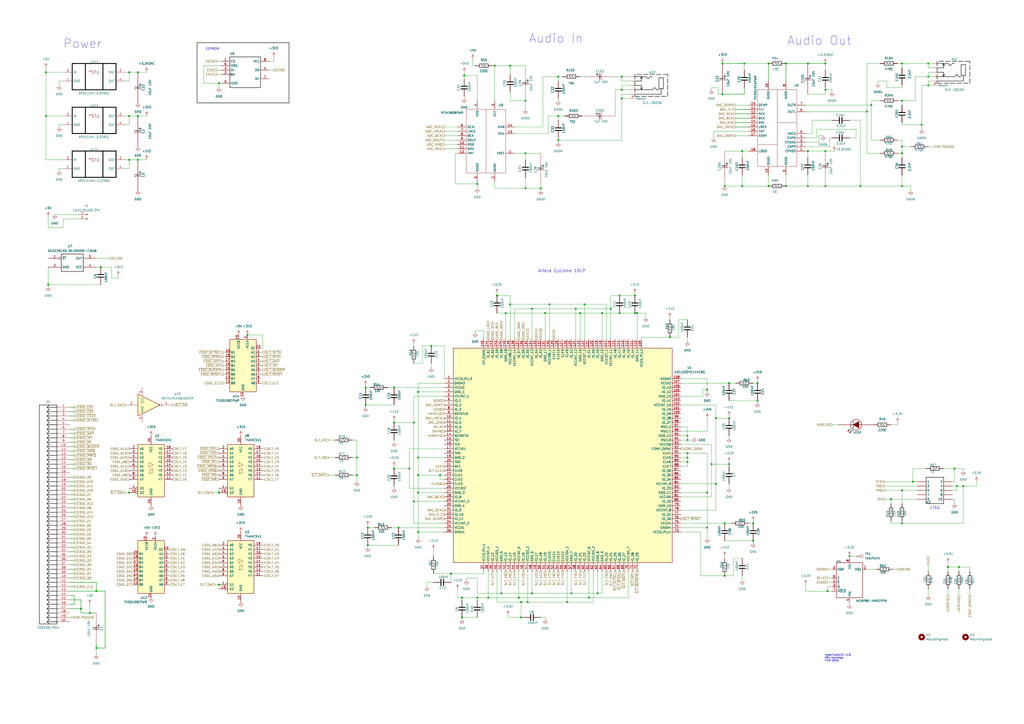
<source format=kicad_sch>
(kicad_sch (version 20250114) (generator "eeschema") (generator_version "9.0")
  (paper "A2")
  (title_block (title "FusionXC") (rev "B"))
  (lib_symbols
    (symbol "74xGxx:74LVC1GU04"
      (property "Reference" "U10" (at 15.24 6.4202 0))
      (property "Value" "SN74LVC1G04DCKR" (at 15.24 3.8802 0))
      (symbol "74LVC1GU04_1_1"
        (pin input line (at -15.24 0 0) (length 7.62) (name "~") (number "2"))
        (pin input line (at -15.24 -3.81 0) (length 2.54) (hide yes) (name "NC") (number "1"))
        (pin power_in line (at -5.08 10.16 270) (length 5.08) (name "VCC") (number "5"))
        (pin power_in line (at -5.08 -10.16 90) (length 5.08) (name "GND") (number "3"))
        (pin output inverted (at 12.7 0 180) (length 7.62) (name "~") (number "4"))
      )
    )
    (symbol "74xx:74AHC541" (pin_names (offset 1.016))
      (property "Reference" "U" (at -7.62 16.51 0))
      (property "Value" "74AHC541" (at -7.62 -16.51 0))
      (symbol "74AHC541_1_0"
        (pin input line (at -12.7 12.7 0) (length 5.08) (name "A0") (number "2"))
        (pin input line (at -12.7 10.16 0) (length 5.08) (name "A1") (number "3"))
        (pin input line (at -12.7 7.62 0) (length 5.08) (name "A2") (number "4"))
        (pin input line (at -12.7 5.08 0) (length 5.08) (name "A3") (number "5"))
        (pin input line (at -12.7 2.54 0) (length 5.08) (name "A4") (number "6"))
        (pin input line (at -12.7 0 0) (length 5.08) (name "A5") (number "7"))
        (pin input line (at -12.7 -2.54 0) (length 5.08) (name "A6") (number "8"))
        (pin input line (at -12.7 -5.08 0) (length 5.08) (name "A7") (number "9"))
        (pin input inverted (at -12.7 -10.16 0) (length 5.08) (name "G1") (number "1"))
        (pin input inverted (at -12.7 -12.7 0) (length 5.08) (name "G2") (number "19"))
        (pin power_in line (at 0 20.32 270) (length 5.08) (name "VCC") (number "20"))
        (pin power_in line (at 0 -20.32 90) (length 5.08) (name "GND") (number "10"))
        (pin tri_state line (at 12.7 12.7 180) (length 5.08) (name "Y0") (number "18"))
        (pin tri_state line (at 12.7 10.16 180) (length 5.08) (name "Y1") (number "17"))
        (pin tri_state line (at 12.7 7.62 180) (length 5.08) (name "Y2") (number "16"))
        (pin tri_state line (at 12.7 5.08 180) (length 5.08) (name "Y3") (number "15"))
        (pin tri_state line (at 12.7 2.54 180) (length 5.08) (name "Y4") (number "14"))
        (pin tri_state line (at 12.7 0 180) (length 5.08) (name "Y5") (number "13"))
        (pin tri_state line (at 12.7 -2.54 180) (length 5.08) (name "Y6") (number "12"))
        (pin tri_state line (at 12.7 -5.08 180) (length 5.08) (name "Y7") (number "11"))
      )
    )
    (symbol "Connector:Conn_01x02_Pin" (pin_names (offset 1.016) (hide yes))
      (property "Reference" "J" (at 0 2.54 0))
      (property "Value" "Conn_01x02_Pin" (at 0 -5.08 0))
      (symbol "Conn_01x02_Pin_1_1"
        (pin passive line (at 5.08 0 180) (length 3.81) (name "Pin_1") (number "1"))
        (pin passive line (at 5.08 -2.54 180) (length 3.81) (name "Pin_2") (number "2"))
      )
    )
    (symbol "Connector:TestPoint" (pin_numbers (hide yes)) (pin_names (offset 0.762) (hide yes))
      (property "Reference" "TP" (at 0 6.858 0))
      (property "Value" "TestPoint" (at 0 5.08 0))
      (symbol "TestPoint_1_1"
        (pin passive line (at 0 0 90) (length 2.54) (name "1") (number "1"))
      )
    )
    (symbol "Library:10CL025YE144C8G"
      (property "Reference" "U" (at 54.356 -42.418 0))
      (property "Value" "10CL025YE144C8G" (at 54.356 -44.958 0))
      (symbol "10CL025YE144C8G_1_1"
        (pin passive line (at 0 0 0) (length 5.08) (name "VCCD_PLL3") (number "1"))
        (pin passive line (at 0 -2.54 0) (length 5.08) (name "GNDA3") (number "2"))
        (pin passive line (at 0 -5.08 0) (length 5.08) (name "VCCA3") (number "3"))
        (pin passive line (at 0 -7.62 0) (length 5.08) (name "GND_1") (number "4"))
        (pin passive line (at 0 -10.16 0) (length 5.08) (name "VCCINT_1") (number "5"))
        (pin passive line (at 0 -12.7 0) (length 5.08) (name "IO_1") (number "6"))
        (pin passive line (at 0 -15.24 0) (length 5.08) (name "IO_2") (number "7"))
        (pin passive line (at 0 -17.78 0) (length 5.08) (name "IO_3") (number "8"))
        (pin passive line (at 0 -20.32 0) (length 5.08) (name "NSTATUS") (number "9"))
        (pin passive line (at 0 -22.86 0) (length 5.08) (name "IO_4") (number "10"))
        (pin passive line (at 0 -25.4 0) (length 5.08) (name "IO_5") (number "11"))
        (pin passive line (at 0 -27.94 0) (length 5.08) (name "IO_6") (number "12"))
        (pin passive line (at 0 -30.48 0) (length 5.08) (name "IO_7") (number "13"))
        (pin passive line (at 0 -33.02 0) (length 5.08) (name "NCONFIG") (number "14"))
        (pin passive line (at 0 -35.56 0) (length 5.08) (name "TDI") (number "15"))
        (pin passive line (at 0 -38.1 0) (length 5.08) (name "TCK") (number "16"))
        (pin passive line (at 0 -40.64 0) (length 5.08) (name "VCCIO1") (number "17"))
        (pin passive line (at 0 -43.18 0) (length 5.08) (name "TMS") (number "18"))
        (pin passive line (at 0 -45.72 0) (length 5.08) (name "GND_2") (number "19"))
        (pin passive line (at 0 -48.26 0) (length 5.08) (name "TDO") (number "20"))
        (pin passive line (at 0 -50.8 0) (length 5.08) (name "NCE") (number "21"))
        (pin passive line (at 0 -53.34 0) (length 5.08) (name "CLK0") (number "22"))
        (pin passive line (at 0 -55.88 0) (length 5.08) (name "CLK1") (number "23"))
        (pin passive line (at 0 -58.42 0) (length 5.08) (name "CLK2") (number "24"))
        (pin passive line (at 0 -60.96 0) (length 5.08) (name "CLK3") (number "25"))
        (pin passive line (at 0 -63.5 0) (length 5.08) (name "VCCIO2") (number "26"))
        (pin passive line (at 0 -66.04 0) (length 5.08) (name "GND_3") (number "27"))
        (pin passive line (at 0 -68.58 0) (length 5.08) (name "IO_8") (number "28"))
        (pin passive line (at 0 -71.12 0) (length 5.08) (name "VCCINT_2") (number "29"))
        (pin passive line (at 0 -73.66 0) (length 5.08) (name "GND_4") (number "30"))
        (pin passive line (at 0 -76.2 0) (length 5.08) (name "IO_9") (number "31"))
        (pin passive line (at 0 -78.74 0) (length 5.08) (name "IO_10") (number "32"))
        (pin passive line (at 0 -81.28 0) (length 5.08) (name "IO_11") (number "33"))
        (pin passive line (at 0 -83.82 0) (length 5.08) (name "VCCINT_3") (number "34"))
        (pin passive line (at 0 -86.36 0) (length 5.08) (name "VCCA1") (number "35"))
        (pin passive line (at 0 -88.9 0) (length 5.08) (name "GNDA1") (number "36"))
        (pin passive line (at 22.86 22.86 270) (length 5.08) (name "EP_(GND)") (number "145"))
        (pin passive line (at 22.86 -111.76 90) (length 5.08) (name "VCCD_PLL1") (number "37"))
        (pin passive line (at 25.4 22.86 270) (length 5.08) (name "IO_61") (number "144"))
        (pin passive line (at 25.4 -111.76 90) (length 5.08) (name "VCCINT_4") (number "38"))
        (pin passive line (at 27.94 22.86 270) (length 5.08) (name "IO_60") (number "143"))
        (pin passive line (at 27.94 -111.76 90) (length 5.08) (name "IO_12") (number "39"))
        (pin passive line (at 30.48 22.86 270) (length 5.08) (name "IO_59") (number "142"))
        (pin passive line (at 30.48 -111.76 90) (length 5.08) (name "VCCIO3_1") (number "40"))
        (pin passive line (at 33.02 22.86 270) (length 5.08) (name "IO_58") (number "141"))
        (pin passive line (at 33.02 -111.76 90) (length 5.08) (name "GND_5") (number "41"))
        (pin passive line (at 35.56 22.86 270) (length 5.08) (name "GND_18") (number "140"))
        (pin passive line (at 35.56 -111.76 90) (length 5.08) (name "IO_13") (number "42"))
        (pin passive line (at 38.1 22.86 270) (length 5.08) (name "VCCIO8_2") (number "139"))
        (pin passive line (at 38.1 -111.76 90) (length 5.08) (name "IO_14") (number "43"))
        (pin passive line (at 40.64 22.86 270) (length 5.08) (name "VCCINT_14") (number "138"))
        (pin passive line (at 40.64 -111.76 90) (length 5.08) (name "IO_15") (number "44"))
        (pin passive line (at 43.18 22.86 270) (length 5.08) (name "IO_57") (number "137"))
        (pin passive line (at 43.18 -111.76 90) (length 5.08) (name "VCCINT_5") (number "45"))
        (pin passive line (at 45.72 22.86 270) (length 5.08) (name "IO_56") (number "136"))
        (pin passive line (at 45.72 -111.76 90) (length 5.08) (name "IO_16") (number "46"))
        (pin passive line (at 48.26 22.86 270) (length 5.08) (name "IO_55") (number "135"))
        (pin passive line (at 48.26 -111.76 90) (length 5.08) (name "VCCIO3_2") (number "47"))
        (pin passive line (at 50.8 22.86 270) (length 5.08) (name "VCCINT_13") (number "134"))
        (pin passive line (at 50.8 -111.76 90) (length 5.08) (name "GND_6") (number "48"))
        (pin passive line (at 53.34 22.86 270) (length 5.08) (name "IO_54") (number "133"))
        (pin passive line (at 53.34 -111.76 90) (length 5.08) (name "IO_17") (number "49"))
        (pin passive line (at 55.88 22.86 270) (length 5.08) (name "IO_53") (number "132"))
        (pin passive line (at 55.88 -111.76 90) (length 5.08) (name "IO_18") (number "50"))
        (pin passive line (at 58.42 22.86 270) (length 5.08) (name "GND_17") (number "131"))
        (pin passive line (at 58.42 -111.76 90) (length 5.08) (name "IO_19") (number "51"))
        (pin passive line (at 60.96 22.86 270) (length 5.08) (name "VCCIO8_1") (number "130"))
        (pin passive line (at 60.96 -111.76 90) (length 5.08) (name "CLK15") (number "52"))
        (pin passive line (at 63.5 22.86 270) (length 5.08) (name "CLK11") (number "129"))
        (pin passive line (at 63.5 -111.76 90) (length 5.08) (name "CLK14") (number "53"))
        (pin passive line (at 66.04 22.86 270) (length 5.08) (name "CLK10") (number "128"))
        (pin passive line (at 66.04 -111.76 90) (length 5.08) (name "CLK13") (number "54"))
        (pin passive line (at 68.58 22.86 270) (length 5.08) (name "CLK9") (number "127"))
        (pin passive line (at 68.58 -111.76 90) (length 5.08) (name "CLK12") (number "55"))
        (pin passive line (at 71.12 22.86 270) (length 5.08) (name "CLK8") (number "126"))
        (pin passive line (at 71.12 -111.76 90) (length 5.08) (name "VCCIO4_1") (number "56"))
        (pin passive line (at 73.66 22.86 270) (length 5.08) (name "IO_52") (number "125"))
        (pin passive line (at 73.66 -111.76 90) (length 5.08) (name "GND_7") (number "57"))
        (pin passive line (at 76.2 22.86 270) (length 5.08) (name "VCCINT_12") (number "124"))
        (pin passive line (at 76.2 -111.76 90) (length 5.08) (name "IO_20") (number "58"))
        (pin passive line (at 78.74 22.86 270) (length 5.08) (name "GND_16") (number "123"))
        (pin passive line (at 78.74 -111.76 90) (length 5.08) (name "IO_21") (number "59"))
        (pin passive line (at 81.28 22.86 270) (length 5.08) (name "VCCIO7_2") (number "122"))
        (pin passive line (at 81.28 -111.76 90) (length 5.08) (name "IO_22") (number "60"))
        (pin passive line (at 83.82 22.86 270) (length 5.08) (name "IO_51") (number "121"))
        (pin passive line (at 83.82 -111.76 90) (length 5.08) (name "VCCINT_6") (number "61"))
        (pin passive line (at 86.36 22.86 270) (length 5.08) (name "IO_50") (number "120"))
        (pin passive line (at 86.36 -111.76 90) (length 5.08) (name "VCCIO4_2") (number "62"))
        (pin passive line (at 88.9 22.86 270) (length 5.08) (name "IO_49") (number "119"))
        (pin passive line (at 88.9 -111.76 90) (length 5.08) (name "GND_8") (number "63"))
        (pin passive line (at 91.44 22.86 270) (length 5.08) (name "GND_15") (number "118"))
        (pin passive line (at 91.44 -111.76 90) (length 5.08) (name "GND_9") (number "64"))
        (pin passive line (at 93.98 22.86 270) (length 5.08) (name "VCCIO7_1") (number "117"))
        (pin passive line (at 93.98 -111.76 90) (length 5.08) (name "IO_23") (number "65"))
        (pin passive line (at 96.52 22.86 270) (length 5.08) (name "VCCINT_11") (number "116"))
        (pin passive line (at 96.52 -111.76 90) (length 5.08) (name "IO_24") (number "66"))
        (pin passive line (at 99.06 22.86 270) (length 5.08) (name "IO_48") (number "115"))
        (pin passive line (at 99.06 -111.76 90) (length 5.08) (name "IO_25") (number "67"))
        (pin passive line (at 101.6 22.86 270) (length 5.08) (name "IO_47") (number "114"))
        (pin passive line (at 101.6 -111.76 90) (length 5.08) (name "IO_26") (number "68"))
        (pin passive line (at 104.14 22.86 270) (length 5.08) (name "IO_46") (number "113"))
        (pin passive line (at 104.14 -111.76 90) (length 5.08) (name "IO_27") (number "69"))
        (pin passive line (at 106.68 22.86 270) (length 5.08) (name "IO_45") (number "112"))
        (pin passive line (at 106.68 -111.76 90) (length 5.08) (name "VCCINT_7") (number "70"))
        (pin passive line (at 109.22 22.86 270) (length 5.08) (name "IO_44") (number "111"))
        (pin passive line (at 109.22 -111.76 90) (length 5.08) (name "IO_28") (number "71"))
        (pin passive line (at 111.76 22.86 270) (length 5.08) (name "GND_14") (number "110"))
        (pin passive line (at 111.76 -111.76 90) (length 5.08) (name "IO_29") (number "72"))
        (pin passive line (at 114.3 22.86 270) (length 5.08) (name "VCCD_PLL2") (number "109"))
        (pin passive line (at 137.16 0 180) (length 5.08) (name "GNDA2") (number "108"))
        (pin passive line (at 137.16 -2.54 180) (length 5.08) (name "VCCA2") (number "107"))
        (pin passive line (at 137.16 -5.08 180) (length 5.08) (name "IO_43") (number "106"))
        (pin passive line (at 137.16 -7.62 180) (length 5.08) (name "IO_42") (number "105"))
        (pin passive line (at 137.16 -10.16 180) (length 5.08) (name "GND_13") (number "104"))
        (pin passive line (at 137.16 -12.7 180) (length 5.08) (name "IO_41") (number "103"))
        (pin passive line (at 137.16 -15.24 180) (length 5.08) (name "VCCINT_10") (number "102"))
        (pin passive line (at 137.16 -17.78 180) (length 5.08) (name "IO_40") (number "101"))
        (pin passive line (at 137.16 -20.32 180) (length 5.08) (name "IO_39") (number "100"))
        (pin passive line (at 137.16 -22.86 180) (length 5.08) (name "IO_38") (number "99"))
        (pin passive line (at 137.16 -25.4 180) (length 5.08) (name "IO_37") (number "98"))
        (pin passive line (at 137.16 -27.94 180) (length 5.08) (name "MSEL2") (number "97"))
        (pin passive line (at 137.16 -30.48 180) (length 5.08) (name "MSEL1") (number "96"))
        (pin passive line (at 137.16 -33.02 180) (length 5.08) (name "GND_12") (number "95"))
        (pin passive line (at 137.16 -35.56 180) (length 5.08) (name "MSEL0") (number "94"))
        (pin passive line (at 137.16 -38.1 180) (length 5.08) (name "VCCIO6") (number "93"))
        (pin passive line (at 137.16 -40.64 180) (length 5.08) (name "CONF_DONE") (number "92"))
        (pin passive line (at 137.16 -43.18 180) (length 5.08) (name "CLK4") (number "91"))
        (pin passive line (at 137.16 -45.72 180) (length 5.08) (name "CLK5") (number "90"))
        (pin passive line (at 137.16 -48.26 180) (length 5.08) (name "CLK6") (number "89"))
        (pin passive line (at 137.16 -50.8 180) (length 5.08) (name "CLK7") (number "88"))
        (pin passive line (at 137.16 -53.34 180) (length 5.08) (name "IO_36") (number "87"))
        (pin passive line (at 137.16 -55.88 180) (length 5.08) (name "IO_35") (number "86"))
        (pin passive line (at 137.16 -58.42 180) (length 5.08) (name "IO_34") (number "85"))
        (pin passive line (at 137.16 -60.96 180) (length 5.08) (name "VCCINT_9") (number "84"))
        (pin passive line (at 137.16 -63.5 180) (length 5.08) (name "IO_33") (number "83"))
        (pin passive line (at 137.16 -66.04 180) (length 5.08) (name "GND_11") (number "82"))
        (pin passive line (at 137.16 -68.58 180) (length 5.08) (name "VCCIO5") (number "81"))
        (pin passive line (at 137.16 -71.12 180) (length 5.08) (name "IO_32") (number "80"))
        (pin passive line (at 137.16 -73.66 180) (length 5.08) (name "GND_10") (number "79"))
        (pin passive line (at 137.16 -76.2 180) (length 5.08) (name "VCCINT_8") (number "78"))
        (pin passive line (at 137.16 -78.74 180) (length 5.08) (name "IO_31") (number "77"))
        (pin passive line (at 137.16 -81.28 180) (length 5.08) (name "IO_30") (number "76"))
        (pin passive line (at 137.16 -83.82 180) (length 5.08) (name "VCCA4") (number "75"))
        (pin passive line (at 137.16 -86.36 180) (length 5.08) (name "GNDA4") (number "74"))
        (pin passive line (at 137.16 -88.9 180) (length 5.08) (name "VCCD_PLL4") (number "73"))
      )
    )
    (symbol "Library:AT93C46DN"
      (property "Reference" "U6" (at 0 1.27 0))
      (property "Value" "AT93C46DN" (at 3.81 -20.32 0))
      (symbol "AT93C46DN_1_0"
        (pin input line (at -5.08 -2.54 0) (length 5.08) (name "CS") (number "1"))
        (pin passive line (at -5.08 -5.08 0) (length 5.08) (name "ORG") (number "6"))
        (pin input line (at -5.08 -7.62 0) (length 5.08) (name "DI") (number "3"))
        (pin input clock (at -5.08 -10.16 0) (length 5.08) (name "SK") (number "2"))
        (pin power_in line (at -5.08 -15.24 0) (length 5.08) (name "GND") (number "5"))
        (pin power_in line (at 22.86 -2.54 180) (length 5.08) (name "VCC") (number "8"))
        (pin output line (at 22.86 -7.62 180) (length 5.08) (name "DO") (number "4"))
        (pin passive line (at 22.86 -12.7 180) (length 5.08) (name "NC") (number "7"))
      )
    )
    (symbol "Library:M25P80-VMN"
      (property "Reference" "U" (at -10.16 10.16 0))
      (property "Value" "M25P80-VMN" (at 8.89 11.43 0))
      (symbol "M25P80-VMN_1_1"
        (pin bidirectional line (at -10.16 6.35 0) (length 2.54) (name "DQ0") (number "5"))
        (pin input line (at -10.16 1.27 0) (length 2.54) (name "C") (number "6"))
        (pin input line (at -10.16 -1.27 0) (length 2.54) (name "~{S}") (number "1"))
        (pin input line (at -10.16 -3.81 0) (length 2.54) (name "~{W}") (number "3"))
        (pin input line (at -10.16 -6.35 0) (length 2.54) (name "~{HOLD}") (number "7"))
        (pin power_in line (at 0 12.7 270) (length 2.54) (name "V_{CC}") (number "8"))
        (pin power_in line (at 0 -12.7 90) (length 2.54) (name "V_{SS}") (number "4"))
        (pin bidirectional line (at 10.16 6.35 180) (length 2.54) (name "DQ1") (number "2"))
      )
    )
    (symbol "Library:PCM1808"
      (property "Reference" "U" (at 11.43 1.27 0))
      (symbol "PCM1808_1_1"
        (pin input line (at -5.08 -10.16 0) (length 5.08) (name "SCKI") (number "6"))
        (pin input line (at -5.08 -12.7 0) (length 5.08) (name "LRCK") (number "7"))
        (pin input line (at -5.08 -15.24 0) (length 5.08) (name "BCK") (number "8"))
        (pin output line (at -5.08 -17.78 0) (length 5.08) (name "DOUT") (number "9"))
        (pin input line (at -5.08 -20.32 0) (length 5.08) (name "MD0") (number "10"))
        (pin input line (at -5.08 -22.86 0) (length 5.08) (name "MD1") (number "11"))
        (pin input line (at -5.08 -25.4 0) (length 5.08) (name "FMT") (number "12"))
        (pin power_in line (at 6.35 5.08 270) (length 5.08) (name "VDD") (number "4"))
        (pin power_in line (at 6.35 -41.91 90) (length 5.08) (name "DGND") (number "5"))
        (pin power_in line (at 16.51 5.08 270) (length 5.08) (name "VCC") (number "3"))
        (pin power_in line (at 16.51 -41.91 90) (length 5.08) (name "AGND") (number "2"))
        (pin passive line (at 27.94 -10.16 180) (length 5.08) (name "VinR") (number "14"))
        (pin passive line (at 27.94 -13.97 180) (length 5.08) (name "VinL") (number "13"))
        (pin passive line (at 27.94 -25.4 180) (length 5.08) (name "VREF") (number "1"))
      )
    )
    (symbol "Library:PCM510xA"
      (property "Reference" "U" (at 11.43 1.27 0))
      (symbol "PCM510xA_1_1"
        (pin input line (at -5.08 -8.89 0) (length 5.08) (name "DEMP") (number "10"))
        (pin input line (at -5.08 -11.43 0) (length 5.08) (name "FLT") (number "11"))
        (pin input line (at -5.08 -13.97 0) (length 5.08) (name "SCK") (number "12"))
        (pin input line (at -5.08 -16.51 0) (length 5.08) (name "BCK") (number "13"))
        (pin input line (at -5.08 -19.05 0) (length 5.08) (name "DIN") (number "14"))
        (pin input line (at -5.08 -21.59 0) (length 5.08) (name "LRCK") (number "15"))
        (pin input line (at -5.08 -24.13 0) (length 5.08) (name "FMT") (number "16"))
        (pin input line (at -5.08 -26.67 0) (length 5.08) (name "XSMT") (number "17"))
        (pin input line (at -5.08 -35.56 0) (length 5.08) (name "LDOO") (number "18"))
        (pin input line (at 6.35 5.08 270) (length 5.08) (name "DVDD") (number "20"))
        (pin input line (at 6.35 -49.53 90) (length 5.08) (name "DGND") (number "19"))
        (pin input line (at 16.51 5.08 270) (length 5.08) (name "AVDD") (number "8"))
        (pin input line (at 16.51 -49.53 90) (length 5.08) (name "AGND") (number "9"))
        (pin input line (at 27.94 -8.89 180) (length 5.08) (name "OUTR") (number "7"))
        (pin input line (at 27.94 -12.7 180) (length 5.08) (name "OUTL") (number "6"))
        (pin input line (at 27.94 -25.4 180) (length 5.08) (name "VNEG") (number "5"))
        (pin input line (at 27.94 -27.94 180) (length 5.08) (name "CAPM") (number "4"))
        (pin input line (at 27.94 -30.48 180) (length 5.08) (name "CPGND") (number "3"))
        (pin input line (at 27.94 -33.02 180) (length 5.08) (name "CAPP") (number "2"))
        (pin input line (at 27.94 -35.56 180) (length 5.08) (name "CPVDD") (number "1"))
      )
    )
    (symbol "Logic_LevelTranslator:TXS0108EPW"
      (property "Reference" "U" (at -6.35 16.51 0))
      (property "Value" "TXS0108EPW" (at 3.81 16.51 0))
      (symbol "TXS0108EPW_1_1"
        (pin input line (at -10.16 10.16 0) (length 2.54) (name "OE") (number "10"))
        (pin bidirectional line (at -10.16 7.62 0) (length 2.54) (name "A1") (number "1"))
        (pin bidirectional line (at -10.16 5.08 0) (length 2.54) (name "A2") (number "3"))
        (pin bidirectional line (at -10.16 2.54 0) (length 2.54) (name "A3") (number "4"))
        (pin bidirectional line (at -10.16 0 0) (length 2.54) (name "A4") (number "5"))
        (pin bidirectional line (at -10.16 -2.54 0) (length 2.54) (name "A5") (number "6"))
        (pin bidirectional line (at -10.16 -5.08 0) (length 2.54) (name "A6") (number "7"))
        (pin bidirectional line (at -10.16 -7.62 0) (length 2.54) (name "A7") (number "8"))
        (pin bidirectional line (at -10.16 -10.16 0) (length 2.54) (name "A8") (number "9"))
        (pin power_in line (at -2.54 17.78 270) (length 2.54) (name "VCCA") (number "2"))
        (pin power_in line (at 0 -17.78 90) (length 2.54) (name "GND") (number "11"))
        (pin power_in line (at 2.54 17.78 270) (length 2.54) (name "VCCB") (number "19"))
        (pin bidirectional line (at 10.16 7.62 180) (length 2.54) (name "B1") (number "20"))
        (pin bidirectional line (at 10.16 5.08 180) (length 2.54) (name "B2") (number "18"))
        (pin bidirectional line (at 10.16 2.54 180) (length 2.54) (name "B3") (number "17"))
        (pin bidirectional line (at 10.16 0 180) (length 2.54) (name "B4") (number "16"))
        (pin bidirectional line (at 10.16 -2.54 180) (length 2.54) (name "B5") (number "15"))
        (pin bidirectional line (at 10.16 -5.08 180) (length 2.54) (name "B6") (number "14"))
        (pin bidirectional line (at 10.16 -7.62 180) (length 2.54) (name "B7") (number "13"))
        (pin bidirectional line (at 10.16 -10.16 180) (length 2.54) (name "B8") (number "12"))
      )
    )
    (symbol "Mechanical:MountingHole" (pin_names (offset 1.016))
      (property "Reference" "H" (at 0 5.08 0))
      (property "Value" "MountingHole" (at 0 3.175 0))
    )
    (symbol "Sheet1-altium-import:root_0_ADP3338"
      (property "Reference" "UCT3" (at 17.78 5.08 0))
      (symbol "root_0_ADP3338_1_0"
        (text "*STU" (at 17.78 0 0) (effects (font (size 1.778 1.778))))
        (pin passive line (at -0.08 0 0) (length 5.08) (name "IN") (number "3"))
        (pin passive line (at 0 -5.08 0) (length 5.08) (name "GND") (number "1"))
        (pin passive line (at 35.56 0 180) (length 5.08) (name "OUT") (number "2"))
        (pin passive line (at 35.56 -5.08 180) (length 5.08) (name "OUT") (number "4"))
      )
    )
    (symbol "Sheet1-altium-import:root_0_CAP100RP"
      (property "Reference" "C203" (at 8.89 2.438 0))
      (property "ALTIUM_VALUE" "4,7uF 25v" (at 8.89 -2.642 0))
      (symbol "root_0_CAP100RP_1_0"
        (pin passive line (at 0 0 0) (length 7.62) (name "PLUS") (number "1"))
        (pin passive line (at 17.78 0 180) (length 7.62) (name "MINUS") (number "2"))
      )
    )
    (symbol "Sheet1-altium-import:root_0_C_0805"
      (symbol "root_0_C_0805_1_0"
        (pin passive line (at 0 0 0) (length 4.318) (name "") (number "1"))
        (pin passive line (at 10.16 0 180) (length 4.318) (name "") (number "2"))
      )
    )
    (symbol "Sheet1-altium-import:root_0_EDGE50/MSX"
      (symbol "root_0_EDGE50/MSX_1_0"
        (pin passive line (at 0 124.46 180) (length 7.62) (name "1") (number "1"))
        (pin passive line (at 0 121.92 180) (length 7.62) (name "2") (number "2"))
        (pin passive line (at 0 119.38 180) (length 7.62) (name "3") (number "3"))
        (pin passive line (at 0 116.84 180) (length 7.62) (name "4") (number "4"))
        (pin passive line (at 0 114.3 180) (length 7.62) (name "5") (number "5"))
        (pin passive line (at 0 111.76 180) (length 7.62) (name "6") (number "6"))
        (pin passive line (at 0 109.22 180) (length 7.62) (name "7") (number "7"))
        (pin passive line (at 0 106.68 180) (length 7.62) (name "8") (number "8"))
        (pin passive line (at 0 104.14 180) (length 7.62) (name "9") (number "9"))
        (pin passive line (at 0 101.6 180) (length 7.62) (name "10") (number "10"))
        (pin passive line (at 0 99.06 180) (length 7.62) (name "11") (number "11"))
        (pin passive line (at 0 96.52 180) (length 7.62) (name "12") (number "12"))
        (pin passive line (at 0 93.98 180) (length 7.62) (name "13") (number "13"))
        (pin passive line (at 0 91.44 180) (length 7.62) (name "14") (number "14"))
        (pin passive line (at 0 88.9 180) (length 7.62) (name "15") (number "15"))
        (pin passive line (at 0 86.36 180) (length 7.62) (name "16") (number "16"))
        (pin passive line (at 0 83.82 180) (length 7.62) (name "17") (number "17"))
        (pin passive line (at 0 81.28 180) (length 7.62) (name "18") (number "18"))
        (pin passive line (at 0 78.74 180) (length 7.62) (name "19") (number "19"))
        (pin passive line (at 0 76.2 180) (length 7.62) (name "20") (number "20"))
        (pin passive line (at 0 73.66 180) (length 7.62) (name "21") (number "21"))
        (pin passive line (at 0 71.12 180) (length 7.62) (name "22") (number "22"))
        (pin passive line (at 0 68.58 180) (length 7.62) (name "23") (number "23"))
        (pin passive line (at 0 66.04 180) (length 7.62) (name "24") (number "24"))
        (pin passive line (at 0 63.5 180) (length 7.62) (name "25") (number "25"))
        (pin passive line (at 0 60.96 180) (length 7.62) (name "26") (number "26"))
        (pin passive line (at 0 58.42 180) (length 7.62) (name "27") (number "27"))
        (pin passive line (at 0 55.88 180) (length 7.62) (name "28") (number "28"))
        (pin passive line (at 0 53.34 180) (length 7.62) (name "29") (number "29"))
        (pin passive line (at 0 50.8 180) (length 7.62) (name "30") (number "30"))
        (pin passive line (at 0 48.26 180) (length 7.62) (name "31") (number "31"))
        (pin passive line (at 0 45.72 180) (length 7.62) (name "32") (number "32"))
        (pin passive line (at 0 43.18 180) (length 7.62) (name "33") (number "33"))
        (pin passive line (at 0 40.64 180) (length 7.62) (name "34") (number "34"))
        (pin passive line (at 0 38.1 180) (length 7.62) (name "35") (number "35"))
        (pin passive line (at 0 35.56 180) (length 7.62) (name "36") (number "36"))
        (pin passive line (at 0 33.02 180) (length 7.62) (name "37") (number "37"))
        (pin passive line (at 0 30.48 180) (length 7.62) (name "38") (number "38"))
        (pin passive line (at 0 27.94 180) (length 7.62) (name "39") (number "39"))
        (pin passive line (at 0 25.4 180) (length 7.62) (name "40") (number "40"))
        (pin passive line (at 0 22.86 180) (length 7.62) (name "41") (number "41"))
        (pin passive line (at 0 20.32 180) (length 7.62) (name "42") (number "42"))
        (pin passive line (at 0 17.78 180) (length 7.62) (name "43") (number "43"))
        (pin passive line (at 0 15.24 180) (length 7.62) (name "44") (number "44"))
        (pin passive line (at 0 12.7 180) (length 7.62) (name "45") (number "45"))
        (pin passive line (at 0 10.16 180) (length 7.62) (name "46") (number "46"))
        (pin passive line (at 0 7.62 180) (length 7.62) (name "47") (number "47"))
        (pin passive line (at 0 5.08 180) (length 7.62) (name "48") (number "48"))
        (pin passive line (at 0 2.54 180) (length 7.62) (name "49") (number "49"))
        (pin passive line (at 0 0 180) (length 7.62) (name "50") (number "50"))
      )
    )
    (symbol "Sheet1-altium-import:root_0_HEADER_5X2"
      (symbol "root_0_HEADER_5X2_1_0"
        (pin passive line (at -5.08 -2.54 0) (length 5.08) (name "1") (number "1"))
        (pin passive line (at -5.08 -5.08 0) (length 5.08) (name "3") (number "3"))
        (pin passive line (at -5.08 -7.62 0) (length 5.08) (name "5") (number "5"))
        (pin passive line (at -5.08 -10.16 0) (length 5.08) (name "7") (number "7"))
        (pin passive line (at -5.08 -12.7 0) (length 5.08) (name "9") (number "9"))
        (pin passive line (at 15.24 -2.54 180) (length 5.08) (name "2") (number "2"))
        (pin passive line (at 15.24 -5.08 180) (length 5.08) (name "4") (number "4"))
        (pin passive line (at 15.24 -7.62 180) (length 5.08) (name "6") (number "6"))
        (pin passive line (at 15.24 -10.16 180) (length 5.08) (name "8") (number "8"))
        (pin passive line (at 15.24 -12.7 180) (length 5.08) (name "10") (number "10"))
      )
    )
    (symbol "Sheet1-altium-import:root_0_R_0805"
      (symbol "root_0_R_0805_1_0"
        (pin passive line (at 0 0 0) (length 2.54) (name "") (number "1"))
        (pin passive line (at 10.16 0 180) (length 2.54) (name "") (number "2"))
      )
    )
    (symbol "Sheet1-altium-import:root_0_SG-310"
      (symbol "root_0_SG-310_1_0"
        (pin input inverted (at 0 0 0) (length 7.62) (name "~{ST}") (number "1"))
        (pin power_in line (at 0 -5.08 0) (length 7.62) (name "GND") (number "2"))
        (pin output line (at 27.94 0 180) (length 7.62) (name "OUT") (number "3"))
        (pin power_in line (at 27.94 -5.08 180) (length 7.62) (name "VCC") (number "4"))
      )
    )
    (symbol "Sheet1-altium-import:root_0_mirrored_ST-222"
      (property "Reference" "AX1" (at 12.7 12.7 0))
      (symbol "root_0_mirrored_ST-222_1_0"
        (pin passive line (at 0 10.16 0) (length 2.54) (name "5") (number "5"))
        (pin passive line (at 0 7.62 0) (length 2.54) (name "4") (number "4"))
        (pin passive line (at 0 5.08 0) (length 2.54) (name "3") (number "3"))
        (pin passive line (at 0 2.54 0) (length 2.54) (name "2") (number "2"))
        (pin passive line (at 0 0 0) (length 2.54) (name "1") (number "1"))
      )
      (symbol "root_0_mirrored_ST-222_1_1"
        (pin input line (at 0 -2.54 0) (length 2.54) (name "Mount") (number "M"))
      )
    )
    (symbol "Sheet1-altium-import:root_1_C_0805"
      (symbol "root_1_C_0805_1_0"
        (pin passive line (at 0 10.16 270) (length 4.318) (name "") (number "2"))
        (pin passive line (at 0 0 90) (length 4.318) (name "") (number "1"))
      )
    )
    (symbol "Sheet1-altium-import:root_1_R_0805"
      (symbol "root_1_R_0805_1_0"
        (pin passive line (at 0 10.16 270) (length 2.54) (name "") (number "2"))
        (pin passive line (at 0 0 90) (length 2.54) (name "") (number "1"))
      )
    )
    (symbol "Sheet1-altium-import:root_2_CAP100RP"
      (property "Reference" "C28" (at -8.89 -2.438 0))
      (property "ALTIUM_VALUE" "10uF 10v" (at -8.89 2.642 0))
      (symbol "root_2_CAP100RP_1_0"
        (pin passive line (at -17.78 0 0) (length 7.62) (name "MINUS") (number "1"))
        (pin passive line (at 0 0 180) (length 7.62) (name "PLUS") (number "2"))
      )
    )
    (symbol "Sheet1-altium-import:root_2_LED"
      (property "Reference" "LED1" (at -11.735 -3.708 0))
      (symbol "root_2_LED_1_0"
        (pin passive line (at -20.32 0 0) (length 7.62) (name "K") (number "1"))
        (pin passive line (at 0 0 180) (length 7.62) (name "A") (number "2"))
      )
    )
    (symbol "Sheet1-altium-import:root_2_R_0805"
      (symbol "root_2_R_0805_1_0"
        (pin passive line (at -10.16 0 0) (length 2.54) (name "") (number "2"))
        (pin passive line (at 0 0 180) (length 2.54) (name "") (number "1"))
      )
    )
    (symbol "Sheet1-altium-import:root_3_CAP100RP"
      (property "Reference" "C26" (at 2.438 -8.89 90))
      (property "ALTIUM_VALUE" "10uF16v" (at -2.642 -8.89 90))
      (symbol "root_3_CAP100RP_1_0"
        (pin passive line (at 0 0 270) (length 7.62) (name "PLUS") (number "2"))
        (pin passive line (at 0 -17.78 90) (length 7.62) (name "MINUS") (number "1"))
      )
    )
    (symbol "power:+1V2" (power) (pin_numbers (hide yes)) (pin_names (offset 0) (hide yes))
      (property "Value" "+1V2" (at 0 3.556 0))
      (symbol "+1V2_1_1"
        (pin power_in line (at 0 0 90) (length 0) (name "~") (number "1"))
      )
    )
    (symbol "power:+2V8" (power) (pin_numbers (hide yes)) (pin_names (offset 0) (hide yes))
      (property "Value" "+2V8" (at 0 3.556 0))
      (symbol "+2V8_1_1"
        (pin power_in line (at 0 0 90) (length 0) (name "~") (number "1"))
      )
    )
    (symbol "power:+3.3V" (power) (pin_numbers (hide yes)) (pin_names (offset 0) (hide yes))
      (property "Value" "+3.3V" (at 0 3.556 0))
      (symbol "+3.3V_1_1"
        (pin power_in line (at 0 0 90) (length 0) (name "~") (number "1"))
      )
    )
    (symbol "power:+3.3VDAC" (power) (pin_numbers (hide yes)) (pin_names (offset 0) (hide yes))
      (property "Value" "+3.3VDAC" (at 0 3.556 0))
      (symbol "+3.3VDAC_0_0"
        (pin power_in line (at 0 0 90) (length 0) (name "~") (number "1"))
      )
    )
    (symbol "power:+3V3" (power) (pin_numbers (hide yes)) (pin_names (offset 0) (hide yes))
      (property "Value" "+3V3" (at 0 3.556 0))
      (symbol "+3V3_1_1"
        (pin power_in line (at 0 0 90) (length 0) (name "~") (number "1"))
      )
    )
    (symbol "power:+5V" (power) (pin_numbers (hide yes)) (pin_names (offset 0) (hide yes))
      (property "Value" "+5V" (at 0 3.556 0))
      (symbol "+5V_1_1"
        (pin power_in line (at 0 0 90) (length 0) (name "~") (number "1"))
      )
    )
    (symbol "power:GND" (power) (pin_numbers (hide yes)) (pin_names (offset 0) (hide yes))
      (property "Value" "GND" (at 0 -3.81 0))
      (symbol "GND_1_1"
        (pin power_in line (at 0 0 270) (length 0) (name "~") (number "1"))
      )
    )
    (symbol "power:GNDA" (power) (pin_numbers (hide yes)) (pin_names (offset 0) (hide yes))
      (property "Value" "GNDA" (at 0 -3.81 0))
      (symbol "GNDA_1_1"
        (pin power_in line (at 0 0 270) (length 0) (name "~") (number "1"))
      )
    )
    (symbol "root_0_ADP3338_1"
      (property "Reference" "UCT1" (at 17.78 5.08 0))
      (symbol "root_0_ADP3338_1_1_0"
        (text "*STU" (at 17.78 0 0) (effects (font (size 1.778 1.778))))
        (pin passive line (at -0.08 0 0) (length 5.08) (name "IN") (number "3"))
        (pin passive line (at 0 -5.08 0) (length 5.08) (name "GND") (number "1"))
        (pin passive line (at 35.56 0 180) (length 5.08) (name "OUT") (number "2"))
        (pin passive line (at 35.56 -5.08 180) (length 5.08) (name "OUT") (number "4"))
      )
    )
    (symbol "root_0_ADP3338_2"
      (property "Reference" "UCT2" (at 17.78 5.08 0))
      (symbol "root_0_ADP3338_2_1_0"
        (text "*STU" (at 17.78 0 0) (effects (font (size 1.778 1.778))))
        (pin passive line (at -0.08 0 0) (length 5.08) (name "IN") (number "3"))
        (pin passive line (at 0 -5.08 0) (length 5.08) (name "GND") (number "1"))
        (pin passive line (at 35.56 0 180) (length 5.08) (name "OUT") (number "2"))
        (pin passive line (at 35.56 -5.08 180) (length 5.08) (name "OUT") (number "4"))
      )
    )
    (symbol "root_0_CAP100RP_1"
      (property "Reference" "C105" (at 8.89 2.438 0))
      (property "ALTIUM_VALUE" "4,7uF 25v" (at 8.89 -2.642 0))
      (symbol "root_0_CAP100RP_1_1_0"
        (pin passive line (at 0 0 0) (length 7.62) (name "PLUS") (number "1"))
        (pin passive line (at 17.78 0 180) (length 7.62) (name "MINUS") (number "2"))
      )
    )
    (symbol "root_0_CAP100RP_2"
      (property "Reference" "C205" (at 8.89 2.438 0))
      (property "ALTIUM_VALUE" "4,7uF 25v" (at 8.89 -2.642 0))
      (symbol "root_0_CAP100RP_2_1_0"
        (pin passive line (at 0 0 0) (length 7.62) (name "PLUS") (number "1"))
        (pin passive line (at 17.78 0 180) (length 7.62) (name "MINUS") (number "2"))
      )
    )
    (symbol "root_0_CAP100RP_3"
      (property "Reference" "C1" (at 8.89 2.438 0))
      (property "ALTIUM_VALUE" "10uF 16v" (at 8.89 -2.642 0))
      (symbol "root_0_CAP100RP_3_1_0"
        (pin passive line (at 0 0 0) (length 7.62) (name "PLUS") (number "2"))
        (pin passive line (at 17.78 0 180) (length 7.62) (name "MINUS") (number "1"))
      )
    )
    (symbol "root_0_CAP100RP_4"
      (property "Reference" "C29" (at 8.89 2.438 0))
      (property "ALTIUM_VALUE" "22uF 10v" (at 8.89 -2.642 0))
      (symbol "root_0_CAP100RP_4_1_0"
        (pin passive line (at 0 0 0) (length 7.62) (name "PLUS") (number "2"))
        (pin passive line (at 17.78 0 180) (length 7.62) (name "MINUS") (number "1"))
      )
    )
    (symbol "root_0_CAP100RP_5"
      (property "Reference" "C103" (at 8.89 2.438 0))
      (property "ALTIUM_VALUE" "4,7uF 25v" (at 8.89 -2.642 0))
      (symbol "root_0_CAP100RP_5_1_0"
        (pin passive line (at 0 0 0) (length 7.62) (name "PLUS") (number "1"))
        (pin passive line (at 17.78 0 180) (length 7.62) (name "MINUS") (number "2"))
      )
    )
    (symbol "root_3_CAP100RP_1"
      (property "Reference" "C23" (at 2.438 -8.89 90))
      (property "ALTIUM_VALUE" "10uF 16v" (at -2.642 -8.89 90))
      (symbol "root_3_CAP100RP_1_1_0"
        (pin passive line (at 0 0 270) (length 7.62) (name "PLUS") (number "2"))
        (pin passive line (at 0 -17.78 90) (length 7.62) (name "MINUS") (number "1"))
      )
    )
    (symbol "root_3_CAP100RP_2"
      (property "Reference" "C2" (at 2.438 -8.89 90))
      (property "ALTIUM_VALUE" "10uF 16v" (at -2.642 -8.89 90))
      (symbol "root_3_CAP100RP_2_1_0"
        (pin passive line (at 0 0 270) (length 7.62) (name "PLUS") (number "2"))
        (pin passive line (at 0 -17.78 90) (length 7.62) (name "MINUS") (number "1"))
      )
    )
    (symbol "root_3_CAP100RP_3"
      (property "Reference" "C3" (at 2.438 -8.89 90))
      (property "ALTIUM_VALUE" "10uF 16v" (at -2.642 -8.89 90))
      (symbol "root_3_CAP100RP_3_1_0"
        (pin passive line (at 0 0 270) (length 7.62) (name "PLUS") (number "2"))
        (pin passive line (at 0 -17.78 90) (length 7.62) (name "MINUS") (number "1"))
      )
    )
    (symbol "root_3_CAP100RP_7"
      (property "Reference" "C22" (at 2.438 -8.89 90))
      (property "ALTIUM_VALUE" "10uF 16v" (at -2.642 -8.89 90))
      (symbol "root_3_CAP100RP_7_1_0"
        (pin passive line (at 0 0 270) (length 7.62) (name "PLUS") (number "2"))
        (pin passive line (at 0 -17.78 90) (length 7.62) (name "MINUS") (number "1"))
      )
    )
  )
  (polyline (pts (xy 167.64 59.69) (xy 114.3 59.69) (xy 114.3 24.765) (xy 167.64 24.765) (xy 167.64 59.69)) (stroke (width 0.254) (type solid) (color 0 0 0 1)))
  (text "EEPROM" (at 119.38 29.21 0) (effects (font (size 1.27 1.27)) (justify left bottom)))
  (text "JTAG" (at 542.29 294.64 0) (effects (font (size 1.778 1.778))))
  (text "Power" (at 36.576 28.448 0) (effects (font (size 5.08 5.08)) (justify left bottom)))
  (text "Audio In" (at 306.705 25.4 0) (effects (font (size 5.08 5.08)) (justify left bottom)))
  (text "Audio Out" (at 456.565 26.67 0) (effects (font (size 5.08 5.08)) (justify left bottom)))
  (text "Altera Cyclone 10LP" (at 325.882 157.226 0) (effects (font (size 1.778 1.778))))
  (text_box "HyperFusionXC v1.0\nMSX Cartridge\nTICM 2025" (at 477.52 378.46 0) (size 25.4 11.24) (margins 0.7619 0.7619 0.7619 0.7619) (stroke (width -0.0001) (color 0 0 0 1)) (effects (font (size 1.016 1.016)) (justify left top)))
  (junction (at 80.01 41.91))
  (junction (at 422.91 269.24))
  (junction (at 430.53 107.95))
  (junction (at 295.91 38.1))
  (junction (at 302.26 349.25))
  (junction (at 323.85 44.45))
  (junction (at 127 339.09))
  (junction (at 549.91 328.93))
  (junction (at 398.78 267.97))
  (junction (at 250.19 200.66))
  (junction (at 360.68 44.45))
  (junction (at 339.09 176.53))
  (junction (at 276.86 106.68))
  (junction (at 143.51 194.31))
  (junction (at 237.49 271.78))
  (junction (at 455.93 107.95))
  (junction (at 478.79 36.83))
  (junction (at 468.63 107.95))
  (junction (at 354.33 179.07))
  (junction (at 523.24 88.9))
  (junction (at 398.78 262.89))
  (junction (at 308.61 179.07))
  (junction (at 419.1 36.83))
  (junction (at 127 285.75))
  (junction (at 553.72 271.78))
  (junction (at 439.42 222.25))
  (junction (at 523.24 85.09))
  (junction (at 349.25 181.61))
  (junction (at 468.63 36.83))
  (junction (at 359.41 181.61))
  (junction (at 554.99 281.94))
  (junction (at 430.53 87.63))
  (junction (at 436.88 303.53))
  (junction (at 228.6 271.78))
  (junction (at 415.29 242.57))
  (junction (at 306.07 349.25))
  (junction (at 27.94 165.1))
  (junction (at 328.93 349.25))
  (junction (at 74.93 92.71))
  (junction (at 478.79 87.63))
  (junction (at 538.48 44.45))
  (junction (at 420.37 107.95))
  (junction (at 523.24 107.95))
  (junction (at 80.01 92.71))
  (junction (at 242.57 285.75))
  (junction (at 523.24 303.53))
  (junction (at 523.24 58.42))
  (junction (at 74.93 67.31))
  (junction (at 412.75 269.24))
  (junction (at 240.03 290.83))
  (junction (at 318.77 176.53))
  (junction (at 304.8 58.42))
  (junction (at 368.3 181.61))
  (junction (at 398.78 255.27))
  (junction (at 228.6 224.79))
  (junction (at 283.21 346.71))
  (junction (at 313.69 109.22))
  (junction (at 502.92 64.77))
  (junction (at 80.01 67.31))
  (junction (at 505.46 60.96))
  (junction (at 267.97 346.71))
  (junction (at 534.67 72.39))
  (junction (at 360.68 57.15))
  (junction (at 288.29 171.45))
  (junction (at 74.93 285.75))
  (junction (at 445.77 107.95))
  (junction (at 410.21 306.07))
  (junction (at 269.24 43.815))
  (junction (at 422.91 242.57))
  (junction (at 267.97 358.14))
  (junction (at 213.36 316.23))
  (junction (at 538.48 36.83))
  (junction (at 523.24 284.48))
  (junction (at 300.99 346.71))
  (junction (at 293.37 181.61))
  (junction (at 207.01 265.43))
  (junction (at 341.63 346.71))
  (junction (at 52.07 355.6))
  (junction (at 529.59 279.4))
  (junction (at 323.85 67.31))
  (junction (at 346.71 344.17))
  (junction (at 480.06 342.9))
  (junction (at 420.37 303.53))
  (junction (at 431.8 36.83))
  (junction (at 369.57 181.61))
  (junction (at 323.85 81.28))
  (junction (at 74.93 41.91))
  (junction (at 331.47 344.17))
  (junction (at 538.48 49.53))
  (junction (at 295.91 176.53))
  (junction (at 398.78 265.43))
  (junction (at 231.14 306.07))
  (junction (at 455.93 36.83))
  (junction (at 127 48.26))
  (junction (at 240.03 245.11))
  (junction (at 207.01 275.59))
  (junction (at 287.02 38.1))
  (junction (at 420.37 334.01))
  (junction (at 26.67 67.31))
  (junction (at 478.79 52.07))
  (junction (at 334.01 179.07))
  (junction (at 304.8 109.22))
  (junction (at 302.26 358.14))
  (junction (at 368.3 171.45))
  (junction (at 276.86 346.71))
  (junction (at 419.1 54.61))
  (junction (at 46.99 353.06))
  (junction (at 228.6 245.11))
  (junction (at 398.78 252.73))
  (junction (at 516.89 289.56))
  (junction (at 58.42 154.94))
  (junction (at 359.41 171.45))
  (junction (at 55.88 375.92))
  (junction (at 492.76 322.58))
  (junction (at 558.8 281.94))
  (junction (at 523.24 36.83))
  (junction (at 261.62 332.74))
  (junction (at 388.62 195.58))
  (junction (at 255.27 275.59))
  (junction (at 499.11 107.95))
  (junction (at 468.63 87.63))
  (junction (at 556.26 328.93))
  (junction (at 445.77 36.83))
  (junction (at 242.57 308.61))
  (junction (at 212.09 224.79))
  (junction (at 316.23 181.61))
  (junction (at 242.57 275.59))
  (junction (at 478.79 107.95))
  (junction (at 308.61 344.17))
  (junction (at 304.8 88.9))
  (junction (at 436.88 313.69))
  (junction (at 242.57 265.43))
  (junction (at 410.21 226.06))
  (junction (at 422.91 222.25))
  (junction (at 415.29 280.67))
  (junction (at 360.68 52.07))
  (junction (at 242.57 227.33))
  (junction (at 55.88 342.9))
  (junction (at 290.83 344.17))
  (junction (at 439.42 232.41))
  (junction (at 336.55 181.61))
  (junction (at 212.09 234.95))
  (junction (at 410.21 285.75))
  (junction (at 26.67 41.91))
  (junction (at 213.36 306.07))
  (wire (pts (xy 430.53 107.95) (xy 445.77 107.95)))
  (wire (pts (xy 467.36 342.9) (xy 467.36 339.09)))
  (wire (pts (xy 294.64 358.14) (xy 302.26 358.14)))
  (wire (pts (xy 412.75 50.8) (xy 416.56 50.8)))
  (wire (pts (xy 153.67 260.35) (xy 152.4 260.35)))
  (wire (pts (xy 339.09 196.85) (xy 339.09 176.53)))
  (wire (pts (xy 99.06 339.09) (xy 97.79 339.09)))
  (wire (pts (xy 31.75 124.46) (xy 45.72 124.46)))
  (wire (pts (xy 529.59 271.78) (xy 529.59 279.4)))
  (wire (pts (xy 369.57 181.61) (xy 369.57 196.85)))
  (wire (pts (xy 534.67 72.39) (xy 534.67 74.93)))
  (wire (pts (xy 502.92 36.83) (xy 510.54 36.83)))
  (wire (pts (xy 43.18 243.84) (xy 40.64 243.84)) (stroke (width 0.254)))
  (wire (pts (xy 153.67 270.51) (xy 152.4 270.51)))
  (wire (pts (xy 68.58 161.29) (xy 64.77 161.29)))
  (wire (pts (xy 43.18 297.18) (xy 40.64 297.18)) (stroke (width 0.254)))
  (wire (pts (xy 410.21 312.42) (xy 410.21 306.07)))
  (wire (pts (xy 520.7 330.2) (xy 518.16 330.2)))
  (wire (pts (xy 562.61 328.93) (xy 562.61 331.47)))
  (wire (pts (xy 341.63 331.47) (xy 341.63 346.71)))
  (wire (pts (xy 298.45 77.47) (xy 318.135 77.47)))
  (wire (pts (xy 212.09 234.95) (xy 228.6 234.95)))
  (wire (pts (xy 365.76 49.53) (xy 360.68 49.53)))
  (wire (pts (xy 474.98 78.74) (xy 474.98 82.55)))
  (wire (pts (xy 496.57 74.93) (xy 473.71 74.93)))
  (wire (pts (xy 467.36 342.9) (xy 480.06 342.9)))
  (wire (pts (xy 398.78 267.97) (xy 398.78 265.43)))
  (wire (pts (xy 398.78 255.27) (xy 394.97 255.27)))
  (wire (pts (xy 40.64 320.04) (xy 43.18 320.04)) (stroke (width 0.254)))
  (wire (pts (xy 398.78 265.43) (xy 398.78 262.89)))
  (wire (pts (xy 36.83 46.99) (xy 34.29 46.99)))
  (wire (pts (xy 287.02 109.22) (xy 287.02 105.41)))
  (wire (pts (xy 430.53 87.63) (xy 434.34 87.63)))
  (wire (pts (xy 27.94 165.1) (xy 27.94 154.94)))
  (wire (pts (xy 556.26 328.93) (xy 562.61 328.93)))
  (wire (pts (xy 153.67 316.23) (xy 152.4 316.23)))
  (wire (pts (xy 477.52 78.74) (xy 474.98 78.74)))
  (wire (pts (xy 439.42 222.25) (xy 436.88 222.25)))
  (wire (pts (xy 482.6 342.9) (xy 480.06 342.9)))
  (wire (pts (xy 374.65 184.15) (xy 374.65 181.61)))
  (wire (pts (xy 280.67 191.77) (xy 275.59 191.77)))
  (wire (pts (xy 541.02 41.91) (xy 538.48 41.91)))
  (wire (pts (xy 360.68 57.15) (xy 360.68 54.61)))
  (wire (pts (xy 55.88 337.82) (xy 40.64 337.82)) (stroke (width 0.254)))
  (wire (pts (xy 308.61 344.17) (xy 290.83 344.17)))
  (wire (pts (xy 302.26 358.14) (xy 303.53 358.14)))
  (wire (pts (xy 473.71 80.01) (xy 467.36 80.01)))
  (wire (pts (xy 245.11 210.82) (xy 245.11 200.66)))
  (wire (pts (xy 306.07 349.25) (xy 328.93 349.25)))
  (wire (pts (xy 80.01 41.91) (xy 85.09 41.91)))
  (wire (pts (xy 339.09 176.53) (xy 318.77 176.53)))
  (wire (pts (xy 40.64 353.06) (xy 46.99 353.06)) (stroke (width 0.254)))
  (wire (pts (xy 153.67 278.13) (xy 152.4 278.13)))
  (wire (pts (xy 398.78 195.58) (xy 398.78 198.12)))
  (wire (pts (xy 513.08 284.48) (xy 523.24 284.48)))
  (wire (pts (xy 424.18 303.53) (xy 420.37 303.53)))
  (wire (pts (xy 74.93 72.39) (xy 74.93 67.31)))
  (wire (pts (xy 394.97 280.67) (xy 415.29 280.67)))
  (wire (pts (xy 394.97 247.65) (xy 398.78 247.65)))
  (wire (pts (xy 276.86 346.71) (xy 276.86 347.98)))
  (wire (pts (xy 359.41 181.61) (xy 368.3 181.61)))
  (wire (pts (xy 426.72 63.5) (xy 434.34 63.5)) (stroke (width 0.254)))
  (wire (pts (xy 43.18 276.86) (xy 40.64 276.86)) (stroke (width 0.254)))
  (wire (pts (xy 499.11 69.85) (xy 499.11 107.95)))
  (wire (pts (xy 415.29 295.91) (xy 415.29 280.67)))
  (wire (pts (xy 228.6 243.84) (xy 228.6 245.11)))
  (wire (pts (xy 129.54 217.17) (xy 130.81 217.17)))
  (wire (pts (xy 99.06 334.01) (xy 97.79 334.01)))
  (wire (pts (xy 60.96 342.9) (xy 60.96 375.92)) (stroke (width 0.254)))
  (wire (pts (xy 426.72 222.25) (xy 422.91 222.25)))
  (wire (pts (xy 365.76 46.99) (xy 360.68 46.99)))
  (wire (pts (xy 420.37 107.95) (xy 430.53 107.95)))
  (wire (pts (xy 412.75 50.8) (xy 412.75 52.07)))
  (wire (pts (xy 72.39 46.99) (xy 74.93 46.99)))
  (wire (pts (xy 265.43 346.71) (xy 267.97 346.71)))
  (wire (pts (xy 26.67 41.91) (xy 26.67 39.37)))
  (wire (pts (xy 265.43 341.63) (xy 265.43 346.71)))
  (wire (pts (xy 43.18 238.76) (xy 40.64 238.76)) (stroke (width 0.254)))
  (wire (pts (xy 554.99 284.48) (xy 554.99 281.94)))
  (wire (pts (xy 190.5 255.27) (xy 194.31 255.27)))
  (wire (pts (xy 334.01 179.07) (xy 354.33 179.07)))
  (wire (pts (xy 480.06 340.36) (xy 480.06 342.9)))
  (wire (pts (xy 242.57 222.25) (xy 242.57 227.33)))
  (wire (pts (xy 153.67 323.85) (xy 152.4 323.85)))
  (wire (pts (xy 523.24 101.6) (xy 523.24 107.95)))
  (wire (pts (xy 43.18 345.44) (xy 43.18 350.52)) (stroke (width 0.254)))
  (wire (pts (xy 129.54 209.55) (xy 130.81 209.55)))
  (wire (pts (xy 43.18 289.56) (xy 40.64 289.56)) (stroke (width 0.254)))
  (wire (pts (xy 207.01 265.43) (xy 207.01 275.59)))
  (wire (pts (xy 523.24 88.9) (xy 523.24 91.44)))
  (wire (pts (xy 529.59 279.4) (xy 532.13 279.4)))
  (wire (pts (xy 153.67 318.77) (xy 152.4 318.77)))
  (wire (pts (xy 492.76 349.25) (xy 492.76 350.52)))
  (wire (pts (xy 359.41 171.45) (xy 368.3 171.45)))
  (wire (pts (xy 523.24 284.48) (xy 532.13 284.48)))
  (wire (pts (xy 247.65 337.82) (xy 251.46 337.82)))
  (wire (pts (xy 43.18 335.28) (xy 40.64 335.28)) (stroke (width 0.254)))
  (wire (pts (xy 60.96 342.9) (xy 55.88 342.9)) (stroke (width 0.254)))
  (wire (pts (xy 394.97 270.51) (xy 398.78 270.51)))
  (wire (pts (xy 280.67 331.47) (xy 280.67 332.74)))
  (wire (pts (xy 34.29 72.39) (xy 34.29 73.66)))
  (wire (pts (xy 431.8 36.83) (xy 427.99 36.83)))
  (wire (pts (xy 337.82 67.31) (xy 339.09 67.31)))
  (wire (pts (xy 152.4 222.25) (xy 151.13 222.25)))
  (wire (pts (xy 274.32 34.29) (xy 274.32 38.1)))
  (wire (pts (xy 261.62 337.82) (xy 261.62 332.74)))
  (wire (pts (xy 368.3 170.18) (xy 368.3 171.45)))
  (wire (pts (xy 72.39 72.39) (xy 74.93 72.39)))
  (wire (pts (xy 43.18 259.08) (xy 40.64 259.08)) (stroke (width 0.254)))
  (wire (pts (xy 267.97 358.14) (xy 276.86 358.14)))
  (wire (pts (xy 407.67 226.06) (xy 410.21 226.06)))
  (wire (pts (xy 74.93 283.21) (xy 74.93 285.75)))
  (wire (pts (xy 158.75 33.02) (xy 158.75 35.56)))
  (wire (pts (xy 431.8 40.64) (xy 431.8 36.83)))
  (wire (pts (xy 237.49 283.21) (xy 257.81 283.21)))
  (wire (pts (xy 556.26 341.63) (xy 556.26 345.44)))
  (wire (pts (xy 212.09 224.79) (xy 214.63 224.79)))
  (wire (pts (xy 43.18 266.7) (xy 40.64 266.7)) (stroke (width 0.254)))
  (wire (pts (xy 257.81 200.66) (xy 250.19 200.66)))
  (wire (pts (xy 468.63 36.83) (xy 478.79 36.83)) (stroke (width 0.254)))
  (wire (pts (xy 482.6 340.36) (xy 480.06 340.36)))
  (wire (pts (xy 99.06 328.93) (xy 97.79 328.93)))
  (wire (pts (xy 558.8 281.94) (xy 558.8 303.53)))
  (wire (pts (xy 372.11 195.58) (xy 388.62 195.58)))
  (wire (pts (xy 420.37 87.63) (xy 430.53 87.63)))
  (wire (pts (xy 280.67 196.85) (xy 280.67 191.77)))
  (wire (pts (xy 365.76 52.07) (xy 360.68 52.07)))
  (wire (pts (xy 250.19 210.82) (xy 250.19 213.36)))
  (wire (pts (xy 410.21 226.06) (xy 410.21 227.33)))
  (wire (pts (xy 224.79 224.79) (xy 228.6 224.79)))
  (wire (pts (xy 152.4 201.93) (xy 152.4 194.31)))
  (wire (pts (xy 40.64 345.44) (xy 43.18 345.44)) (stroke (width 0.254)))
  (wire (pts (xy 394.97 265.43) (xy 398.78 265.43)))
  (wire (pts (xy 264.16 106.68) (xy 276.86 106.68)))
  (wire (pts (xy 516.89 289.56) (xy 516.89 292.1)))
  (wire (pts (xy 410.21 285.75) (xy 410.21 262.89)))
  (wire (pts (xy 419.1 36.83) (xy 431.8 36.83)) (stroke (width 0.254)))
  (wire (pts (xy 74.93 41.91) (xy 80.01 41.91)))
  (wire (pts (xy 153.67 331.47) (xy 152.4 331.47)))
  (wire (pts (xy 257.81 222.25) (xy 242.57 222.25)))
  (wire (pts (xy 426.72 60.96) (xy 434.34 60.96)))
  (wire (pts (xy 127 48.26) (xy 128.27 48.26)))
  (wire (pts (xy 492.76 69.85) (xy 499.11 69.85)))
  (wire (pts (xy 513.08 289.56) (xy 516.89 289.56)))
  (wire (pts (xy 481.33 80.01) (xy 482.6 80.01)))
  (wire (pts (xy 372.11 196.85) (xy 372.11 195.58)))
  (wire (pts (xy 125.73 43.18) (xy 128.27 43.18)))
  (wire (pts (xy 287.02 38.1) (xy 295.91 38.1)))
  (wire (pts (xy 394.97 288.29) (xy 412.75 288.29)))
  (wire (pts (xy 505.46 60.96) (xy 505.46 81.28)))
  (wire (pts (xy 242.57 285.75) (xy 242.57 308.61)))
  (wire (pts (xy 237.49 271.78) (xy 237.49 283.21)))
  (wire (pts (xy 468.63 107.95) (xy 478.79 107.95)))
  (wire (pts (xy 425.45 323.85) (xy 430.53 323.85)))
  (wire (pts (xy 118.11 38.1) (xy 118.11 48.26)))
  (wire (pts (xy 436.88 314.96) (xy 436.88 313.69)))
  (wire (pts (xy 468.63 54.61) (xy 478.79 54.61)))
  (wire (pts (xy 439.42 233.68) (xy 439.42 232.41)))
  (wire (pts (xy 394.97 250.19) (xy 410.21 250.19)))
  (wire (pts (xy 349.25 344.17) (xy 346.71 344.17)))
  (wire (pts (xy 129.54 212.09) (xy 130.81 212.09)))
  (wire (pts (xy 313.69 110.49) (xy 313.69 109.22)))
  (wire (pts (xy 492.76 322.58) (xy 496.57 322.58)))
  (wire (pts (xy 541.02 39.37) (xy 538.48 39.37)))
  (wire (pts (xy 304.8 102.87) (xy 304.8 109.22)))
  (wire (pts (xy 354.33 196.85) (xy 354.33 179.07)))
  (wire (pts (xy 26.67 92.71) (xy 26.67 67.31)))
  (wire (pts (xy 406.4 334.01) (xy 420.37 334.01)))
  (wire (pts (xy 213.36 316.23) (xy 231.14 316.23)))
  (wire (pts (xy 298.45 88.9) (xy 304.8 88.9)))
  (wire (pts (xy 228.6 255.27) (xy 228.6 256.54)))
  (wire (pts (xy 304.8 109.22) (xy 313.69 109.22)))
  (wire (pts (xy 480.06 330.2) (xy 482.6 330.2)))
  (wire (pts (xy 566.42 279.4) (xy 566.42 281.94)))
  (wire (pts (xy 473.71 74.93) (xy 473.71 80.01)))
  (wire (pts (xy 496.57 80.01) (xy 492.76 80.01)))
  (wire (pts (xy 360.68 54.61) (xy 365.76 54.61)))
  (wire (pts (xy 388.62 195.58) (xy 393.7 195.58)))
  (wire (pts (xy 468.63 87.63) (xy 468.63 91.44)))
  (wire (pts (xy 43.18 248.92) (xy 40.64 248.92)) (stroke (width 0.254)))
  (wire (pts (xy 300.99 346.71) (xy 283.21 346.71)))
  (wire (pts (xy 318.135 77.47) (xy 318.135 67.31)))
  (wire (pts (xy 302.26 349.25) (xy 306.07 349.25)))
  (wire (pts (xy 267.97 346.71) (xy 267.97 347.98)))
  (wire (pts (xy 360.68 49.53) (xy 360.68 52.07)))
  (wire (pts (xy 482.6 53.34) (xy 482.6 52.07)))
  (wire (pts (xy 354.33 179.07) (xy 354.33 171.45)))
  (wire (pts (xy 492.76 322.58) (xy 492.76 323.85)))
  (wire (pts (xy 415.29 234.95) (xy 415.29 242.57)))
  (wire (pts (xy 523.24 49.53) (xy 523.24 50.8)))
  (wire (pts (xy 276.86 106.68) (xy 276.86 109.22)))
  (wire (pts (xy 336.55 44.45) (xy 339.09 44.45)))
  (wire (pts (xy 480.06 335.28) (xy 482.6 335.28)))
  (wire (pts (xy 43.18 271.78) (xy 40.64 271.78)) (stroke (width 0.254)))
  (wire (pts (xy 455.93 36.83) (xy 468.63 36.83)) (stroke (width 0.254)))
  (wire (pts (xy 190.5 275.59) (xy 194.31 275.59)))
  (wire (pts (xy 257.81 219.71) (xy 257.81 200.66)))
  (wire (pts (xy 496.57 80.01) (xy 496.57 74.93)))
  (wire (pts (xy 467.36 87.63) (xy 468.63 87.63)))
  (wire (pts (xy 213.36 306.07) (xy 217.17 306.07)))
  (wire (pts (xy 552.45 284.48) (xy 554.99 284.48)))
  (wire (pts (xy 43.18 251.46) (xy 40.64 251.46)) (stroke (width 0.254)))
  (wire (pts (xy 398.78 262.89) (xy 394.97 262.89)))
  (wire (pts (xy 127 50.8) (xy 127 48.26)))
  (wire (pts (xy 481.33 80.01) (xy 481.33 85.09)))
  (wire (pts (xy 478.79 105.41) (xy 478.79 107.95)))
  (wire (pts (xy 40.64 342.9) (xy 55.88 342.9)) (stroke (width 0.254)))
  (wire (pts (xy 416.56 54.61) (xy 419.1 54.61)))
  (wire (pts (xy 43.18 236.22) (xy 40.64 236.22)) (stroke (width 0.254)))
  (wire (pts (xy 40.64 332.74) (xy 43.18 332.74)) (stroke (width 0.254)))
  (wire (pts (xy 523.24 81.28) (xy 523.24 85.09)))
  (wire (pts (xy 267.97 358.14) (xy 267.97 359.41)))
  (wire (pts (xy 242.57 275.59) (xy 242.57 285.75)))
  (wire (pts (xy 295.91 58.42) (xy 304.8 58.42)))
  (wire (pts (xy 302.26 349.25) (xy 302.26 358.14)))
  (wire (pts (xy 482.6 52.07) (xy 478.79 52.07)))
  (wire (pts (xy 27.94 125.73) (xy 27.94 132.08)))
  (wire (pts (xy 455.93 101.6) (xy 455.93 107.95)))
  (wire (pts (xy 204.47 255.27) (xy 207.01 255.27)))
  (wire (pts (xy 242.57 227.33) (xy 242.57 265.43)))
  (wire (pts (xy 36.83 72.39) (xy 34.29 72.39)))
  (wire (pts (xy 80.01 92.71) (xy 85.09 92.71)))
  (wire (pts (xy 509.27 46.99) (xy 514.35 46.99)))
  (wire (pts (xy 516.89 289.56) (xy 532.13 289.56)))
  (wire (pts (xy 538.48 39.37) (xy 538.48 36.83)))
  (wire (pts (xy 153.67 334.01) (xy 152.4 334.01)))
  (wire (pts (xy 152.4 209.55) (xy 151.13 209.55)))
  (wire (pts (xy 499.11 107.95) (xy 523.24 107.95)))
  (wire (pts (xy 520.7 88.9) (xy 523.24 88.9)))
  (wire (pts (xy 467.36 77.47) (xy 471.17 77.47)))
  (wire (pts (xy 283.21 346.71) (xy 276.86 346.71)))
  (wire (pts (xy 124.46 339.09) (xy 127 339.09)))
  (wire (pts (xy 422.91 241.3) (xy 422.91 242.57)))
  (wire (pts (xy 158.75 40.64) (xy 156.21 40.64)))
  (wire (pts (xy 398.78 255.27) (xy 401.32 255.27)))
  (wire (pts (xy 269.24 43.815) (xy 276.86 43.815)))
  (wire (pts (xy 471.17 69.85) (xy 471.17 77.47)))
  (wire (pts (xy 43.18 292.1) (xy 40.64 292.1)) (stroke (width 0.254)))
  (wire (pts (xy 213.36 316.23) (xy 213.36 317.5)))
  (wire (pts (xy 393.7 195.58) (xy 393.7 185.42)))
  (wire (pts (xy 318.135 67.31) (xy 323.85 67.31)))
  (wire (pts (xy 212.09 236.22) (xy 212.09 234.95)))
  (wire (pts (xy 547.37 271.78) (xy 553.72 271.78)))
  (wire (pts (xy 556.26 328.93) (xy 556.26 331.47)))
  (wire (pts (xy 364.49 346.71) (xy 341.63 346.71)))
  (wire (pts (xy 426.72 71.12) (xy 434.34 71.12)) (stroke (width 0.254)))
  (wire (pts (xy 304.8 88.9) (xy 304.8 92.71)))
  (wire (pts (xy 304.8 88.9) (xy 313.69 88.9)))
  (wire (pts (xy 356.87 52.07) (xy 356.87 67.31)))
  (wire (pts (xy 123.19 285.75) (xy 127 285.75)))
  (wire (pts (xy 257.81 83.82) (xy 265.43 83.82)))
  (wire (pts (xy 430.53 101.6) (xy 430.53 107.95)))
  (wire (pts (xy 502.92 36.83) (xy 502.92 64.77)))
  (wire (pts (xy 480.06 337.82) (xy 482.6 337.82)))
  (wire (pts (xy 257.81 260.35) (xy 237.49 260.35)))
  (wire (pts (xy 227.33 306.07) (xy 231.14 306.07)))
  (wire (pts (xy 327.66 67.31) (xy 323.85 67.31)))
  (wire (pts (xy 152.4 212.09) (xy 151.13 212.09)))
  (wire (pts (xy 508 330.2) (xy 502.92 330.2)))
  (wire (pts (xy 265.43 88.9) (xy 264.16 88.9)))
  (wire (pts (xy 257.81 81.28) (xy 265.43 81.28)))
  (wire (pts (xy 410.21 219.71) (xy 410.21 226.06)))
  (wire (pts (xy 151.13 201.93) (xy 152.4 201.93)))
  (wire (pts (xy 290.83 331.47) (xy 290.83 344.17)))
  (wire (pts (xy 523.24 36.83) (xy 538.48 36.83)))
  (wire (pts (xy 510.54 81.28) (xy 505.46 81.28)))
  (wire (pts (xy 213.36 304.8) (xy 213.36 306.07)))
  (wire (pts (xy 436.88 303.53) (xy 434.34 303.53)))
  (wire (pts (xy 153.67 321.31) (xy 152.4 321.31)))
  (wire (pts (xy 360.68 57.15) (xy 365.76 57.15)))
  (wire (pts (xy 468.63 87.63) (xy 478.79 87.63)))
  (wire (pts (xy 334.01 196.85) (xy 334.01 179.07)))
  (wire (pts (xy 72.39 285.75) (xy 74.93 285.75)))
  (wire (pts (xy 43.18 241.3) (xy 40.64 241.3)) (stroke (width 0.254)))
  (wire (pts (xy 40.64 312.42) (xy 43.18 312.42)) (stroke (width 0.254)))
  (wire (pts (xy 349.25 331.47) (xy 349.25 344.17)))
  (wire (pts (xy 514.35 50.8) (xy 523.24 50.8)))
  (wire (pts (xy 43.18 284.48) (xy 40.64 284.48)) (stroke (width 0.254)))
  (wire (pts (xy 34.29 46.99) (xy 34.29 49.53)))
  (wire (pts (xy 40.64 309.88) (xy 43.18 309.88)) (stroke (width 0.254)))
  (wire (pts (xy 552.45 289.56) (xy 553.72 289.56)))
  (wire (pts (xy 295.91 53.34) (xy 295.91 58.42)))
  (wire (pts (xy 152.4 207.01) (xy 151.13 207.01)))
  (wire (pts (xy 257.81 278.13) (xy 255.27 278.13)))
  (wire (pts (xy 351.79 196.85) (xy 351.79 176.53)))
  (wire (pts (xy 228.6 224.79) (xy 257.81 224.79)))
  (wire (pts (xy 267.97 346.71) (xy 276.86 346.71)))
  (wire (pts (xy 264.16 88.9) (xy 264.16 106.68)))
  (wire (pts (xy 298.45 196.85) (xy 298.45 179.07)))
  (wire (pts (xy 368.3 181.61) (xy 369.57 181.61)))
  (wire (pts (xy 349.25 181.61) (xy 349.25 196.85)))
  (wire (pts (xy 393.7 185.42) (xy 398.78 185.42)))
  (wire (pts (xy 481.33 85.09) (xy 467.36 85.09)))
  (wire (pts (xy 43.18 304.8) (xy 40.64 304.8)) (stroke (width 0.254)))
  (wire (pts (xy 318.77 176.53) (xy 318.77 196.85)))
  (wire (pts (xy 125.73 35.56) (xy 128.27 35.56)))
  (wire (pts (xy 356.87 44.45) (xy 360.68 44.45)))
  (wire (pts (xy 207.01 275.59) (xy 207.01 279.4)))
  (wire (pts (xy 394.97 295.91) (xy 415.29 295.91)))
  (wire (pts (xy 514.35 46.99) (xy 514.35 50.8)))
  (wire (pts (xy 374.65 181.61) (xy 369.57 181.61)))
  (wire (pts (xy 58.42 154.94) (xy 64.77 154.94)))
  (wire (pts (xy 255.27 275.59) (xy 242.57 275.59)))
  (wire (pts (xy 152.4 217.17) (xy 151.13 217.17)))
  (wire (pts (xy 80.01 67.31) (xy 85.09 67.31)))
  (wire (pts (xy 562.61 341.63) (xy 562.61 345.44)))
  (wire (pts (xy 553.72 289.56) (xy 553.72 292.1)))
  (wire (pts (xy 99.06 336.55) (xy 97.79 336.55)))
  (wire (pts (xy 40.64 314.96) (xy 43.18 314.96)) (stroke (width 0.254)))
  (wire (pts (xy 276.86 105.41) (xy 276.86 106.68)))
  (wire (pts (xy 204.47 265.43) (xy 207.01 265.43)))
  (wire (pts (xy 40.64 347.98) (xy 46.99 347.98)) (stroke (width 0.254)))
  (wire (pts (xy 341.63 346.71) (xy 300.99 346.71)))
  (wire (pts (xy 55.88 149.86) (xy 63.5 149.86)))
  (wire (pts (xy 43.18 327.66) (xy 40.64 327.66)) (stroke (width 0.254)))
  (wire (pts (xy 313.69 358.14) (xy 316.23 358.14)))
  (wire (pts (xy 523.24 72.39) (xy 534.67 72.39)))
  (wire (pts (xy 541.02 36.83) (xy 538.48 36.83)))
  (wire (pts (xy 530.86 44.45) (xy 530.86 58.42)))
  (wire (pts (xy 257.81 303.53) (xy 240.03 303.53)))
  (wire (pts (xy 445.77 101.6) (xy 445.77 107.95)))
  (wire (pts (xy 420.37 334.01) (xy 425.45 334.01)))
  (wire (pts (xy 74.93 92.71) (xy 80.01 92.71)))
  (wire (pts (xy 190.5 265.43) (xy 194.31 265.43)))
  (wire (pts (xy 520.7 81.28) (xy 523.24 81.28)))
  (wire (pts (xy 566.42 281.94) (xy 558.8 281.94)))
  (wire (pts (xy 308.61 331.47) (xy 308.61 344.17)))
  (wire (pts (xy 436.88 313.69) (xy 420.37 313.69)))
  (wire (pts (xy 36.83 132.08) (xy 36.83 127)))
  (wire (pts (xy 422.91 280.67) (xy 422.91 283.21)))
  (wire (pts (xy 523.24 58.42) (xy 523.24 60.96)))
  (wire (pts (xy 394.97 222.25) (xy 422.91 222.25)))
  (wire (pts (xy 43.18 264.16) (xy 40.64 264.16)) (stroke (width 0.254)))
  (wire (pts (xy 257.81 308.61) (xy 242.57 308.61)))
  (wire (pts (xy 407.67 229.87) (xy 407.67 226.06)))
  (wire (pts (xy 553.72 271.78) (xy 553.72 279.4)))
  (wire (pts (xy 534.67 72.39) (xy 534.67 49.53)))
  (wire (pts (xy 231.14 306.07) (xy 257.81 306.07)))
  (wire (pts (xy 43.18 254) (xy 40.64 254)) (stroke (width 0.254)))
  (wire (pts (xy 538.48 41.91) (xy 538.48 44.45)))
  (wire (pts (xy 528.32 107.95) (xy 523.24 107.95)))
  (wire (pts (xy 99.06 323.85) (xy 97.79 323.85)))
  (wire (pts (xy 99.06 321.31) (xy 97.79 321.31)))
  (wire (pts (xy 129.54 204.47) (xy 130.81 204.47)))
  (wire (pts (xy 240.03 303.53) (xy 240.03 290.83)))
  (wire (pts (xy 530.86 58.42) (xy 523.24 58.42)))
  (wire (pts (xy 308.61 179.07) (xy 334.01 179.07)))
  (wire (pts (xy 420.37 322.58) (xy 420.37 323.85)))
  (wire (pts (xy 257.81 265.43) (xy 242.57 265.43)))
  (wire (pts (xy 510.54 88.9) (xy 502.92 88.9)))
  (wire (pts (xy 523.24 284.48) (xy 523.24 292.1)))
  (wire (pts (xy 346.71 344.17) (xy 331.47 344.17)))
  (wire (pts (xy 127 339.09) (xy 127 341.63)))
  (wire (pts (xy 426.72 66.04) (xy 434.34 66.04)) (stroke (width 0.254)))
  (wire (pts (xy 502.92 64.77) (xy 502.92 88.9)))
  (wire (pts (xy 534.67 49.53) (xy 538.48 49.53)))
  (wire (pts (xy 513.08 281.94) (xy 532.13 281.94)))
  (wire (pts (xy 431.8 36.83) (xy 445.77 36.83)))
  (wire (pts (xy 388.62 184.15) (xy 388.62 185.42)))
  (wire (pts (xy 257.81 76.2) (xy 265.43 76.2)))
  (wire (pts (xy 323.85 81.28) (xy 360.68 81.28)))
  (wire (pts (xy 228.6 245.11) (xy 240.03 245.11)))
  (wire (pts (xy 538.48 44.45) (xy 530.86 44.45)))
  (wire (pts (xy 46.99 353.06) (xy 46.99 347.98)) (stroke (width 0.254)))
  (wire (pts (xy 344.17 331.47) (xy 344.17 349.25)))
  (wire (pts (xy 300.99 331.47) (xy 300.99 346.71)))
  (wire (pts (xy 478.79 54.61) (xy 478.79 52.07)))
  (wire (pts (xy 257.81 290.83) (xy 240.03 290.83)))
  (wire (pts (xy 26.67 92.71) (xy 36.75 92.71)))
  (wire (pts (xy 245.11 200.66) (xy 250.19 200.66)))
  (wire (pts (xy 351.79 176.53) (xy 339.09 176.53)))
  (wire (pts (xy 242.57 265.43) (xy 242.57 275.59)))
  (wire (pts (xy 43.18 358.14) (xy 40.64 358.14)) (stroke (width 0.254)))
  (wire (pts (xy 414.02 80.01) (xy 414.02 76.2)))
  (wire (pts (xy 60.96 375.92) (xy 55.88 375.92)) (stroke (width 0.254)))
  (wire (pts (xy 415.29 280.67) (xy 415.29 242.57)))
  (wire (pts (xy 269.24 45.72) (xy 269.24 43.815)))
  (wire (pts (xy 354.33 171.45) (xy 359.41 171.45)))
  (wire (pts (xy 394.97 257.81) (xy 412.75 257.81)))
  (wire (pts (xy 298.45 73.66) (xy 314.96 73.66)))
  (wire (pts (xy 74.93 46.99) (xy 74.93 41.91)))
  (wire (pts (xy 549.91 328.93) (xy 556.26 328.93)))
  (wire (pts (xy 46.99 355.6) (xy 46.99 353.06)) (stroke (width 0.254)))
  (wire (pts (xy 346.71 331.47) (xy 346.71 344.17)))
  (wire (pts (xy 118.11 48.26) (xy 127 48.26)))
  (wire (pts (xy 360.68 44.45) (xy 365.76 44.45)))
  (wire (pts (xy 46.99 355.6) (xy 52.07 355.6)) (stroke (width 0.254)))
  (wire (pts (xy 478.79 52.07) (xy 478.79 50.8)))
  (wire (pts (xy 425.45 334.01) (xy 425.45 323.85)))
  (wire (pts (xy 228.6 270.51) (xy 228.6 271.78)))
  (wire (pts (xy 323.85 44.45) (xy 326.39 44.45)))
  (wire (pts (xy 294.64 358.14) (xy 294.64 356.87)))
  (wire (pts (xy 520.7 246.38) (xy 516.89 246.38)))
  (wire (pts (xy 520.7 245.11) (xy 520.7 246.38)))
  (wire (pts (xy 152.4 194.31) (xy 143.51 194.31)))
  (wire (pts (xy 316.23 358.14) (xy 316.23 359.41)))
  (wire (pts (xy 269.24 57.15) (xy 269.24 55.88)))
  (wire (pts (xy 468.63 107.95) (xy 455.93 107.95)))
  (wire (pts (xy 34.29 97.79) (xy 34.29 99.06)))
  (wire (pts (xy 537.21 271.78) (xy 529.59 271.78)))
  (wire (pts (xy 331.47 331.47) (xy 331.47 344.17)))
  (wire (pts (xy 288.29 171.45) (xy 295.91 171.45)))
  (wire (pts (xy 552.45 279.4) (xy 553.72 279.4)))
  (wire (pts (xy 295.91 171.45) (xy 295.91 176.53)))
  (wire (pts (xy 257.81 285.75) (xy 242.57 285.75)))
  (wire (pts (xy 323.85 80.01) (xy 323.85 81.28)))
  (wire (pts (xy 394.97 229.87) (xy 407.67 229.87)))
  (wire (pts (xy 523.24 85.09) (xy 523.24 88.9)))
  (wire (pts (xy 410.21 262.89) (xy 398.78 262.89)))
  (wire (pts (xy 467.36 64.77) (xy 502.92 64.77)))
  (wire (pts (xy 27.94 165.1) (xy 27.94 166.37)))
  (wire (pts (xy 276.86 335.28) (xy 270.51 335.28)))
  (wire (pts (xy 270.51 335.28) (xy 270.51 336.55)))
  (wire (pts (xy 287.02 109.22) (xy 304.8 109.22)))
  (wire (pts (xy 153.67 265.43) (xy 152.4 265.43)))
  (wire (pts (xy 228.6 281.94) (xy 228.6 283.21)))
  (wire (pts (xy 55.88 154.94) (xy 58.42 154.94)))
  (wire (pts (xy 364.49 331.47) (xy 364.49 346.71)))
  (wire (pts (xy 40.64 322.58) (xy 43.18 322.58)) (stroke (width 0.254)))
  (wire (pts (xy 414.02 76.2) (xy 434.34 76.2)))
  (wire (pts (xy 538.48 46.99) (xy 541.02 46.99)))
  (wire (pts (xy 505.46 58.42) (xy 510.54 58.42)))
  (wire (pts (xy 426.72 73.66) (xy 434.34 73.66)) (stroke (width 0.254)))
  (wire (pts (xy 549.91 326.39) (xy 549.91 328.93)))
  (wire (pts (xy 455.93 36.83) (xy 455.93 46.99)) (stroke (width 0.254)))
  (wire (pts (xy 436.88 302.26) (xy 436.88 303.53)))
  (wire (pts (xy 212.09 223.52) (xy 212.09 224.79)))
  (wire (pts (xy 549.91 341.63) (xy 549.91 345.44)))
  (wire (pts (xy 43.18 281.94) (xy 40.64 281.94)) (stroke (width 0.254)))
  (wire (pts (xy 128.27 38.1) (xy 118.11 38.1)))
  (wire (pts (xy 323.85 67.31) (xy 323.85 69.85)))
  (wire (pts (xy 336.55 181.61) (xy 336.55 196.85)))
  (wire (pts (xy 426.72 68.58) (xy 434.34 68.58)) (stroke (width 0.254)))
  (wire (pts (xy 360.68 57.15) (xy 360.68 81.28)))
  (wire (pts (xy 52.07 350.52) (xy 52.07 355.6)))
  (wire (pts (xy 430.53 334.01) (xy 430.53 336.55)))
  (wire (pts (xy 99.06 318.77) (xy 97.79 318.77)))
  (wire (pts (xy 99.06 326.39) (xy 97.79 326.39)))
  (wire (pts (xy 153.67 326.39) (xy 152.4 326.39)))
  (wire (pts (xy 360.68 46.99) (xy 360.68 44.45)))
  (wire (pts (xy 55.88 342.9) (xy 55.88 337.82)) (stroke (width 0.254)))
  (wire (pts (xy 293.37 196.85) (xy 293.37 181.61)))
  (wire (pts (xy 306.07 331.47) (xy 306.07 349.25)))
  (wire (pts (xy 43.18 294.64) (xy 40.64 294.64)) (stroke (width 0.254)))
  (wire (pts (xy 478.79 87.63) (xy 483.87 87.63)))
  (wire (pts (xy 257.81 229.87) (xy 240.03 229.87)))
  (wire (pts (xy 406.4 308.61) (xy 406.4 334.01)))
  (wire (pts (xy 394.97 267.97) (xy 398.78 267.97)))
  (wire (pts (xy 422.91 269.24) (xy 422.91 270.51)))
  (wire (pts (xy 40.64 307.34) (xy 43.18 307.34)) (stroke (width 0.254)))
  (wire (pts (xy 26.67 67.31) (xy 26.67 41.91)))
  (wire (pts (xy 410.21 250.19) (xy 410.21 242.57)))
  (wire (pts (xy 207.01 255.27) (xy 207.01 265.43)))
  (wire (pts (xy 255.27 278.13) (xy 255.27 275.59)))
  (wire (pts (xy 349.25 181.61) (xy 359.41 181.61)))
  (wire (pts (xy 127 283.21) (xy 127 285.75)))
  (wire (pts (xy 257.81 86.36) (xy 265.43 86.36)))
  (wire (pts (xy 288.29 349.25) (xy 302.26 349.25)))
  (wire (pts (xy 314.96 73.66) (xy 314.96 44.45)))
  (wire (pts (xy 72.39 97.79) (xy 74.93 97.79)))
  (wire (pts (xy 523.24 303.53) (xy 516.89 303.53)))
  (wire (pts (xy 290.83 344.17) (xy 276.86 344.17)))
  (wire (pts (xy 482.6 246.38) (xy 486.41 246.38)))
  (wire (pts (xy 298.45 179.07) (xy 308.61 179.07)))
  (wire (pts (xy 74.93 67.31) (xy 80.01 67.31)))
  (wire (pts (xy 304.8 38.1) (xy 295.91 38.1)))
  (wire (pts (xy 295.91 176.53) (xy 318.77 176.53)))
  (wire (pts (xy 467.36 60.96) (xy 505.46 60.96)))
  (wire (pts (xy 43.18 269.24) (xy 40.64 269.24)) (stroke (width 0.254)))
  (wire (pts (xy 288.29 181.61) (xy 293.37 181.61)))
  (wire (pts (xy 344.17 349.25) (xy 328.93 349.25)))
  (wire (pts (xy 274.32 38.1) (xy 275.59 38.1)))
  (wire (pts (xy 55.88 375.92) (xy 55.88 373.38)) (stroke (width 0.254)))
  (wire (pts (xy 269.24 41.91) (xy 269.24 43.815)))
  (wire (pts (xy 394.97 308.61) (xy 406.4 308.61)))
  (wire (pts (xy 523.24 71.12) (xy 523.24 72.39)))
  (wire (pts (xy 153.67 273.05) (xy 152.4 273.05)))
  (wire (pts (xy 68.58 160.02) (xy 68.58 161.29)))
  (wire (pts (xy 538.48 85.09) (xy 542.29 85.09)))
  (wire (pts (xy 394.97 252.73) (xy 398.78 252.73)))
  (wire (pts (xy 415.29 242.57) (xy 422.91 242.57)))
  (wire (pts (xy 304.8 58.42) (xy 304.8 63.5)))
  (wire (pts (xy 129.54 207.01) (xy 130.81 207.01)))
  (wire (pts (xy 293.37 181.61) (xy 316.23 181.61)))
  (wire (pts (xy 420.37 105.41) (xy 420.37 107.95)))
  (wire (pts (xy 43.18 340.36) (xy 40.64 340.36)) (stroke (width 0.254)))
  (wire (pts (xy 58.42 165.1) (xy 27.94 165.1)))
  (wire (pts (xy 513.08 279.4) (xy 529.59 279.4)))
  (wire (pts (xy 431.8 54.61) (xy 431.8 50.8)) (stroke (width 0.254)))
  (wire (pts (xy 316.23 181.61) (xy 336.55 181.61)))
  (wire (pts (xy 288.29 331.47) (xy 288.29 349.25)))
  (wire (pts (xy 304.8 39.37) (xy 304.8 38.1)))
  (wire (pts (xy 394.97 285.75) (xy 410.21 285.75)))
  (wire (pts (xy 439.42 232.41) (xy 422.91 232.41)))
  (wire (pts (xy 509.27 48.26) (xy 509.27 46.99)))
  (wire (pts (xy 257.81 227.33) (xy 242.57 227.33)))
  (wire (pts (xy 356.87 52.07) (xy 360.68 52.07)))
  (wire (pts (xy 129.54 214.63) (xy 130.81 214.63)))
  (wire (pts (xy 276.86 344.17) (xy 276.86 335.28)))
  (wire (pts (xy 398.78 270.51) (xy 398.78 267.97)))
  (wire (pts (xy 43.18 256.54) (xy 40.64 256.54)) (stroke (width 0.254)))
  (wire (pts (xy 152.4 204.47) (xy 151.13 204.47)))
  (wire (pts (xy 158.75 35.56) (xy 156.21 35.56)))
  (wire (pts (xy 240.03 229.87) (xy 240.03 245.11)))
  (wire (pts (xy 520.7 36.83) (xy 523.24 36.83)))
  (wire (pts (xy 552.45 281.94) (xy 554.99 281.94)))
  (wire (pts (xy 323.85 44.45) (xy 323.85 46.99)))
  (wire (pts (xy 445.77 36.83) (xy 445.77 46.99)) (stroke (width 0.254)))
  (wire (pts (xy 528.32 110.49) (xy 528.32 107.95)))
  (wire (pts (xy 275.59 191.77) (xy 275.59 193.04)))
  (wire (pts (xy 43.18 287.02) (xy 40.64 287.02)) (stroke (width 0.254)))
  (wire (pts (xy 541.02 44.45) (xy 538.48 44.45)))
  (wire (pts (xy 43.18 279.4) (xy 40.64 279.4)) (stroke (width 0.254)))
  (wire (pts (xy 412.75 269.24) (xy 422.91 269.24)))
  (wire (pts (xy 468.63 101.6) (xy 468.63 107.95)))
  (wire (pts (xy 40.64 325.12) (xy 43.18 325.12)) (stroke (width 0.254)))
  (wire (pts (xy 467.36 82.55) (xy 474.98 82.55)))
  (wire (pts (xy 523.24 85.09) (xy 528.32 85.09)))
  (wire (pts (xy 43.18 261.62) (xy 40.64 261.62)) (stroke (width 0.254)))
  (wire (pts (xy 242.57 308.61) (xy 242.57 312.42)))
  (wire (pts (xy 422.91 267.97) (xy 422.91 269.24)))
  (wire (pts (xy 313.69 106.68) (xy 313.69 109.22)))
  (wire (pts (xy 394.97 219.71) (xy 410.21 219.71)))
  (wire (pts (xy 285.75 38.1) (xy 287.02 38.1)))
  (wire (pts (xy 125.73 40.64) (xy 128.27 40.64)))
  (wire (pts (xy 558.8 303.53) (xy 523.24 303.53)))
  (wire (pts (xy 538.48 341.63) (xy 538.48 345.44)))
  (wire (pts (xy 323.85 81.28) (xy 323.85 82.55)))
  (wire (pts (xy 283.21 331.47) (xy 283.21 346.71)))
  (wire (pts (xy 257.81 275.59) (xy 255.27 275.59)))
  (wire (pts (xy 304.8 58.42) (xy 304.8 57.15)))
  (wire (pts (xy 288.29 170.18) (xy 288.29 171.45)))
  (wire (pts (xy 308.61 196.85) (xy 308.61 179.07)))
  (wire (pts (xy 426.72 78.74) (xy 434.34 78.74)))
  (wire (pts (xy 237.49 260.35) (xy 237.49 271.78)))
  (wire (pts (xy 419.1 54.61) (xy 431.8 54.61)) (stroke (width 0.254)))
  (wire (pts (xy 439.42 220.98) (xy 439.42 222.25)))
  (wire (pts (xy 316.23 181.61) (xy 316.23 196.85)))
  (wire (pts (xy 516.89 303.53) (xy 516.89 302.26)))
  (wire (pts (xy 257.81 73.66) (xy 265.43 73.66)))
  (wire (pts (xy 331.47 344.17) (xy 308.61 344.17)))
  (wire (pts (xy 204.47 275.59) (xy 207.01 275.59)))
  (wire (pts (xy 153.67 267.97) (xy 152.4 267.97)))
  (wire (pts (xy 247.65 337.82) (xy 247.65 340.36)))
  (wire (pts (xy 398.78 252.73) (xy 398.78 247.65)))
  (wire (pts (xy 72.39 67.31) (xy 74.93 67.31)))
  (wire (pts (xy 287.02 38.1) (xy 287.02 58.42)))
  (wire (pts (xy 549.91 328.93) (xy 549.91 331.47)))
  (wire (pts (xy 152.4 214.63) (xy 151.13 214.63)))
  (wire (pts (xy 394.97 303.53) (xy 420.37 303.53)))
  (wire (pts (xy 74.93 97.79) (xy 74.93 92.71)))
  (wire (pts (xy 538.48 49.53) (xy 538.48 46.99)))
  (wire (pts (xy 72.39 92.71) (xy 74.93 92.71)))
  (wire (pts (xy 27.94 132.08) (xy 36.83 132.08)))
  (wire (pts (xy 478.79 40.64) (xy 478.79 36.83)))
  (wire (pts (xy 55.88 375.92) (xy 55.88 379.73)))
  (wire (pts (xy 36.83 127) (xy 45.72 127)))
  (wire (pts (xy 398.78 252.73) (xy 398.78 255.27)))
  (wire (pts (xy 554.99 281.94) (xy 558.8 281.94)))
  (wire (pts (xy 153.67 262.89) (xy 152.4 262.89)))
  (wire (pts (xy 228.6 271.78) (xy 237.49 271.78)))
  (wire (pts (xy 394.97 306.07) (xy 410.21 306.07)))
  (wire (pts (xy 505.46 58.42) (xy 505.46 60.96)))
  (wire (pts (xy 153.67 328.93) (xy 152.4 328.93)))
  (wire (pts (xy 153.67 275.59) (xy 152.4 275.59)))
  (wire (pts (xy 43.18 350.52) (xy 40.64 350.52)) (stroke (width 0.254)))
  (wire (pts (xy 323.85 57.15) (xy 323.85 58.42)))
  (wire (pts (xy 520.7 58.42) (xy 523.24 58.42)))
  (wire (pts (xy 328.93 331.47) (xy 328.93 349.25)))
  (wire (pts (xy 36.83 97.79) (xy 34.29 97.79)))
  (wire (pts (xy 26.67 41.91) (xy 36.75 41.91)))
  (wire (pts (xy 43.18 330.2) (xy 40.64 330.2)) (stroke (width 0.254)))
  (wire (pts (xy 558.8 273.05) (xy 558.8 271.78)))
  (wire (pts (xy 523.24 36.83) (xy 523.24 39.37)))
  (wire (pts (xy 251.46 332.74) (xy 261.62 332.74)))
  (wire (pts (xy 64.77 161.29) (xy 64.77 154.94)))
  (wire (pts (xy 240.03 210.82) (xy 245.11 210.82)))
  (wire (pts (xy 394.97 234.95) (xy 415.29 234.95)))
  (wire (pts (xy 251.46 318.77) (xy 251.46 322.58)))
  (wire (pts (xy 240.03 290.83) (xy 240.03 245.11)))
  (wire (pts (xy 336.55 181.61) (xy 349.25 181.61)))
  (wire (pts (xy 43.18 299.72) (xy 40.64 299.72)) (stroke (width 0.254)))
  (wire (pts (xy 538.48 49.53) (xy 541.02 49.53)))
  (wire (pts (xy 276.86 43.815) (xy 276.86 58.42)))
  (wire (pts (xy 416.56 50.8) (xy 416.56 54.61)))
  (wire (pts (xy 410.21 306.07) (xy 410.21 285.75)))
  (wire (pts (xy 523.24 302.26) (xy 523.24 303.53)))
  (wire (pts (xy 295.91 38.1) (xy 295.91 43.18)))
  (wire (pts (xy 538.48 327.66) (xy 538.48 331.47)))
  (wire (pts (xy 412.75 288.29) (xy 412.75 269.24)))
  (wire (pts (xy 295.91 196.85) (xy 295.91 176.53)))
  (wire (pts (xy 72.39 41.91) (xy 74.93 41.91)))
  (wire (pts (xy 257.81 78.74) (xy 265.43 78.74)))
  (wire (pts (xy 240.03 199.39) (xy 240.03 200.66)))
  (wire (pts (xy 99.06 331.47) (xy 97.79 331.47)))
  (wire (pts (xy 43.18 302.26) (xy 40.64 302.26)) (stroke (width 0.254)))
  (wire (pts (xy 129.54 222.25) (xy 130.81 222.25)))
  (wire (pts (xy 482.6 69.85) (xy 471.17 69.85)))
  (wire (pts (xy 478.79 107.95) (xy 499.11 107.95)))
  (wire (pts (xy 52.07 355.6) (xy 55.88 355.6)) (stroke (width 0.254)))
  (wire (pts (xy 558.8 271.78) (xy 553.72 271.78)))
  (wire (pts (xy 430.53 87.63) (xy 430.53 91.44)))
  (wire (pts (xy 314.96 44.45) (xy 323.85 44.45)))
  (wire (pts (xy 40.64 317.5) (xy 43.18 317.5)) (stroke (width 0.254)))
  (wire (pts (xy 412.75 257.81) (xy 412.75 269.24)))
  (wire (pts (xy 261.62 332.74) (xy 280.67 332.74)))
  (wire (pts (xy 26.67 67.31) (xy 36.75 67.31)))
  (wire (pts (xy 422.91 252.73) (xy 422.91 254)))
  (hierarchical_label "EECK" (shape passive) (at 125.73 43.18 180))
  (hierarchical_label "EDGE_A4" (shape passive) (at 43.18 314.96 0))
  (hierarchical_label "TCK" (shape passive) (at 513.08 279.4 180))
  (hierarchical_label "CLC50" (shape passive) (at 63.5 149.86 0))
  (hierarchical_label "SLT_SW" (shape passive) (at 124.46 339.09 180))
  (hierarchical_label "SLT_X2" (shape passive) (at 99.06 326.39 0))
  (hierarchical_label "ADC_LRCK" (shape passive) (at 257.81 76.2 180))
  (hierarchical_label "EDGE_D6" (shape passive) (at 43.18 335.28 0))
  (hierarchical_label "ADC_SCKI" (shape passive) (at 257.81 73.66 180))
  (hierarchical_label "EDGE_A3" (shape passive) (at 127 328.93 180))
  (hierarchical_label "~{SLT_WAIT}" (shape passive) (at 190.5 275.59 180))
  (hierarchical_label "~{EDGE_INT}" (shape passive) (at 43.18 254 0))
  (hierarchical_label "EDGE_D0" (shape passive) (at 77.47 321.31 180))
  (hierarchical_label "ADC_BCK" (shape passive) (at 257.81 78.74 180))
  (hierarchical_label "EDGE_CLC" (shape passive) (at 129.54 222.25 180))
  (hierarchical_label "ADC_MD1" (shape passive) (at 303.53 196.85 90))
  (hierarchical_label "EDGE_A11" (shape passive) (at 74.93 270.51 180))
  (hierarchical_label "EDGE_A8" (shape passive) (at 43.18 294.64 0))
  (hierarchical_label "DAC_FLT" (shape passive) (at 426.72 63.5 180))
  (hierarchical_label "~{EDGE_M1}" (shape passive) (at 127 267.97 180))
  (hierarchical_label "SLT_X4" (shape passive) (at 99.06 331.47 0))
  (hierarchical_label "SLT_X7" (shape passive) (at 285.75 331.47 270))
  (hierarchical_label "EDGE_A7" (shape passive) (at 43.18 287.02 0))
  (hierarchical_label "DAC_SCK" (shape passive) (at 426.72 66.04 180))
  (hierarchical_label "~{EDGE_RD}" (shape passive) (at 43.18 269.24 0))
  (hierarchical_label "nCE" (shape passive) (at 538.48 327.66 90))
  (hierarchical_label "~{SLT_RESET}" (shape passive) (at 394.97 300.99 0))
  (hierarchical_label "SLT_CLC" (shape passive) (at 257.81 273.05 180))
  (hierarchical_label "SLT_X5" (shape passive) (at 153.67 328.93 0))
  (hierarchical_label "EDGE_A6" (shape passive) (at 127 316.23 180))
  (hierarchical_label "EDGE_D6" (shape passive) (at 77.47 336.55 180))
  (hierarchical_label "TDO" (shape passive) (at 513.08 281.94 180))
  (hierarchical_label "nCS0" (shape passive) (at 257.81 237.49 180))
  (hierarchical_label "DCLK" (shape passive) (at 257.81 247.65 180))
  (hierarchical_label "~{SLT_RFSH}" (shape passive) (at 152.4 207.01 0))
  (hierarchical_label "SLT_Y6" (shape passive) (at 100.33 262.89 0))
  (hierarchical_label "EDGE_D1" (shape passive) (at 77.47 323.85 180))
  (hierarchical_label "~{EDGE_WAIT}" (shape passive) (at 129.54 209.55 180))
  (hierarchical_label "SLTSOUND" (shape passive) (at 542.29 85.09 0))
  (hierarchical_label "SLT_CLC" (shape passive) (at 152.4 222.25 0))
  (hierarchical_label "SLT_X1" (shape passive) (at 313.69 331.47 270))
  (hierarchical_label "ADC_LRCK" (shape passive) (at 283.21 196.85 90))
  (hierarchical_label "SLT_Y7" (shape passive) (at 318.77 331.47 270))
  (hierarchical_label "SLT_X0" (shape passive) (at 316.23 331.47 270))
  (hierarchical_label "EDGE_A11" (shape passive) (at 43.18 281.94 0))
  (hierarchical_label "EDGE_A12" (shape passive) (at 43.18 292.1 0))
  (hierarchical_label "SLT_Y7" (shape passive) (at 153.67 278.13 0))
  (hierarchical_label "ADC_DOUT" (shape passive) (at 290.83 196.85 90))
  (hierarchical_label "nCE" (shape passive) (at 257.81 270.51 180))
  (hierarchical_label "SLT_Y5" (shape passive) (at 323.85 331.47 270))
  (hierarchical_label "EDGE_A12" (shape passive) (at 74.93 265.43 180))
  (hierarchical_label "DATA0" (shape passive) (at 257.81 250.19 180))
  (hierarchical_label "SLT_Y0" (shape passive) (at 351.79 331.47 270))
  (hierarchical_label "EEDI" (shape passive) (at 321.31 196.85 90))
  (hierarchical_label "~{SLT_RESET}" (shape passive) (at 152.4 217.17 0))
  (hierarchical_label "SLT_Y1" (shape passive) (at 339.09 331.47 270))
  (hierarchical_label "~{SLT_BUSDIR}" (shape passive) (at 152.4 214.63 0))
  (hierarchical_label "SLT_Y0" (shape passive) (at 153.67 260.35 0))
  (hierarchical_label "EDGE_A6" (shape passive) (at 43.18 289.56 0))
  (hierarchical_label "EEDO" (shape passive) (at 313.69 196.85 90))
  (hierarchical_label "SLT_SW" (shape passive) (at 123.19 285.75 180))
  (hierarchical_label "SLT_Y3" (shape passive) (at 153.67 267.97 0))
  (hierarchical_label "EECS" (shape passive) (at 306.07 196.85 90))
  (hierarchical_label "EDGE_A13" (shape passive) (at 43.18 299.72 0))
  (hierarchical_label "~{EDGE_IORQ}" (shape passive) (at 43.18 261.62 0))
  (hierarchical_label "~{EDGE_IORQ}" (shape passive) (at 127 273.05 180))
  (hierarchical_label "DAC_DIN" (shape passive) (at 426.72 71.12 180))
  (hierarchical_label "~{SLT_RFSH}" (shape passive) (at 359.41 331.47 270))
  (hierarchical_label "~{EDGE_MREQ}" (shape passive) (at 127 270.51 180))
  (hierarchical_label "DAC_XSMT" (shape passive) (at 257.81 234.95 180))
  (hierarchical_label "SLT_X0" (shape passive) (at 153.67 316.23 0))
  (hierarchical_label "SLTSOUND" (shape passive) (at 43.18 358.14 0))
  (hierarchical_label "~{SLT_BUSDIR}" (shape passive) (at 369.57 331.47 270))
  (hierarchical_label "~{EDGE_BUSDIR}" (shape passive) (at 43.18 259.08 0))
  (hierarchical_label "ASDO" (shape passive) (at 257.81 232.41 180))
  (hierarchical_label "DAC_FLT" (shape passive) (at 257.81 298.45 180))
  (hierarchical_label "~{SLT_WAIT}" (shape passive) (at 361.95 331.47 270))
  (hierarchical_label "~{EDGE_RD}" (shape passive) (at 127 275.59 180))
  (hierarchical_label "nCONFIG" (shape passive) (at 257.81 252.73 180))
  (hierarchical_label "ADC_DOUT" (shape passive) (at 257.81 81.28 180))
  (hierarchical_label "SLT_Y6" (shape passive) (at 153.67 275.59 0))
  (hierarchical_label "SLT_X3" (shape passive) (at 99.06 328.93 0))
  (hierarchical_label "nCONFIG" (shape passive) (at 549.91 345.44 270))
  (hierarchical_label "SLT_Y3" (shape passive) (at 100.33 270.51 0))
  (hierarchical_label "~{SLT_SLTSL}" (shape passive) (at 356.87 331.47 270))
  (hierarchical_label "EDGE_A10" (shape passive) (at 74.93 273.05 180))
  (hierarchical_label "~{EDGE_CS1}" (shape passive) (at 43.18 236.22 0))
  (hierarchical_label "HDDLED" (shape passive) (at 482.6 246.38 180))
  (hierarchical_label "ADC_MD0" (shape passive) (at 300.99 196.85 90))
  (hierarchical_label "SLT_X7" (shape passive) (at 99.06 339.09 0))
  (hierarchical_label "ADC_SCKI" (shape passive) (at 285.75 196.85 90))
  (hierarchical_label "EDGE_D3" (shape passive) (at 77.47 328.93 180))
  (hierarchical_label "EEDI" (shape passive) (at 125.73 40.64 180))
  (hierarchical_label "~{EDGE_CS12}" (shape passive) (at 127 265.43 180))
  (hierarchical_label "SLT_Y2" (shape passive) (at 336.55 331.47 270))
  (hierarchical_label "~{EDGE_WAIT}" (shape passive) (at 43.18 251.46 0))
  (hierarchical_label "EDGE_A9" (shape passive) (at 43.18 276.86 0))
  (hierarchical_label "ADC_MD0" (shape passive) (at 257.81 83.82 180))
  (hierarchical_label "TDI" (shape passive) (at 513.08 289.56 180))
  (hierarchical_label "ADC_BCK" (shape passive) (at 288.29 196.85 90))
  (hierarchical_label "~{SLT_SLTSL}" (shape passive) (at 152.4 204.47 0))
  (hierarchical_label "SLT_SW" (shape passive) (at 354.33 331.47 270))
  (hierarchical_label "SLT_X6" (shape passive) (at 293.37 331.47 270))
  (hierarchical_label "EDGE_A15" (shape passive) (at 43.18 279.4 0))
  (hierarchical_label "DAC_DEMP" (shape passive) (at 426.72 60.96 180))
  (hierarchical_label "DAC_BCK" (shape passive) (at 426.72 68.58 180))
  (hierarchical_label "CONF_DONE" (shape passive) (at 394.97 260.35 0))
  (hierarchical_label "EDGE_A13" (shape passive) (at 74.93 262.89 180))
  (hierarchical_label "nCSO" (shape passive) (at 480.06 337.82 180))
  (hierarchical_label "SLT_X5" (shape passive) (at 99.06 334.01 0))
  (hierarchical_label "~{EDGE_RFSH}" (shape passive) (at 129.54 207.01 180))
  (hierarchical_label "EDGE_A1" (shape passive) (at 43.18 302.26 0))
  (hierarchical_label "SLT_X1" (shape passive) (at 153.67 318.77 0))
  (hierarchical_label "DAC_DIN" (shape passive) (at 257.81 245.11 180))
  (hierarchical_label "~{SLT_INT}" (shape passive) (at 152.4 212.09 0))
  (hierarchical_label "EDGE_D4" (shape passive) (at 77.47 331.47 180))
  (hierarchical_label "ADC_MD1" (shape passive) (at 257.81 86.36 180))
  (hierarchical_label "EDGE_D2" (shape passive) (at 43.18 325.12 0))
  (hierarchical_label "SLT_SW" (shape passive) (at 72.39 234.95 180))
  (hierarchical_label "SLT_X4" (shape passive) (at 298.45 331.47 270))
  (hierarchical_label "~{EDGE_RESET}" (shape passive) (at 129.54 217.17 180))
  (hierarchical_label "SLT_Y4" (shape passive) (at 153.67 270.51 0))
  (hierarchical_label "SLT_EA" (shape passive) (at 190.5 255.27 180))
  (hierarchical_label "SLT_X2" (shape passive) (at 153.67 321.31 0))
  (hierarchical_label "SLT_Y3" (shape passive) (at 334.01 331.47 270))
  (hierarchical_label "nSTATUS" (shape passive) (at 257.81 240.03 180))
  (hierarchical_label "CONF_DONE" (shape passive) (at 562.61 345.44 270))
  (hierarchical_label "EECS" (shape passive) (at 125.73 35.56 180))
  (hierarchical_label "EDGE_A8" (shape passive) (at 74.93 267.97 180))
  (hierarchical_label "~{SLT_WAIT}" (shape passive) (at 152.4 209.55 0))
  (hierarchical_label "EDGE_A5" (shape passive) (at 43.18 312.42 0))
  (hierarchical_label "~{EDGE_SLTSEL}" (shape passive) (at 43.18 243.84 0))
  (hierarchical_label "~{EDGE_CS1}" (shape passive) (at 127 260.35 180))
  (hierarchical_label "DAC_SCK" (shape passive) (at 257.81 295.91 180))
  (hierarchical_label "EDGE_D4" (shape passive) (at 43.18 330.2 0))
  (hierarchical_label "EDGE_A5" (shape passive) (at 127 334.01 180))
  (hierarchical_label "SLT_Y5" (shape passive) (at 100.33 265.43 0))
  (hierarchical_label "SLT_SW" (shape passive) (at 99.06 318.77 0))
  (hierarchical_label "~{SLT_SW}" (shape passive) (at 100.33 234.95 0))
  (hierarchical_label "~{EDGE_RFSH}" (shape passive) (at 43.18 248.92 0))
  (hierarchical_label "EDGE_D1" (shape passive) (at 43.18 317.5 0))
  (hierarchical_label "SLT_X6" (shape passive) (at 153.67 331.47 0))
  (hierarchical_label "SLT_X3" (shape passive) (at 303.53 331.47 270))
  (hierarchical_label "EDGE_A2" (shape passive) (at 127 326.39 180))
  (hierarchical_label "SLT_X0" (shape passive) (at 99.06 321.31 0))
  (hierarchical_label "DATA0" (shape passive) (at 520.7 330.2 0))
  (hierarchical_label "~{EDGE_CS2}" (shape passive) (at 43.18 238.76 0))
  (hierarchical_label "SLT_Y4" (shape passive) (at 100.33 267.97 0))
  (hierarchical_label "DAC_LRCK" (shape passive) (at 426.72 73.66 180))
  (hierarchical_label "SLT_Y2" (shape passive) (at 100.33 273.05 0))
  (hierarchical_label "EEDO" (shape passive) (at 158.75 40.64 0))
  (hierarchical_label "nSTATUS" (shape passive) (at 556.26 345.44 270))
  (hierarchical_label "SLT_Y4" (shape passive) (at 326.39 331.47 270))
  (hierarchical_label "EDGE_D5" (shape passive) (at 43.18 327.66 0))
  (hierarchical_label "EDGE_D2" (shape passive) (at 77.47 326.39 180))
  (hierarchical_label "EDGE_A4" (shape passive) (at 127 331.47 180))
  (hierarchical_label "SLT_Y2" (shape passive) (at 153.67 265.43 0))
  (hierarchical_label "SLT_X3" (shape passive) (at 153.67 323.85 0))
  (hierarchical_label "SLT_Y5" (shape passive) (at 153.67 273.05 0))
  (hierarchical_label "~{EDGE_BUSDIR}" (shape passive) (at 129.54 214.63 180))
  (hierarchical_label "EDGE_D5" (shape passive) (at 77.47 334.01 180))
  (hierarchical_label "DAC_BCK" (shape passive) (at 257.81 288.29 180))
  (hierarchical_label "SLT_Y1" (shape passive) (at 153.67 262.89 0))
  (hierarchical_label "SLT_Y1" (shape passive) (at 100.33 275.59 0))
  (hierarchical_label "~{EDGE_WR}" (shape passive) (at 127 278.13 180))
  (hierarchical_label "EDGE_A2" (shape passive) (at 43.18 309.88 0))
  (hierarchical_label "EDGE_A7" (shape passive) (at 127 318.77 180))
  (hierarchical_label "~{SLT_INT}" (shape passive) (at 367.03 331.47 270))
  (hierarchical_label "SLT_X4" (shape passive) (at 153.67 326.39 0))
  (hierarchical_label "SLT_X6" (shape passive) (at 99.06 336.55 0))
  (hierarchical_label "CLC50" (shape passive) (at 257.81 280.67 180))
  (hierarchical_label "DAC_DEMP" (shape passive) (at 257.81 300.99 180))
  (hierarchical_label "~{EDGE_WR}" (shape passive) (at 43.18 266.7 0))
  (hierarchical_label "~{EDGE_RESET}" (shape passive) (at 43.18 271.78 0))
  (hierarchical_label "SLT_Y6" (shape passive) (at 321.31 331.47 270))
  (hierarchical_label "EDGE_A9" (shape passive) (at 74.93 275.59 180))
  (hierarchical_label "DCLK" (shape passive) (at 480.06 335.28 180))
  (hierarchical_label "DAC_XSMT" (shape passive) (at 426.72 78.74 180))
  (hierarchical_label "EDGE_A15" (shape passive) (at 74.93 278.13 180))
  (hierarchical_label "EDGE_D7" (shape passive) (at 77.47 339.09 180))
  (hierarchical_label "EECK" (shape passive) (at 311.15 196.85 90))
  (hierarchical_label "EDGE_A0" (shape passive) (at 43.18 304.8 0))
  (hierarchical_label "EDGE_A10" (shape passive) (at 43.18 284.48 0))
  (hierarchical_label "DAC_LRCK" (shape passive) (at 257.81 242.57 180))
  (hierarchical_label "~{SLT_SW}" (shape passive) (at 72.39 285.75 180))
  (hierarchical_label "EDGE_A14" (shape passive) (at 43.18 297.18 0))
  (hierarchical_label "EDGE_A1" (shape passive) (at 127 323.85 180))
  (hierarchical_label "ASDO" (shape passive) (at 480.06 330.2 180))
  (hierarchical_label "EDGE_D0" (shape passive) (at 43.18 320.04 0))
  (hierarchical_label "EDGE_CLC" (shape passive) (at 43.18 340.36 0))
  (hierarchical_label "SLT_X2" (shape passive) (at 311.15 331.47 270))
  (hierarchical_label "TMS" (shape passive) (at 513.08 284.48 180))
  (hierarchical_label "~{EDGE_CS2}" (shape passive) (at 127 262.89 180))
  (hierarchical_label "SLT_Y0" (shape passive) (at 100.33 278.13 0))
  (hierarchical_label "SLT_X5" (shape passive) (at 295.91 331.47 270))
  (hierarchical_label "EDGE_D7" (shape passive) (at 43.18 332.74 0))
  (hierarchical_label "SLT_Y7" (shape passive) (at 100.33 260.35 0))
  (hierarchical_label "SLT_X7" (shape passive) (at 153.67 334.01 0))
  (hierarchical_label "EDGE_D3" (shape passive) (at 43.18 322.58 0))
  (hierarchical_label "EDGE_A14" (shape passive) (at 74.93 260.35 180))
  (hierarchical_label "~{EDGE_M1}" (shape passive) (at 43.18 256.54 0))
  (hierarchical_label "~{EDGE_MREQ}" (shape passive) (at 43.18 264.16 0))
  (hierarchical_label "SLT_EB" (shape passive) (at 190.5 265.43 180))
  (hierarchical_label "~{EDGE_SLTSEL}" (shape passive) (at 129.54 204.47 180))
  (hierarchical_label "EDGE_A3" (shape passive) (at 43.18 307.34 0))
  (hierarchical_label "EDGE_A0" (shape passive) (at 127 321.31 180))
  (hierarchical_label "~{EDGE_CS12}" (shape passive) (at 43.18 241.3 0))
  (hierarchical_label "~{EDGE_INT}" (shape passive) (at 129.54 212.09 180))
  (hierarchical_label "SLT_X1" (shape passive) (at 99.06 323.85 0))
  (symbol (lib_id "Sheet1-altium-import:root_0_R_0805") (at 516.89 246.38 0) (mirror y) (unit 1)
    (property "Reference" "R45" (at 511.81 243.84 0) (effects (justify bottom)))
    (property "Value" "220E" (at 514.35 250.19 0) (effects (justify left bottom)))
    (property "Footprint" "Resistor_SMD:R_0603_1608Metric" (effects (hide yes)))
    (property "DIGIKEY" "RMCF0603FT220RCT-ND" (effects (hide yes)))
  )
  (symbol (lib_id "Sheet1-altium-import:root_1_R_0805") (at 537.21 271.78 270) (unit 1)
    (property "Reference" "R57" (at 541.274 270.51 90) (effects (justify bottom)))
    (property "Value" "1k" (at 539.75 274.32 90) (effects (justify left bottom)))
    (property "Footprint" "Resistor_SMD:R_0603_1608Metric" (effects (hide yes)))
    (property "DIGIKEY" "RMCF0603FT1K00CT-ND" (effects (hide yes)))
  )
  (symbol (lib_id "power:+3.3V") (at 492.76 322.58 0) (unit 1)
    (property "Reference" "#PWR065" (effects (hide yes)))
    (property "Value" "+3.3V" (at 492.76 317.5 0))
    (property "Description" "Power symbol creates a global label with name \"+3.3V\"" (effects (hide yes)))
  )
  (symbol (lib_id "Sheet1-altium-import:root_0_ADP3338") (at 36.83 41.91 0) (unit 1)
    (property "Reference" "UCT3" (at 54.61 36.83 0) (effects (justify bottom)))
    (property "Value" "AP2111H-3.3TRG1" (at 54.61 53.34 0) (effects (justify top)))
    (property "Footprint" "Package_TO_SOT_SMD:SOT-223" (effects (hide yes)))
    (property "Datasheet" "https://mm.digikey.com/Volume0/opasdata/d220001/medias/docus/657/AP2111_Dec2012_DS.pdf" (effects (hide yes)))
    (property "DIGIKEY" "AP2111H-3.3TRG1DICT-ND" (effects (hide yes)))
  )
  (symbol (lib_id "power:GNDA") (at 323.85 82.55 0) (unit 1)
    (property "Reference" "#PWR029" (effects (hide yes)))
    (property "Value" "GNDA" (at 323.85 87.63 0))
    (property "Description" "Power symbol creates a global label with name \"GNDA\" , analog ground" (effects (hide yes)))
  )
  (symbol (lib_id "Sheet1-altium-import:root_1_R_0805") (at 194.31 255.27 270) (unit 1)
    (property "Reference" "R70" (at 198.374 254 90) (effects (justify bottom)))
    (property "Value" "1k" (at 196.85 257.81 90) (effects (justify left bottom)))
    (property "Footprint" "Resistor_SMD:R_0603_1608Metric" (effects (hide yes)))
    (property "DIGIKEY" "RMCF0603FT1K00CT-ND" (effects (hide yes)))
  )
  (symbol (lib_id "Sheet1-altium-import:root_0_C_0805") (at 288.29 171.45 90) (mirror x) (unit 1)
    (property "Reference" "C10" (at 286.004 176.276 0) (effects (justify bottom)))
    (property "Value" "100nF" (at 292.1 172.72 0) (effects (justify left bottom)))
    (property "Footprint" "Capacitor_SMD:C_0603_1608Metric" (effects (hide yes)))
    (property "DIGIKEY" "311-1088-1-ND" (effects (hide yes)))
  )
  (symbol (lib_id "Sheet1-altium-import:root_2_R_0805") (at 528.32 85.09 0) (mirror y) (unit 1)
    (property "Reference" "R61" (at 533.4 82.55 0) (effects (justify top)))
    (property "Value" "470E" (at 530.86 86.36 0) (effects (justify right top)))
    (property "Footprint" "Resistor_SMD:R_0603_1608Metric" (effects (hide yes)))
    (property "DIGIKEY" "RMCF0603FT470RCT-ND" (effects (hide yes)))
  )
  (symbol (lib_id "Sheet1-altium-import:root_0_C_0805") (at 303.53 358.14 0) (unit 1)
    (property "Reference" "C8" (at 308.356 355.854 0) (effects (justify bottom)))
    (property "Value" "100nF" (at 306.07 361.95 0) (effects (justify left bottom)))
    (property "Footprint" "Capacitor_SMD:C_0603_1608Metric" (effects (hide yes)))
    (property "DIGIKEY" "311-1088-1-ND" (effects (hide yes)))
  )
  (symbol (lib_id "Library:M25P80-VMN") (at 492.76 336.55 0) (unit 1)
    (property "Reference" "U4" (at 485.14 326.39 0) (effects (justify left bottom)))
    (property "Value" "M25P80-VMN3TPB" (at 496.57 349.25 0) (effects (justify left bottom)))
    (property "Footprint" "Package_SO:SO-8_3.9x4.9mm_P1.27mm" (effects (hide yes)))
    (property "Datasheet" "https://nl.mouser.com/datasheet/2/12/Alliance_Memory_05252021_M25P80_VMN3TPB-2329176.pdf" (effects (hide yes)))
    (property "DIGIKEY" "1450-M25P80-VMN3TPBCT-ND" (effects (hide yes)))
  )
  (symbol (lib_id "power:+5V") (at 85.09 311.15 0) (unit 1)
    (property "Reference" "#PWR07" (effects (hide yes)))
    (property "Value" "+5V" (at 85.09 306.07 0))
    (property "Description" "Power symbol creates a global label with name \"+5V\"" (effects (hide yes)))
  )
  (symbol (lib_id "power:GND") (at 492.76 350.52 0) (unit 1)
    (property "Reference" "#PWR064" (effects (hide yes)))
    (property "Value" "GND" (at 492.76 355.6 0))
    (property "Description" "Power symbol creates a global label with name \"GND\" , ground" (effects (hide yes)))
  )
  (symbol (lib_id "Sheet1-altium-import:root_1_C_0805") (at 269.24 55.88 0) (unit 1)
    (property "Reference" "C34" (at 266.7 50.8 90) (effects (justify bottom)))
    (property "Value" "100nF" (at 273.05 53.34 90) (effects (justify left bottom)))
    (property "Footprint" "Capacitor_SMD:C_0603_1608Metric" (effects (hide yes)))
    (property "DIGIKEY" "311-1088-1-ND" (effects (hide yes)))
  )
  (symbol (lib_id "Sheet1-altium-import:root_1_C_0805") (at 213.36 306.07 0) (mirror x) (unit 1)
    (property "Reference" "C13" (at 211.074 310.896 90) (effects (justify bottom)))
    (property "Value" "100nF" (at 217.17 307.34 90) (effects (justify left bottom)))
    (property "Footprint" "Capacitor_SMD:C_0603_1608Metric" (effects (hide yes)))
    (property "DIGIKEY" "311-1088-1-ND" (effects (hide yes)))
  )
  (symbol (lib_id "power:GND") (at 316.23 359.41 0) (unit 1)
    (property "Reference" "#PWR0101" (effects (hide yes)))
    (property "Value" "GND" (at 316.23 364.49 0))
    (property "Description" "Power symbol creates a global label with name \"GND\" , ground" (effects (hide yes)))
  )
  (symbol (lib_id "power:GND") (at 242.57 312.42 0) (unit 1)
    (property "Reference" "#PWR063" (effects (hide yes)))
    (property "Value" "GND" (at 242.57 317.5 0))
    (property "Description" "Power symbol creates a global label with name \"GND\" , ground" (effects (hide yes)))
  )
  (symbol (lib_id "power:GND") (at 269.24 57.15 0) (unit 1)
    (property "Reference" "#PWR031" (effects (hide yes)))
    (property "Value" "GND" (at 269.24 62.23 0))
    (property "Description" "Power symbol creates a global label with name \"GND\" , ground" (effects (hide yes)))
  )
  (symbol (lib_id "Sheet1-altium-import:root_2_R_0805") (at 420.37 323.85 90) (unit 1)
    (property "Reference" "R66" (at 417.83 327.66 0) (effects (justify top)))
    (property "Value" "10E" (at 421.64 326.39 0) (effects (justify right top)))
    (property "Footprint" "Resistor_SMD:R_0603_1608Metric" (effects (hide yes)))
    (property "DIGIKEY" "RMCF0603FT10R0CT-ND" (effects (hide yes)))
  )
  (symbol (lib_name "root_3_CAP100RP_2") (lib_id "Sheet1-altium-import:root_3_CAP100RP") (at 80.01 67.31 0) (unit 1)
    (property "Reference" "C2" (at 82.448 76.2 90) (effects (justify top)))
    (property "Value" "10uF 10V" (at 86.258 76.2 90) (effects (justify top)))
    (property "Footprint" "Capacitor_Tantalum_SMD:CP_EIA-3216-10_Kemet-I_Pad1.58x1.35mm_HandSolder" (effects (hide yes)))
    (property "DIGIKEY" "399-3684-1-ND" (effects (hide yes)))
  )
  (symbol (lib_id "power:GND") (at 80.01 110.49 0) (unit 1)
    (property "Reference" "#PWR046" (effects (hide yes)))
    (property "Value" "GND" (at 80.01 115.57 0))
    (property "Description" "Power symbol creates a global label with name \"GND\" , ground" (effects (hide yes)))
  )
  (symbol (lib_id "power:+5V") (at 52.07 350.52 0) (unit 1)
    (property "Reference" "#PWR052" (effects (hide yes)))
    (property "Value" "+5V" (at 52.07 345.44 0))
    (property "Description" "Power symbol creates a global label with name \"+5V\"" (effects (hide yes)))
  )
  (symbol (lib_id "Sheet1-altium-import:root_1_C_0805") (at 436.88 303.53 180) (unit 1)
    (property "Reference" "C39" (at 439.166 308.356 90) (effects (justify bottom)))
    (property "Value" "100nF" (at 433.07 304.8 90) (effects (justify left bottom)))
    (property "Footprint" "Capacitor_SMD:C_0603_1608Metric" (effects (hide yes)))
    (property "DIGIKEY" "311-1088-1-ND" (effects (hide yes)))
  )
  (symbol (lib_id "Logic_LevelTranslator:TXS0108EPW") (at 140.97 212.09 0) (mirror y) (unit 1)
    (property "Reference" "U14" (at 138.8267 229.87 0) (effects (justify left)))
    (property "Value" "TXS0108EPWR" (at 138.8267 232.41 0) (effects (justify left)))
    (property "Footprint" "Package_SO:TSSOP-20_4.4x6.5mm_P0.65mm" (effects (hide yes)))
    (property "Datasheet" "www.ti.com/lit/ds/symlink/txs0108e.pdf" (effects (hide yes)))
    (property "Description" "Bidirectional  level-shifting voltage translator, TSSOP-20" (effects (hide yes)))
    (property "DIGIKEY" "296-23011-1-ND" (effects (hide yes)))
  )
  (symbol (lib_id "power:GND") (at 34.29 49.53 0) (unit 1)
    (property "Reference" "#PWR040" (effects (hide yes)))
    (property "Value" "GND" (at 34.29 54.61 0))
    (property "Description" "Power symbol creates a global label with name \"GND\" , ground" (effects (hide yes)))
  )
  (symbol (lib_id "Sheet1-altium-import:root_3_CAP100RP") (at 478.79 87.63 0) (unit 1)
    (property "Reference" "C26" (at 474.98 96.52 90) (effects (justify top)))
    (property "Value" "10uF 10V" (at 481.33 96.52 90) (effects (justify top)))
    (property "Footprint" "Capacitor_Tantalum_SMD:CP_EIA-3216-10_Kemet-I_Pad1.58x1.35mm_HandSolder" (effects (hide yes)))
    (property "DESCRIPTION" "Radial Polarized Capacitor" (effects (hide yes)))
    (property "DIGIKEY" "399-3684-1-ND" (effects (hide yes)))
  )
  (symbol (lib_id "Connector:TestPoint") (at 496.57 322.58 270) (unit 1)
    (property "Reference" "TP1" (at 501.65 321.31 90) (effects (justify left)))
    (property "Value" "TestPoint" (at 501.65 323.85 90) (effects (justify left)))
    (property "Footprint" "Library:TestPoint_THTPad_D1.5mm_Drill0.9mm" (effects (hide yes)))
  )
  (symbol (lib_id "power:GND") (at 270.51 336.55 0) (unit 1)
    (property "Reference" "#PWR086" (effects (hide yes)))
    (property "Value" "GND" (at 270.51 341.63 0))
    (property "Description" "Power symbol creates a global label with name \"GND\" , ground" (effects (hide yes)))
  )
  (symbol (lib_id "power:+3.3V") (at 294.64 356.87 0) (unit 1)
    (property "Reference" "#PWR013" (effects (hide yes)))
    (property "Value" "+3.3V" (at 294.64 351.79 0))
    (property "Description" "Power symbol creates a global label with name \"+3.3V\"" (effects (hide yes)))
  )
  (symbol (lib_id "Sheet1-altium-import:root_1_C_0805") (at 267.97 358.14 0) (unit 1)
    (property "Reference" "C6" (at 265.684 353.314 90) (effects (justify bottom)))
    (property "Value" "100nF" (at 271.78 355.6 90) (effects (justify left bottom)))
    (property "Footprint" "Capacitor_SMD:C_0603_1608Metric" (effects (hide yes)))
    (property "DIGIKEY" "311-1088-1-ND" (effects (hide yes)))
  )
  (symbol (lib_id "power:GND") (at 207.01 279.4 0) (mirror y) (unit 1)
    (property "Reference" "#PWR0103" (effects (hide yes)))
    (property "Value" "GND" (at 207.01 284.48 0))
    (property "Description" "Power symbol creates a global label with name \"GND\" , ground" (effects (hide yes)))
  )
  (symbol (lib_id "Sheet1-altium-import:root_1_C_0805") (at 304.8 102.87 0) (unit 1)
    (property "Reference" "C31" (at 302.26 97.79 90) (effects (justify bottom)))
    (property "Value" "100nF" (at 308.61 100.33 90) (effects (justify left bottom)))
    (property "Footprint" "Capacitor_SMD:C_0603_1608Metric" (effects (hide yes)))
    (property "DIGIKEY" "311-1088-1-ND" (effects (hide yes)))
  )
  (symbol (lib_id "Sheet1-altium-import:root_1_C_0805") (at 228.6 224.79 0) (mirror x) (unit 1)
    (property "Reference" "C15" (at 226.314 229.616 90) (effects (justify bottom)))
    (property "Value" "100nF" (at 232.41 226.06 90) (effects (justify left bottom)))
    (property "Footprint" "Capacitor_SMD:C_0603_1608Metric" (effects (hide yes)))
    (property "DIGIKEY" "311-1088-1-ND" (effects (hide yes)))
  )
  (symbol (lib_id "Library:AT93C46DN") (at 133.35 33.02 0) (unit 1)
    (property "Reference" "U6" (at 133.35 31.75 0) (effects (justify left bottom)))
    (property "Value" "AT93C46DN-SH-T" (effects (hide yes)))
    (property "Footprint" "Package_SO:SO-8_3.9x4.9mm_P1.27mm" (effects (hide yes)))
    (property "Datasheet" "https://ww1.microchip.com/downloads/aemDocuments/documents/MPD/ProductDocuments/DataSheets/20006224B.pdf" (effects (hide yes)))
    (property "NOTE" "Do Not Use pin number 7 (DU)." (effects (hide yes)))
    (property "DIGIKEY" "AT93C46DN-SH-TCT-ND" (effects (hide yes)))
  )
  (symbol (lib_id "power:GND") (at 228.6 283.21 0) (mirror y) (unit 1)
    (property "Reference" "#PWR0102" (effects (hide yes)))
    (property "Value" "GND" (at 228.6 288.29 0))
    (property "Description" "Power symbol creates a global label with name \"GND\" , ground" (effects (hide yes)))
  )
  (symbol (lib_id "power:+3V3") (at 90.17 311.15 0) (unit 1)
    (property "Reference" "#PWR08" (effects (hide yes)))
    (property "Value" "+3V3" (at 90.17 306.07 0))
    (property "Description" "Power symbol creates a global label with name \"+3V3\"" (effects (hide yes)))
  )
  (symbol (lib_id "Sheet1-altium-import:root_1_C_0805") (at 359.41 171.45 0) (mirror x) (unit 1)
    (property "Reference" "C11" (at 357.124 176.276 90) (effects (justify bottom)))
    (property "Value" "100nF" (at 363.22 172.72 90) (effects (justify left bottom)))
    (property "Footprint" "Capacitor_SMD:C_0603_1608Metric" (effects (hide yes)))
    (property "DIGIKEY" "311-1088-1-ND" (effects (hide yes)))
  )
  (symbol (lib_id "Sheet1-altium-import:root_1_C_0805") (at 431.8 50.8 0) (unit 1)
    (property "Reference" "C25" (at 429.514 45.974 90) (effects (justify bottom)))
    (property "Value" "100nF" (at 435.61 48.26 90) (effects (justify left bottom)))
    (property "Footprint" "Capacitor_SMD:C_0603_1608Metric" (effects (hide yes)))
    (property "DIGIKEY" "311-1088-1-ND" (effects (hide yes)))
  )
  (symbol (lib_id "power:GND") (at 87.63 346.71 0) (unit 1)
    (property "Reference" "#PWR061" (effects (hide yes)))
    (property "Value" "GND" (at 87.63 351.79 0))
    (property "Description" "Power symbol creates a global label with name \"GND\" , ground" (effects (hide yes)))
  )
  (symbol (lib_id "Sheet1-altium-import:root_1_C_0805") (at 368.3 181.61 0) (unit 1)
    (property "Reference" "C19" (at 366.014 176.784 90) (effects (justify bottom)))
    (property "Value" "100nF" (at 372.11 179.07 90) (effects (justify left bottom)))
    (property "Footprint" "Capacitor_SMD:C_0603_1608Metric" (effects (hide yes)))
    (property "DIGIKEY" "311-1088-1-ND" (effects (hide yes)))
  )
  (symbol (lib_id "power:+1V2") (at 265.43 341.63 0) (unit 1)
    (property "Reference" "#PWR087" (effects (hide yes)))
    (property "Value" "+1V2" (at 265.43 336.55 0))
    (property "Description" "Power symbol creates a global label with name \"+1V2\"" (effects (hide yes)))
  )
  (symbol (lib_id "Sheet1-altium-import:root_1_R_0805") (at 523.24 302.26 0) (unit 1)
    (property "Reference" "R58" (at 521.97 298.196 90) (effects (justify bottom)))
    (property "Value" "10k" (at 525.78 299.72 90) (effects (justify left bottom)))
    (property "Footprint" "Resistor_SMD:R_0603_1608Metric" (effects (hide yes)))
    (property "DIGIKEY" "RMCF0603FT1K00CT-ND" (effects (hide yes)))
  )
  (symbol (lib_id "power:+1V2") (at 240.03 199.39 0) (unit 1)
    (property "Reference" "#PWR095" (effects (hide yes)))
    (property "Value" "+1V2" (at 240.03 194.31 0))
    (property "Description" "Power symbol creates a global label with name \"+1V2\"" (effects (hide yes)))
  )
  (symbol (lib_id "power:+3V3") (at 139.7 308.61 0) (unit 1)
    (property "Reference" "#PWR010" (effects (hide yes)))
    (property "Value" "+3V3" (at 139.446 303.276 0))
    (property "Description" "Power symbol creates a global label with name \"+3V3\"" (effects (hide yes)))
  )
  (symbol (lib_id "power:+5V") (at 26.67 39.37 0) (unit 1)
    (property "Reference" "#PWR050" (effects (hide yes)))
    (property "Value" "+5V" (at 26.67 34.29 0))
    (property "Description" "Power symbol creates a global label with name \"+5V\"" (effects (hide yes)))
  )
  (symbol (lib_id "power:GND") (at 55.88 379.73 0) (unit 1)
    (property "Reference" "#PWR053" (effects (hide yes)))
    (property "Value" "GND" (at 55.88 384.81 0))
    (property "Description" "Power symbol creates a global label with name \"GND\" , ground" (effects (hide yes)))
  )
  (symbol (lib_id "Sheet1-altium-import:root_1_C_0805") (at 323.85 57.15 0) (unit 1)
    (property "Reference" "C32" (at 321.31 52.07 90) (effects (justify bottom)))
    (property "Value" "100nF" (at 327.66 54.61 90) (effects (justify left bottom)))
    (property "Footprint" "Capacitor_SMD:C_0603_1608Metric" (effects (hide yes)))
    (property "DIGIKEY" "311-1088-1-ND" (effects (hide yes)))
  )
  (symbol (lib_id "power:+3V3") (at 158.75 33.02 0) (unit 1)
    (property "Reference" "#PWR034" (effects (hide yes)))
    (property "Value" "+3V3" (at 158.75 27.94 0))
    (property "Description" "Power symbol creates a global label with name \"+3V3\"" (effects (hide yes)))
  )
  (symbol (lib_id "Sheet1-altium-import:root_1_C_0805") (at 422.91 242.57 0) (mirror x) (unit 1)
    (property "Reference" "C20" (at 420.624 247.396 90) (effects (justify bottom)))
    (property "Value" "100nF" (at 426.72 243.84 90) (effects (justify left bottom)))
    (property "Footprint" "Capacitor_SMD:C_0603_1608Metric" (effects (hide yes)))
    (property "DIGIKEY" "311-1088-1-ND" (effects (hide yes)))
  )
  (symbol (lib_id "Sheet1-altium-import:root_2_LED") (at 506.73 246.38 0) (unit 1)
    (property "Reference" "LED1" (at 494.995 250.088 0) (effects (justify left top)))
    (property "Value" "150060YS75000" (effects (hide yes)))
    (property "Footprint" "LED_SMD:LED_0603_1608Metric_Pad1.05x0.95mm_HandSolder" (effects (hide yes)))
    (property "Datasheet" "https://www.we-online.com/katalog/datasheet/150060YS75000.pdf" (effects (hide yes)))
    (property "DESCRIPTION" "Light Emitting Diode" (effects (hide yes)))
    (property "DIGIKEY" "732-4981-1-ND" (effects (hide yes)))
  )
  (symbol (lib_id "power:+1V2") (at 388.62 184.15 0) (unit 1)
    (property "Reference" "#PWR097" (effects (hide yes)))
    (property "Value" "+1V2" (at 388.62 179.07 0))
    (property "Description" "Power symbol creates a global label with name \"+1V2\"" (effects (hide yes)))
  )
  (symbol (lib_id "power:+3.3V") (at 228.6 270.51 0) (unit 1)
    (property "Reference" "#PWR036" (effects (hide yes)))
    (property "Value" "+3.3V" (at 228.6 265.43 0))
    (property "Description" "Power symbol creates a global label with name \"+3.3V\"" (effects (hide yes)))
  )
  (symbol (lib_id "power:+2V8") (at 436.88 302.26 0) (mirror y) (unit 1)
    (property "Reference" "#PWR079" (effects (hide yes)))
    (property "Value" "+2V5" (at 436.88 297.18 0))
    (property "Description" "Power symbol creates a global label with name \"+2V8\"" (effects (hide yes)))
  )
  (symbol (lib_id "power:GND") (at 410.21 227.33 0) (mirror y) (unit 1)
    (property "Reference" "#PWR081" (effects (hide yes)))
    (property "Value" "GND" (at 410.21 232.41 0))
    (property "Description" "Power symbol creates a global label with name \"GND\" , ground" (effects (hide yes)))
  )
  (symbol (lib_id "power:GND") (at 139.7 293.37 0) (unit 1)
    (property "Reference" "#PWR058" (effects (hide yes)))
    (property "Value" "GND" (at 139.7 298.45 0))
    (property "Description" "Power symbol creates a global label with name \"GND\" , ground" (effects (hide yes)))
  )
  (symbol (lib_id "power:+1V2") (at 228.6 243.84 0) (unit 1)
    (property "Reference" "#PWR084" (effects (hide yes)))
    (property "Value" "+1V2" (at 228.6 238.76 0))
    (property "Description" "Power symbol creates a global label with name \"+1V2\"" (effects (hide yes)))
  )
  (symbol (lib_id "power:GNDA") (at 528.32 110.49 0) (unit 1)
    (property "Reference" "#PWR024" (effects (hide yes)))
    (property "Value" "GNDA" (at 528.32 115.57 0))
    (property "Description" "Power symbol creates a global label with name \"GNDA\" , analog ground" (effects (hide yes)))
  )
  (symbol (lib_name "root_0_CAP100RP_3") (lib_id "Sheet1-altium-import:root_0_CAP100RP") (at 55.88 355.6 270) (unit 1)
    (property "Reference" "C1" (at 58.318 364.49 0) (effects (justify bottom)))
    (property "Value" "10uF 10V" (at 50.8 364.49 0) (effects (justify bottom)))
    (property "Footprint" "Capacitor_Tantalum_SMD:CP_EIA-3216-10_Kemet-I_Pad1.58x1.35mm_HandSolder" (effects (hide yes)))
    (property "DIGIKEY" "399-3684-1-ND" (effects (hide yes)))
  )
  (symbol (lib_id "power:GND") (at 538.48 345.44 0) (unit 1)
    (property "Reference" "#PWR062" (effects (hide yes)))
    (property "Value" "GND" (at 538.48 350.52 0))
    (property "Description" "Power symbol creates a global label with name \"GND\" , ground" (effects (hide yes)))
  )
  (symbol (lib_id "Sheet1-altium-import:root_0_mirrored_ST-222") (at 541.02 46.99 0) (unit 1)
    (property "Reference" "AX1" (at 553.72 34.29 0))
    (property "Value" "SJ1-3523N" (at 553.72 52.07 0))
    (property "Footprint" "Library:ST-222_1" (effects (hide yes)))
    (property "Datasheet" "https://www.cuidevices.com/product/resource/sj1-352xn.pdf" (effects (hide yes)))
    (property "DIGIKEY" "CP1-3523N-ND" (effects (hide yes)))
  )
  (symbol (lib_id "Sheet1-altium-import:root_1_C_0805") (at 261.62 337.82 90) (unit 1)
    (property "Reference" "C42" (at 256.794 340.106 90) (effects (justify bottom)))
    (property "Value" "100nF" (at 260.35 334.01 90) (effects (justify left bottom)))
    (property "Footprint" "Capacitor_SMD:C_0603_1608Metric" (effects (hide yes)))
    (property "DIGIKEY" "311-1088-1-ND" (effects (hide yes)))
  )
  (symbol (lib_id "Sheet1-altium-import:root_2_CAP100RP") (at 313.69 88.9 90) (unit 1)
    (property "Reference" "C28" (at 309.88 98.425 0) (effects (justify top)))
    (property "Value" "10uF 10V" (at 316.23 98.425 0) (effects (justify top)))
    (property "Footprint" "Capacitor_Tantalum_SMD:CP_EIA-3216-10_Kemet-I_Pad1.58x1.35mm_HandSolder" (effects (hide yes)))
    (property "DIGIKEY" "399-3684-1-ND" (effects (hide yes)))
  )
  (symbol (lib_name "root_0_CAP100RP_2") (lib_id "Sheet1-altium-import:root_0_CAP100RP") (at 420.37 87.63 270) (unit 1)
    (property "Reference" "C205" (at 416.56 96.52 0) (effects (justify bottom)))
    (property "Value" "10uF 10V" (at 422.91 96.52 0) (effects (justify bottom)))
    (property "Footprint" "Capacitor_Tantalum_SMD:CP_EIA-3216-10_Kemet-I_Pad1.58x1.35mm_HandSolder" (effects (hide yes)))
    (property "DESCRIPTION" "Radial Polarized Capacitor" (effects (hide yes)))
    (property "DIGIKEY" "399-3684-1-ND" (effects (hide yes)))
  )
  (symbol (lib_id "Sheet1-altium-import:root_2_R_0805") (at 251.46 322.58 90) (unit 1)
    (property "Reference" "R67" (at 248.92 326.39 0) (effects (justify top)))
    (property "Value" "10E" (at 252.73 325.12 0) (effects (justify right top)))
    (property "Footprint" "Resistor_SMD:R_0603_1608Metric" (effects (hide yes)))
    (property "DIGIKEY" "RMCF0603FT10R0CT-ND" (effects (hide yes)))
  )
  (symbol (lib_id "Logic_LevelTranslator:TXS0108EPW") (at 87.63 328.93 0) (mirror y) (unit 1)
    (property "Reference" "U12" (at 85.4867 346.71 0) (effects (justify left)))
    (property "Value" "TXS0108EPWR" (at 85.4867 349.25 0) (effects (justify left)))
    (property "Footprint" "Package_SO:TSSOP-20_4.4x6.5mm_P0.65mm" (effects (hide yes)))
    (property "Datasheet" "www.ti.com/lit/ds/symlink/txs0108e.pdf" (effects (hide yes)))
    (property "Description" "Bidirectional  level-shifting voltage translator, TSSOP-20" (effects (hide yes)))
    (property "DIGIKEY" "296-23011-1-ND" (effects (hide yes)))
  )
  (symbol (lib_id "Sheet1-altium-import:root_0_EDGE50/MSX") (at 40.64 360.68 0) (unit 1)
    (property "Reference" "X1" (at 27.94 233.782 0) (effects (justify bottom)))
    (property "Value" "EDGE50/MSX" (at 27.94 363.322 0) (effects (justify top)))
    (property "Footprint" "Library:EDGE50_MSX_1" (effects (hide yes)))
    (property "ALTIUM_VALUE" "*" (effects (hide yes)))
  )
  (symbol (lib_id "power:GND") (at 127 50.8 0) (unit 1)
    (property "Reference" "#PWR033" (effects (hide yes)))
    (property "Value" "GND" (at 127 55.88 0))
    (property "Description" "Power symbol creates a global label with name \"GND\" , ground" (effects (hide yes)))
  )
  (symbol (lib_id "power:+1V2") (at 368.3 170.18 0) (unit 1)
    (property "Reference" "#PWR090" (effects (hide yes)))
    (property "Value" "+1V2" (at 368.3 165.1 0))
    (property "Description" "Power symbol creates a global label with name \"+1V2\"" (effects (hide yes)))
  )
  (symbol (lib_id "power:+3V3") (at 68.58 160.02 0) (unit 1)
    (property "Reference" "#PWR011" (effects (hide yes)))
    (property "Value" "+3V3" (at 68.58 154.94 0))
    (property "Description" "Power symbol creates a global label with name \"+3V3\"" (effects (hide yes)))
  )
  (symbol (lib_id "Sheet1-altium-import:root_0_HEADER_5X2") (at 537.21 276.86 0) (unit 1)
    (property "Reference" "X3" (at 537.21 292.1 0) (effects (justify left bottom)))
    (property "Value" "302-S101" (effects (hide yes)))
    (property "Footprint" "Library:302-S101" (effects (hide yes)))
    (property "Datasheet" "https://mm.digikey.com/Volume0/opasdata/d220001/medias/docus/6025/302-S.pdf" (effects (hide yes)))
    (property "DIGIKEY" "ED1543-ND" (effects (hide yes)))
    (property "ALTIUM_VALUE" "JTAG" (effects (hide yes)))
    (property "LATESTREVISIONDATE" "17-Jul-2002" (effects (hide yes)))
    (property "LATESTREVISIONNOTE" "Re-released for DXP Platform." (effects (hide yes)))
    (property "PUBLISHER" "Altium Limited" (effects (hide yes)))
  )
  (symbol (lib_id "Sheet1-altium-import:root_1_R_0805") (at 194.31 265.43 270) (unit 1)
    (property "Reference" "R71" (at 198.374 264.16 90) (effects (justify bottom)))
    (property "Value" "1k" (at 196.85 267.97 90) (effects (justify left bottom)))
    (property "Footprint" "Resistor_SMD:R_0603_1608Metric" (effects (hide yes)))
    (property "DIGIKEY" "RMCF0603FT1K00CT-ND" (effects (hide yes)))
  )
  (symbol (lib_id "power:GND") (at 553.72 292.1 0) (unit 1)
    (property "Reference" "#PWR066" (effects (hide yes)))
    (property "Value" "GND" (at 553.72 297.18 0))
    (property "Description" "Power symbol creates a global label with name \"GND\" , ground" (effects (hide yes)))
  )
  (symbol (lib_id "power:GND") (at 558.8 273.05 0) (unit 1)
    (property "Reference" "#PWR067" (effects (hide yes)))
    (property "Value" "GND" (at 558.8 278.13 0))
    (property "Description" "Power symbol creates a global label with name \"GND\" , ground" (effects (hide yes)))
  )
  (symbol (lib_id "Mechanical:MountingHole") (at 534.67 369.57 0) (unit 1)
    (property "Reference" "H1" (at 537.21 368.3 0) (effects (justify left)))
    (property "Value" "MountingHole" (at 537.21 370.84 0) (effects (justify left)))
    (property "Footprint" "Library:MountingHole" (effects (hide yes)))
  )
  (symbol (lib_name "root_0_CAP100RP_5") (lib_id "Sheet1-altium-import:root_0_CAP100RP") (at 339.09 44.45 0) (unit 1)
    (property "Reference" "C103" (at 347.98 42.012 0) (effects (justify bottom)))
    (property "Value" "1uF 10V" (at 348.615 48.26 0) (effects (justify bottom)))
    (property "Footprint" "Capacitor_Tantalum_SMD:CP_EIA-3216-10_Kemet-I_Pad1.58x1.35mm_HandSolder" (effects (hide yes)))
    (property "DESCRIPTION" "Radial Polarized Capacitor" (effects (hide yes)))
    (property "DIGIKEY" "399-9449-1-ND" (effects (hide yes)))
  )
  (symbol (lib_id "power:GND") (at 31.75 124.46 0) (unit 1)
    (property "Reference" "#PWR043" (effects (hide yes)))
    (property "Value" "GND" (at 31.75 129.54 0))
    (property "Description" "Power symbol creates a global label with name \"GND\" , ground" (effects (hide yes)))
  )
  (symbol (lib_id "power:+3.3V") (at 288.29 170.18 0) (unit 1)
    (property "Reference" "#PWR035" (effects (hide yes)))
    (property "Value" "+3.3V" (at 288.29 165.1 0))
    (property "Description" "Power symbol creates a global label with name \"+3.3V\"" (effects (hide yes)))
  )
  (symbol (lib_id "Sheet1-altium-import:root_2_R_0805") (at 327.66 67.31 0) (mirror y) (unit 1)
    (property "Reference" "R203" (at 332.74 63.5 0) (effects (justify top)))
    (property "Value" "75E" (at 330.2 69.85 0) (effects (justify right top)))
    (property "Footprint" "Resistor_SMD:R_0603_1608Metric" (effects (hide yes)))
    (property "DIGIKEY" "RMCF0603FT75R0CT-ND" (effects (hide yes)))
  )
  (symbol (lib_id "Sheet1-altium-import:root_0_C_0805") (at 482.6 80.01 0) (unit 1)
    (property "Reference" "C204" (at 487.426 77.724 0) (effects (justify bottom)))
    (property "Value" "2.2uF" (at 485.14 83.82 0) (effects (justify left bottom)))
    (property "Footprint" "Capacitor_SMD:C_0603_1608Metric" (effects (hide yes)))
    (property "DIGIKEY" "1276-1134-1-ND" (effects (hide yes)))
  )
  (symbol (lib_id "power:+3.3V") (at 549.91 326.39 0) (unit 1)
    (property "Reference" "#PWR072" (effects (hide yes)))
    (property "Value" "+3.3V" (at 549.91 321.31 0))
    (property "Description" "Power symbol creates a global label with name \"+3.3V\"" (effects (hide yes)))
  )
  (symbol (lib_id "power:+5V") (at 27.94 125.73 0) (unit 1)
    (property "Reference" "#PWR051" (effects (hide yes)))
    (property "Value" "+5V" (at 27.94 120.65 0))
    (property "Description" "Power symbol creates a global label with name \"+5V\"" (effects (hide yes)))
  )
  (symbol (lib_id "Sheet1-altium-import:root_1_C_0805") (at 231.14 306.07 0) (mirror x) (unit 1)
    (property "Reference" "C12" (at 228.854 310.896 90) (effects (justify bottom)))
    (property "Value" "100nF" (at 234.95 307.34 90) (effects (justify left bottom)))
    (property "Footprint" "Capacitor_SMD:C_0603_1608Metric" (effects (hide yes)))
    (property "DIGIKEY" "311-1088-1-ND" (effects (hide yes)))
  )
  (symbol (lib_id "Sheet1-altium-import:root_2_R_0805") (at 549.91 331.47 270) (mirror x) (unit 1)
    (property "Reference" "R48" (at 552.45 336.55 0) (effects (justify top)))
    (property "Value" "10k" (at 548.64 335.28 0) (effects (justify right top)))
    (property "Footprint" "Resistor_SMD:R_0603_1608Metric" (effects (hide yes)))
    (property "DIGIKEY" "RMCF0603FT10K0CT-ND" (effects (hide yes)))
  )
  (symbol (lib_id "power:GND") (at 422.91 283.21 0) (mirror y) (unit 1)
    (property "Reference" "#PWR099" (effects (hide yes)))
    (property "Value" "GND" (at 422.91 288.29 0))
    (property "Description" "Power symbol creates a global label with name \"GND\" , ground" (effects (hide yes)))
  )
  (symbol (lib_id "power:GND") (at 212.09 236.22 0) (unit 1)
    (property "Reference" "#PWR074" (effects (hide yes)))
    (property "Value" "GND" (at 212.09 241.3 0))
    (property "Description" "Power symbol creates a global label with name \"GND\" , ground" (effects (hide yes)))
  )
  (symbol (lib_id "power:GNDA") (at 304.8 63.5 0) (unit 1)
    (property "Reference" "#PWR028" (effects (hide yes)))
    (property "Value" "GNDA" (at 304.8 68.58 0))
    (property "Description" "Power symbol creates a global label with name \"GNDA\" , analog ground" (effects (hide yes)))
  )
  (symbol (lib_name "root_3_CAP100RP_3") (lib_id "Sheet1-altium-import:root_3_CAP100RP") (at 80.01 92.71 0) (unit 1)
    (property "Reference" "C3" (at 82.448 101.6 90) (effects (justify top)))
    (property "Value" "10uF 10V" (effects (hide yes)))
    (property "Footprint" "Capacitor_Tantalum_SMD:CP_EIA-3216-10_Kemet-I_Pad1.58x1.35mm_HandSolder" (effects (hide yes)))
    (property "DIGIKEY" "399-3684-1-ND" (effects (hide yes)))
  )
  (symbol (lib_id "power:+3.3VDAC") (at 478.79 36.83 0) (unit 1)
    (property "Reference" "#PWR015" (effects (hide yes)))
    (property "Value" "+3.3VDAC" (at 478.79 31.75 0))
    (property "Description" "Power symbol creates a global label with name \"+3.3VDAC\"" (effects (hide yes)))
  )
  (symbol (lib_id "Sheet1-altium-import:root_1_R_0805") (at 508 330.2 270) (unit 1)
    (property "Reference" "R62" (at 512.064 328.93 90) (effects (justify bottom)))
    (property "Value" "25E" (at 510.54 332.74 90) (effects (justify left bottom)))
    (property "Footprint" "Resistor_SMD:R_0603_1608Metric" (effects (hide yes)))
    (property "DIGIKEY" "RMCF0603FT1K00CT-ND" (effects (hide yes)))
  )
  (symbol (lib_id "power:+2V8") (at 213.36 304.8 0) (unit 1)
    (property "Reference" "#PWR076" (effects (hide yes)))
    (property "Value" "+2V5" (at 213.36 299.72 0))
    (property "Description" "Power symbol creates a global label with name \"+2V8\"" (effects (hide yes)))
  )
  (symbol (lib_id "power:GND") (at 228.6 256.54 0) (mirror y) (unit 1)
    (property "Reference" "#PWR085" (effects (hide yes)))
    (property "Value" "GND" (at 228.6 261.62 0))
    (property "Description" "Power symbol creates a global label with name \"GND\" , ground" (effects (hide yes)))
  )
  (symbol (lib_id "power:+3.3V") (at 520.7 245.11 0) (unit 1)
    (property "Reference" "#PWR054" (effects (hide yes)))
    (property "Value" "+3.3V" (at 520.7 240.03 0))
    (property "Description" "Power symbol creates a global label with name \"+3.3V\"" (effects (hide yes)))
  )
  (symbol (lib_id "74xx:74AHC541") (at 87.63 273.05 0) (unit 1)
    (property "Reference" "U2" (at 89.7733 252.73 0) (effects (justify left)))
    (property "Value" "74AHC541" (at 89.7733 255.27 0) (effects (justify left)))
    (property "Footprint" "Package_SO:TSSOP-20_4.4x6.5mm_P0.65mm" (effects (hide yes)))
    (property "Datasheet" "https://www.ti.com/lit/ds/symlink/sn74ahc541.pdf" (effects (hide yes)))
    (property "Description" "8-bit Buffer/Line Driver 3-state outputs" (effects (hide yes)))
  )
  (symbol (lib_id "power:GND") (at 140.97 229.87 0) (unit 1)
    (property "Reference" "#PWR057" (effects (hide yes)))
    (property "Value" "GND" (at 140.97 234.95 0))
    (property "Description" "Power symbol creates a global label with name \"GND\" , ground" (effects (hide yes)))
  )
  (symbol (lib_id "power:+1V2") (at 422.91 241.3 0) (unit 1)
    (property "Reference" "#PWR082" (effects (hide yes)))
    (property "Value" "+1V2" (at 422.91 236.22 0))
    (property "Description" "Power symbol creates a global label with name \"+1V2\"" (effects (hide yes)))
  )
  (symbol (lib_id "Sheet1-altium-import:root_0_R_0805") (at 285.75 38.1 0) (mirror y) (unit 1)
    (property "Reference" "R55" (at 280.67 35.56 0) (effects (justify bottom)))
    (property "Value" "220E" (at 283.21 41.91 0) (effects (justify left bottom)))
    (property "Footprint" "Resistor_SMD:R_0603_1608Metric" (effects (hide yes)))
    (property "DIGIKEY" "RMCF0603FT220RCT-ND" (effects (hide yes)))
  )
  (symbol (lib_id "Sheet1-altium-import:root_2_R_0805") (at 445.77 107.95 0) (mirror y) (unit 1)
    (property "Reference" "R99" (at 449.58 104.14 0) (effects (justify top)))
    (property "Value" "0E" (at 448.31 110.49 0) (effects (justify right top)))
    (property "Footprint" "Jumper:SolderJumper-2_P1.3mm_Bridged_Pad1.0x1.5mm" (effects (hide yes)))
  )
  (symbol (lib_id "Sheet1-altium-import:root_1_R_0805") (at 194.31 275.59 270) (unit 1)
    (property "Reference" "R72" (at 198.374 274.32 90) (effects (justify bottom)))
    (property "Value" "1k" (at 196.85 278.13 90) (effects (justify left bottom)))
    (property "Footprint" "Resistor_SMD:R_0603_1608Metric" (effects (hide yes)))
    (property "DIGIKEY" "RMCF0603FT1K00CT-ND" (effects (hide yes)))
  )
  (symbol (lib_id "power:GND") (at 276.86 109.22 0) (unit 1)
    (property "Reference" "#PWR032" (effects (hide yes)))
    (property "Value" "GND" (at 276.86 114.3 0))
    (property "Description" "Power symbol creates a global label with name \"GND\" , ground" (effects (hide yes)))
  )
  (symbol (lib_id "Sheet1-altium-import:root_1_C_0805") (at 422.91 222.25 180) (unit 1)
    (property "Reference" "C37" (at 425.196 227.076 90) (effects (justify bottom)))
    (property "Value" "100nF" (at 419.1 223.52 90) (effects (justify left bottom)))
    (property "Footprint" "Capacitor_SMD:C_0603_1608Metric" (effects (hide yes)))
    (property "DIGIKEY" "311-1088-1-ND" (effects (hide yes)))
  )
  (symbol (lib_id "power:+1V2") (at 251.46 318.77 0) (unit 1)
    (property "Reference" "#PWR093" (effects (hide yes)))
    (property "Value" "+1V2" (at 251.46 313.69 0))
    (property "Description" "Power symbol creates a global label with name \"+1V2\"" (effects (hide yes)))
  )
  (symbol (lib_id "Sheet1-altium-import:root_1_C_0805") (at 420.37 303.53 180) (unit 1)
    (property "Reference" "C38" (at 422.656 308.356 90) (effects (justify bottom)))
    (property "Value" "100nF" (at 416.56 304.8 90) (effects (justify left bottom)))
    (property "Footprint" "Capacitor_SMD:C_0603_1608Metric" (effects (hide yes)))
    (property "DIGIKEY" "311-1088-1-ND" (effects (hide yes)))
  )
  (symbol (lib_name "root_0_ADP3338_1") (lib_id "Sheet1-altium-import:root_0_ADP3338") (at 36.83 92.71 0) (unit 1)
    (property "Reference" "UCT1" (at 54.61 87.63 0) (effects (justify bottom)))
    (property "Value" "AP2114HA-1.2TRG1" (at 54.61 104.14 0) (effects (justify top)))
    (property "Footprint" "Package_TO_SOT_SMD:SOT-223" (effects (hide yes)))
    (property "Datasheet" "https://www.diodes.com/assets/Datasheets/AP2114.pdf" (effects (hide yes)))
    (property "DIGIKEY" "AP2114HA-1.2TRG1DICT-ND" (effects (hide yes)))
  )
  (symbol (lib_id "power:+3.3V") (at 566.42 279.4 0) (unit 1)
    (property "Reference" "#PWR068" (effects (hide yes)))
    (property "Value" "+3.3V" (at 566.42 274.32 0))
    (property "Description" "Power symbol creates a global label with name \"+3.3V\"" (effects (hide yes)))
  )
  (symbol (lib_id "power:GND") (at 34.29 99.06 0) (unit 1)
    (property "Reference" "#PWR042" (effects (hide yes)))
    (property "Value" "GND" (at 34.29 104.14 0))
    (property "Description" "Power symbol creates a global label with name \"GND\" , ground" (effects (hide yes)))
  )
  (symbol (lib_id "Sheet1-altium-import:root_2_R_0805") (at 510.54 81.28 0) (mirror y) (unit 1)
    (property "Reference" "R60" (at 515.62 78.74 0) (effects (justify top)))
    (property "Value" "470E" (at 513.08 82.55 0) (effects (justify right top)))
    (property "Footprint" "Resistor_SMD:R_0603_1608Metric" (effects (hide yes)))
    (property "DIGIKEY" "RMCF0603FT470RCT-ND" (effects (hide yes)))
  )
  (symbol (lib_id "power:GNDA") (at 534.67 74.93 0) (unit 1)
    (property "Reference" "#PWR023" (effects (hide yes)))
    (property "Value" "GNDA" (at 534.67 80.01 0))
    (property "Description" "Power symbol creates a global label with name \"GNDA\" , analog ground" (effects (hide yes)))
  )
  (symbol (lib_id "Sheet1-altium-import:root_2_R_0805") (at 240.03 200.66 90) (unit 1)
    (property "Reference" "R68" (at 237.49 204.47 0) (effects (justify top)))
    (property "Value" "10E" (at 241.3 203.2 0) (effects (justify right top)))
    (property "Footprint" "Resistor_SMD:R_0603_1608Metric" (effects (hide yes)))
    (property "DIGIKEY" "RMCF0603FT10R0CT-ND" (effects (hide yes)))
  )
  (symbol (lib_id "power:GND") (at 374.65 184.15 0) (mirror y) (unit 1)
    (property "Reference" "#PWR089" (effects (hide yes)))
    (property "Value" "GND" (at 374.65 189.23 0))
    (property "Description" "Power symbol creates a global label with name \"GND\" , ground" (effects (hide yes)))
  )
  (symbol (lib_id "Sheet1-altium-import:root_0_C_0805") (at 228.6 281.94 90) (unit 1)
    (property "Reference" "C30" (at 226.314 277.114 0) (effects (justify bottom)))
    (property "Value" "100nF" (at 232.41 279.4 0) (effects (justify left bottom)))
    (property "Footprint" "Capacitor_SMD:C_0603_1608Metric" (effects (hide yes)))
    (property "DIGIKEY" "311-1088-1-ND" (effects (hide yes)))
  )
  (symbol (lib_id "Library:10CL025YE144C8G") (at 257.81 219.71 0) (unit 1)
    (property "Reference" "U1" (at 400.05 213.2898 0))
    (property "Value" "10CL025YE144C8G" (at 400.05 215.8298 0))
    (property "Footprint" "Library:QFP50P2200X2200X165-145N" (effects (hide yes)))
    (property "Description" "FPGA - Field Programmable Gate Array" (effects (hide yes)))
    (property "Height" "1.65" (effects (hide yes)))
    (property "Mouser Part Number" "989-10CL025YE144C8G" (effects (hide yes)))
    (property "Mouser Price/Stock" "https://www.mouser.co.uk/ProductDetail/Altera/10CL025YE144C8G?qs=Mv7BduZupUixK036fXHOhQ%3D%3D" (effects (hide yes)))
    (property "Manufacturer_Name" "Intel" (effects (hide yes)))
    (property "Manufacturer_Part_Number" "10CL025YE144C8G" (effects (hide yes)))
  )
  (symbol (lib_id "power:+3V3") (at 85.09 67.31 0) (unit 1)
    (property "Reference" "#PWR047" (effects (hide yes)))
    (property "Value" "+3V3" (at 85.09 62.23 0))
    (property "Description" "Power symbol creates a global label with name \"+3V3\"" (effects (hide yes)))
  )
  (symbol (lib_id "power:GND") (at 267.97 359.41 0) (unit 1)
    (property "Reference" "#PWR088" (effects (hide yes)))
    (property "Value" "GND" (at 267.97 364.49 0))
    (property "Description" "Power symbol creates a global label with name \"GND\" , ground" (effects (hide yes)))
  )
  (symbol (lib_id "Sheet1-altium-import:root_1_C_0805") (at 295.91 53.34 0) (unit 1)
    (property "Reference" "C35" (at 293.37 48.26 90) (effects (justify bottom)))
    (property "Value" "100nF" (at 299.72 50.8 90) (effects (justify left bottom)))
    (property "Footprint" "Capacitor_SMD:C_0603_1608Metric" (effects (hide yes)))
    (property "DIGIKEY" "311-1088-1-ND" (effects (hide yes)))
  )
  (symbol (lib_id "Sheet1-altium-import:root_0_CAP100RP") (at 339.09 67.31 0) (unit 1)
    (property "Reference" "C203" (at 347.98 64.872 0) (effects (justify bottom)))
    (property "Value" "1uF 10V" (at 348.615 71.12 0) (effects (justify bottom)))
    (property "Footprint" "Capacitor_Tantalum_SMD:CP_EIA-3216-10_Kemet-I_Pad1.58x1.35mm_HandSolder" (effects (hide yes)))
    (property "DESCRIPTION" "Radial Polarized Capacitor" (effects (hide yes)))
    (property "DIGIKEY" "399-9449-1-ND" (effects (hide yes)))
  )
  (symbol (lib_id "Sheet1-altium-import:root_1_C_0805") (at 250.19 200.66 180) (unit 1)
    (property "Reference" "C43" (at 252.476 205.486 90) (effects (justify bottom)))
    (property "Value" "100nF" (at 246.38 201.93 90) (effects (justify left bottom)))
    (property "Footprint" "Capacitor_SMD:C_0603_1608Metric" (effects (hide yes)))
    (property "DIGIKEY" "311-1088-1-ND" (effects (hide yes)))
  )
  (symbol (lib_id "Sheet1-altium-import:root_1_C_0805") (at 228.6 245.11 0) (mirror x) (unit 1)
    (property "Reference" "C18" (at 226.314 249.936 90) (effects (justify bottom)))
    (property "Value" "100nF" (at 232.41 246.38 90) (effects (justify left bottom)))
    (property "Footprint" "Capacitor_SMD:C_0603_1608Metric" (effects (hide yes)))
    (property "DIGIKEY" "311-1088-1-ND" (effects (hide yes)))
  )
  (symbol (lib_id "power:GND") (at 247.65 340.36 0) (mirror y) (unit 1)
    (property "Reference" "#PWR094" (effects (hide yes)))
    (property "Value" "GND" (at 247.65 345.44 0))
    (property "Description" "Power symbol creates a global label with name \"GND\" , ground" (effects (hide yes)))
  )
  (symbol (lib_id "power:+2V8") (at 410.21 242.57 0) (unit 1)
    (property "Reference" "#PWR071" (effects (hide yes)))
    (property "Value" "+2V5" (at 410.21 237.49 0))
    (property "Description" "Power symbol creates a global label with name \"+2V8\"" (effects (hide yes)))
  )
  (symbol (lib_id "power:GND") (at 80.01 59.69 0) (unit 1)
    (property "Reference" "#PWR044" (effects (hide yes)))
    (property "Value" "GND" (at 80.01 64.77 0))
    (property "Description" "Power symbol creates a global label with name \"GND\" , ground" (effects (hide yes)))
  )
  (symbol (lib_id "power:+1V2") (at 85.09 92.71 0) (unit 1)
    (property "Reference" "#PWR048" (effects (hide yes)))
    (property "Value" "+1V2" (at 85.09 87.63 0))
    (property "Description" "Power symbol creates a global label with name \"+1V2\"" (effects (hide yes)))
  )
  (symbol (lib_id "power:GNDA") (at 482.6 53.34 0) (unit 1)
    (property "Reference" "#PWR020" (effects (hide yes)))
    (property "Value" "GNDA" (at 482.6 58.42 0))
    (property "Description" "Power symbol creates a global label with name \"GNDA\" , analog ground" (effects (hide yes)))
  )
  (symbol (lib_id "power:GND") (at 139.7 349.25 0) (unit 1)
    (property "Reference" "#PWR060" (effects (hide yes)))
    (property "Value" "GND" (at 139.7 354.33 0))
    (property "Description" "Power symbol creates a global label with name \"GND\" , ground" (effects (hide yes)))
  )
  (symbol (lib_id "power:GNDA") (at 477.52 78.74 0) (unit 1)
    (property "Reference" "#PWR025" (effects (hide yes)))
    (property "Value" "GNDA" (at 477.52 83.82 0))
    (property "Description" "Power symbol creates a global label with name \"GNDA\" , analog ground" (effects (hide yes)))
  )
  (symbol (lib_id "power:GND") (at 27.94 166.37 0) (unit 1)
    (property "Reference" "#PWR056" (effects (hide yes)))
    (property "Value" "GND" (at 27.94 171.45 0))
    (property "Description" "Power symbol creates a global label with name \"GND\" , ground" (effects (hide yes)))
  )
  (symbol (lib_id "power:GND") (at 430.53 336.55 0) (mirror y) (unit 1)
    (property "Reference" "#PWR092" (effects (hide yes)))
    (property "Value" "GND" (at 430.53 341.63 0))
    (property "Description" "Power symbol creates a global label with name \"GND\" , ground" (effects (hide yes)))
  )
  (symbol (lib_name "root_0_CAP100RP_4") (lib_id "Sheet1-altium-import:root_0_CAP100RP") (at 304.8 39.37 270) (unit 1)
    (property "Reference" "C29" (at 300.99 48.26 0) (effects (justify bottom)))
    (property "Value" "10uF 10V" (at 307.34 48.26 0) (effects (justify bottom)))
    (property "Footprint" "Capacitor_Tantalum_SMD:CP_EIA-3216-10_Kemet-I_Pad1.58x1.35mm_HandSolder" (effects (hide yes)))
    (property "DESCRIPTION" "Radial Polarized Capacitor" (effects (hide yes)))
    (property "DIGIKEY" "399-3684-1-ND" (effects (hide yes)))
  )
  (symbol (lib_id "power:+3.3V") (at 422.91 267.97 0) (unit 1)
    (property "Reference" "#PWR012" (effects (hide yes)))
    (property "Value" "+3.3V" (at 422.91 262.89 0))
    (property "Description" "Power symbol creates a global label with name \"+3.3V\"" (effects (hide yes)))
  )
  (symbol (lib_id "Sheet1-altium-import:root_0_mirrored_ST-222") (at 365.76 54.61 0) (unit 1)
    (property "Reference" "AX2" (at 378.46 41.91 0))
    (property "Value" "SJ1-3523N" (at 378.46 59.69 0))
    (property "Footprint" "Library:ST-222_1" (effects (hide yes)))
    (property "Datasheet" "https://www.cuidevices.com/product/resource/sj1-352xn.pdf" (effects (hide yes)))
    (property "DIGIKEY" "CP1-3523N-ND" (effects (hide yes)))
  )
  (symbol (lib_id "power:GND") (at 422.91 254 0) (mirror y) (unit 1)
    (property "Reference" "#PWR083" (effects (hide yes)))
    (property "Value" "GND" (at 422.91 259.08 0))
    (property "Description" "Power symbol creates a global label with name \"GND\" , ground" (effects (hide yes)))
  )
  (symbol (lib_id "power:GND") (at 410.21 312.42 0) (unit 1)
    (property "Reference" "#PWR073" (effects (hide yes)))
    (property "Value" "GND" (at 410.21 317.5 0))
    (property "Description" "Power symbol creates a global label with name \"GND\" , ground" (effects (hide yes)))
  )
  (symbol (lib_id "Sheet1-altium-import:root_2_R_0805") (at 445.77 36.83 0) (mirror y) (unit 1)
    (property "Reference" "R64" (at 449.58 33.02 0) (effects (justify top)))
    (property "Value" "10E" (at 448.31 39.37 0) (effects (justify right top)))
    (property "Footprint" "Resistor_SMD:R_0603_1608Metric" (effects (hide yes)))
    (property "DIGIKEY" "RMCF0603FT10R0CT-ND" (effects (hide yes)))
  )
  (symbol (lib_id "Sheet1-altium-import:root_1_C_0805") (at 58.42 165.1 0) (unit 1)
    (property "Reference" "C9" (at 56.134 160.274 90) (effects (justify bottom)))
    (property "Value" "100nF" (at 62.23 163.83 90) (effects (justify left bottom)))
    (property "Footprint" "Capacitor_SMD:C_0603_1608Metric" (effects (hide yes)))
    (property "DIGIKEY" "311-1088-1-ND" (effects (hide yes)))
  )
  (symbol (lib_id "Sheet1-altium-import:root_1_C_0805") (at 523.24 91.44 0) (mirror x) (unit 1)
    (property "Reference" "C36" (at 520.954 96.266 90) (effects (justify bottom)))
    (property "Value" "2.2nF" (at 528.32 93.98 90) (effects (justify left bottom)))
    (property "Footprint" "Capacitor_SMD:C_0603_1608Metric" (effects (hide yes)))
    (property "DIGIKEY" "490-1459-1-ND" (effects (hide yes)))
  )
  (symbol (lib_id "Sheet1-altium-import:root_2_R_0805") (at 510.54 88.9 0) (mirror y) (unit 1)
    (property "Reference" "R49" (at 515.62 86.36 0) (effects (justify top)))
    (property "Value" "470E" (at 513.08 90.17 0) (effects (justify right top)))
    (property "Footprint" "Resistor_SMD:R_0603_1608Metric" (effects (hide yes)))
    (property "DIGIKEY" "RMCF0603FT470RCT-ND" (effects (hide yes)))
  )
  (symbol (lib_id "Sheet1-altium-import:root_1_C_0805") (at 323.85 80.01 0) (unit 1)
    (property "Reference" "C33" (at 321.31 74.93 90) (effects (justify bottom)))
    (property "Value" "100nF" (at 327.66 77.47 90) (effects (justify left bottom)))
    (property "Footprint" "Capacitor_SMD:C_0603_1608Metric" (effects (hide yes)))
    (property "DIGIKEY" "311-1088-1-ND" (effects (hide yes)))
  )
  (symbol (lib_id "Sheet1-altium-import:root_2_R_0805") (at 538.48 341.63 270) (unit 1)
    (property "Reference" "R46" (at 541.02 336.55 0) (effects (justify top)))
    (property "Value" "10k" (at 537.21 337.82 0) (effects (justify right top)))
    (property "Footprint" "Resistor_SMD:R_0603_1608Metric" (effects (hide yes)))
    (property "DIGIKEY" "RMCF0603FT10K0CT-ND" (effects (hide yes)))
  )
  (symbol (lib_id "power:+3.3V") (at 467.36 339.09 0) (unit 1)
    (property "Reference" "#PWR069" (effects (hide yes)))
    (property "Value" "+3.3V" (at 467.36 334.01 0))
    (property "Description" "Power symbol creates a global label with name \"+3.3V\"" (effects (hide yes)))
  )
  (symbol (lib_id "Sheet1-altium-import:root_1_C_0805") (at 523.24 60.96 0) (mirror x) (unit 1)
    (property "Reference" "C201" (at 520.954 65.786 90) (effects (justify bottom)))
    (property "Value" "2.2nF" (at 528.32 63.5 90) (effects (justify left bottom)))
    (property "Footprint" "Capacitor_SMD:C_0603_1608Metric" (effects (hide yes)))
    (property "DIGIKEY" "490-1459-1-ND" (effects (hide yes)))
  )
  (symbol (lib_id "power:GND") (at 420.37 107.95 0) (unit 1)
    (property "Reference" "#PWR019" (effects (hide yes)))
    (property "Value" "GND" (at 420.37 113.03 0))
    (property "Description" "Power symbol creates a global label with name \"GND\" , ground" (effects (hide yes)))
  )
  (symbol (lib_id "Connector:Conn_01x02_Pin") (at 50.8 124.46 0) (mirror y) (unit 1)
    (property "Reference" "J1" (at 50.165 119.38 0))
    (property "Value" "Conn_01x02_Pin" (at 50.165 121.92 0))
    (property "Footprint" "Library:JUMPER_1" (effects (hide yes)))
  )
  (symbol (lib_id "power:+3V3") (at 269.24 41.91 0) (unit 1)
    (property "Reference" "#PWR014" (effects (hide yes)))
    (property "Value" "+3V3" (at 269.24 36.83 0))
    (property "Description" "Power symbol creates a global label with name \"+3V3\"" (effects (hide yes)))
  )
  (symbol (lib_id "Sheet1-altium-import:root_2_R_0805") (at 326.39 44.45 0) (mirror y) (unit 1)
    (property "Reference" "R103" (at 330.835 40.005 0) (effects (justify top)))
    (property "Value" "75E" (at 329.565 47.625 0) (effects (justify right top)))
    (property "Footprint" "Resistor_SMD:R_0603_1608Metric" (effects (hide yes)))
    (property "DIGIKEY" "RMCF0603FT75R0CT-ND" (effects (hide yes)))
  )
  (symbol (lib_id "Sheet1-altium-import:root_2_R_0805") (at 562.61 341.63 270) (unit 1)
    (property "Reference" "R47" (at 565.15 336.55 0) (effects (justify top)))
    (property "Value" "10k" (at 561.34 339.09 0) (effects (justify right top)))
    (property "Footprint" "Resistor_SMD:R_0603_1608Metric" (effects (hide yes)))
    (property "DIGIKEY" "RMCF0603FT10K0CT-ND" (effects (hide yes)))
  )
  (symbol (lib_id "Sheet1-altium-import:root_1_R_0805") (at 516.89 302.26 0) (unit 1)
    (property "Reference" "R59" (at 515.62 298.196 90) (effects (justify bottom)))
    (property "Value" "10k" (at 519.43 299.72 90) (effects (justify left bottom)))
    (property "Footprint" "Resistor_SMD:R_0603_1608Metric" (effects (hide yes)))
    (property "DIGIKEY" "RMCF0603FT1K00CT-ND" (effects (hide yes)))
  )
  (symbol (lib_id "Sheet1-altium-import:root_1_C_0805") (at 398.78 185.42 180) (unit 1)
    (property "Reference" "C44" (at 401.066 190.246 90) (effects (justify bottom)))
    (property "Value" "100nF" (at 394.97 186.69 90) (effects (justify left bottom)))
    (property "Footprint" "Capacitor_SMD:C_0603_1608Metric" (effects (hide yes)))
    (property "DIGIKEY" "311-1088-1-ND" (effects (hide yes)))
  )
  (symbol (lib_id "Sheet1-altium-import:root_1_C_0805") (at 439.42 222.25 180) (unit 1)
    (property "Reference" "C21" (at 441.706 227.076 90) (effects (justify bottom)))
    (property "Value" "100nF" (at 435.61 223.52 90) (effects (justify left bottom)))
    (property "Footprint" "Capacitor_SMD:C_0603_1608Metric" (effects (hide yes)))
    (property "DIGIKEY" "311-1088-1-ND" (effects (hide yes)))
  )
  (symbol (lib_id "power:+3V3") (at 419.1 36.83 0) (unit 1)
    (property "Reference" "#PWR017" (effects (hide yes)))
    (property "Value" "+3V3" (at 419.1 31.75 0))
    (property "Description" "Power symbol creates a global label with name \"+3V3\"" (effects (hide yes)))
  )
  (symbol (lib_id "power:+3.3VDAC") (at 483.87 87.63 0) (unit 1)
    (property "Reference" "#PWR016" (effects (hide yes)))
    (property "Value" "+3.3VDAC" (at 489.204 86.614 0))
    (property "Description" "Power symbol creates a global label with name \"+3.3VDAC\"" (effects (hide yes)))
  )
  (symbol (lib_id "Sheet1-altium-import:root_2_R_0805") (at 214.63 224.79 0) (mirror y) (unit 1)
    (property "Reference" "R44" (at 218.44 222.25 0) (effects (justify top)))
    (property "Value" "10E" (at 217.17 226.06 0) (effects (justify right top)))
    (property "Footprint" "Resistor_SMD:R_0603_1608Metric" (effects (hide yes)))
    (property "DIGIKEY" "RMCF0603FT10R0CT-ND" (effects (hide yes)))
  )
  (symbol (lib_id "power:GND") (at 80.01 85.09 0) (unit 1)
    (property "Reference" "#PWR045" (effects (hide yes)))
    (property "Value" "GND" (at 80.01 90.17 0))
    (property "Description" "Power symbol creates a global label with name \"GND\" , ground" (effects (hide yes)))
  )
  (symbol (lib_id "power:+3V3") (at 143.51 194.31 0) (unit 1)
    (property "Reference" "#PWR04" (effects (hide yes)))
    (property "Value" "+3V3" (at 143.51 189.23 0))
    (property "Description" "Power symbol creates a global label with name \"+3V3\"" (effects (hide yes)))
  )
  (symbol (lib_id "power:GND") (at 439.42 233.68 0) (mirror y) (unit 1)
    (property "Reference" "#PWR078" (effects (hide yes)))
    (property "Value" "GND" (at 439.42 238.76 0))
    (property "Description" "Power symbol creates a global label with name \"GND\" , ground" (effects (hide yes)))
  )
  (symbol (lib_id "Mechanical:MountingHole") (at 560.07 369.57 0) (unit 1)
    (property "Reference" "H2" (at 562.61 368.3 0) (effects (justify left)))
    (property "Value" "MountingHole" (at 562.61 370.84 0) (effects (justify left)))
    (property "Footprint" "Library:MountingHole" (effects (hide yes)))
  )
  (symbol (lib_id "power:+5V") (at 138.43 194.31 0) (unit 1)
    (property "Reference" "#PWR03" (effects (hide yes)))
    (property "Value" "+5V" (at 138.43 189.23 0))
    (property "Description" "Power symbol creates a global label with name \"+5V\"" (effects (hide yes)))
  )
  (symbol (lib_id "74xGxx:74LVC1GU04") (at 87.63 234.95 0) (unit 1)
    (property "Reference" "U10" (at 102.87 228.5298 0))
    (property "Value" "SN74LVC1G04DCKR" (at 102.87 231.0698 0))
    (property "Footprint" "Package_TO_SOT_SMD:SOT-23-5" (effects (hide yes)))
    (property "Datasheet" "http://www.ti.com/lit/sg/scyt129e/scyt129e.pdf" (effects (hide yes)))
    (property "Description" "74LVC1G04, Single NOT Gate, Low-Voltage CMOS" (effects (hide yes)))
    (property "DIGIKEY" "296-11600-1-N" (effects (hide yes)))
  )
  (symbol (lib_name "root_0_ADP3338_2") (lib_id "Sheet1-altium-import:root_0_ADP3338") (at 36.83 67.31 0) (unit 1)
    (property "Reference" "UCT2" (at 54.61 62.23 0) (effects (justify bottom)))
    (property "Value" "AP2111H-3.3TRG1" (at 54.61 78.74 0) (effects (justify top)))
    (property "Footprint" "Package_TO_SOT_SMD:SOT-223" (effects (hide yes)))
    (property "Datasheet" "https://mm.digikey.com/Volume0/opasdata/d220001/medias/docus/657/AP2111_Dec2012_DS.pdf" (effects (hide yes)))
    (property "DIGIKEY" "AP2111H-3.3TRG1DICT-ND" (effects (hide yes)))
  )
  (symbol (lib_id "power:+3V3") (at 139.7 252.73 0) (unit 1)
    (property "Reference" "#PWR02" (effects (hide yes)))
    (property "Value" "+3V3" (at 139.7 247.65 0))
    (property "Description" "Power symbol creates a global label with name \"+3V3\"" (effects (hide yes)))
  )
  (symbol (lib_id "power:GND") (at 401.32 255.27 90) (mirror x) (unit 1)
    (property "Reference" "#PWR0100" (effects (hide yes)))
    (property "Value" "GND" (at 405.13 255.2699 90) (effects (justify right)))
    (property "Description" "Power symbol creates a global label with name \"GND\" , ground" (effects (hide yes)))
  )
  (symbol (lib_id "power:+3V3") (at 87.63 252.73 0) (unit 1)
    (property "Reference" "#PWR06" (effects (hide yes)))
    (property "Value" "+3V3" (at 87.63 247.65 0))
    (property "Description" "Power symbol creates a global label with name \"+3V3\"" (effects (hide yes)))
  )
  (symbol (lib_id "power:GND") (at 34.29 73.66 0) (unit 1)
    (property "Reference" "#PWR041" (effects (hide yes)))
    (property "Value" "GND" (at 34.29 78.74 0))
    (property "Description" "Power symbol creates a global label with name \"GND\" , ground" (effects (hide yes)))
  )
  (symbol (lib_id "power:GNDA") (at 509.27 48.26 0) (unit 1)
    (property "Reference" "#PWR022" (effects (hide yes)))
    (property "Value" "GNDA" (at 509.27 53.34 0))
    (property "Description" "Power symbol creates a global label with name \"GNDA\" , analog ground" (effects (hide yes)))
  )
  (symbol (lib_id "74xx:74AHC541") (at 139.7 273.05 0) (unit 1)
    (property "Reference" "U8" (at 141.8433 252.73 0) (effects (justify left)))
    (property "Value" "74AHC541" (at 141.8433 255.27 0) (effects (justify left)))
    (property "Footprint" "Package_SO:TSSOP-20_4.4x6.5mm_P0.65mm" (effects (hide yes)))
    (property "Datasheet" "https://www.ti.com/lit/ds/symlink/sn74ahc541.pdf" (effects (hide yes)))
    (property "Description" "8-bit Buffer/Line Driver 3-state outputs" (effects (hide yes)))
  )
  (symbol (lib_name "root_3_CAP100RP_7") (lib_id "Sheet1-altium-import:root_3_CAP100RP") (at 80.01 41.91 0) (unit 1)
    (property "Reference" "C22" (at 82.448 50.8 90) (effects (justify top)))
    (property "Value" "10uF 10V" (at 86.258 50.8 90) (effects (justify top)))
    (property "Footprint" "Capacitor_Tantalum_SMD:CP_EIA-3216-10_Kemet-I_Pad1.58x1.35mm_HandSolder" (effects (hide yes)))
    (property "DIGIKEY" "399-3684-1-ND" (effects (hide yes)))
  )
  (symbol (lib_id "Sheet1-altium-import:root_1_C_0805") (at 468.63 101.6 0) (unit 1)
    (property "Reference" "C27" (at 466.344 96.774 90) (effects (justify bottom)))
    (property "Value" "100nF" (at 472.44 99.06 90) (effects (justify left bottom)))
    (property "Footprint" "Capacitor_SMD:C_0603_1608Metric" (effects (hide yes)))
    (property "DIGIKEY" "311-1088-1-ND" (effects (hide yes)))
  )
  (symbol (lib_name "root_0_CAP100RP_1") (lib_id "Sheet1-altium-import:root_0_CAP100RP") (at 468.63 36.83 270) (unit 1)
    (property "Reference" "C105" (at 464.82 45.72 0) (effects (justify bottom)))
    (property "Value" "10uF 10V" (at 471.17 45.72 0) (effects (justify bottom)))
    (property "Footprint" "Capacitor_Tantalum_SMD:CP_EIA-3216-10_Kemet-I_Pad1.58x1.35mm_HandSolder" (effects (hide yes)))
    (property "DESCRIPTION" "Radial Polarized Capacitor" (effects (hide yes)))
    (property "DIGIKEY" "399-3684-1-ND" (effects (hide yes)))
  )
  (symbol (lib_id "power:+1V2") (at 420.37 322.58 0) (unit 1)
    (property "Reference" "#PWR091" (effects (hide yes)))
    (property "Value" "+1V2" (at 420.37 317.5 0))
    (property "Description" "Power symbol creates a global label with name \"+1V2\"" (effects (hide yes)))
  )
  (symbol (lib_id "Sheet1-altium-import:root_1_C_0805") (at 212.09 224.79 0) (mirror x) (unit 1)
    (property "Reference" "C14" (at 209.804 229.616 90) (effects (justify bottom)))
    (property "Value" "100nF" (at 215.9 226.06 90) (effects (justify left bottom)))
    (property "Footprint" "Capacitor_SMD:C_0603_1608Metric" (effects (hide yes)))
    (property "DIGIKEY" "311-1088-1-ND" (effects (hide yes)))
  )
  (symbol (lib_id "Sheet1-altium-import:root_2_R_0805") (at 388.62 185.42 90) (unit 1)
    (property "Reference" "R69" (at 386.08 189.23 0) (effects (justify top)))
    (property "Value" "10E" (at 389.89 187.96 0) (effects (justify right top)))
    (property "Footprint" "Resistor_SMD:R_0603_1608Metric" (effects (hide yes)))
    (property "DIGIKEY" "RMCF0603FT10R0CT-ND" (effects (hide yes)))
  )
  (symbol (lib_id "Sheet1-altium-import:root_2_R_0805") (at 510.54 58.42 0) (mirror y) (unit 1)
    (property "Reference" "R204" (at 515.62 54.61 0) (effects (justify top)))
    (property "Value" "470E" (at 513.08 60.96 0) (effects (justify right top)))
    (property "Footprint" "Resistor_SMD:R_0603_1608Metric" (effects (hide yes)))
    (property "DIGIKEY" "RMCF0603FT470RCT-ND" (effects (hide yes)))
  )
  (symbol (lib_id "74xx:74AHC541") (at 139.7 328.93 0) (unit 1)
    (property "Reference" "U3" (at 141.8433 308.61 0) (effects (justify left)))
    (property "Value" "74AHC541" (at 141.8433 311.15 0) (effects (justify left)))
    (property "Footprint" "Package_SO:TSSOP-20_4.4x6.5mm_P0.65mm" (effects (hide yes)))
    (property "Datasheet" "https://www.ti.com/lit/ds/symlink/sn74ahc541.pdf" (effects (hide yes)))
    (property "Description" "8-bit Buffer/Line Driver 3-state outputs" (effects (hide yes)))
  )
  (symbol (lib_name "root_3_CAP100RP_1") (lib_id "Sheet1-altium-import:root_3_CAP100RP") (at 419.1 36.83 0) (unit 1)
    (property "Reference" "C23" (at 415.29 45.72 90) (effects (justify top)))
    (property "Value" "10uF 10V" (at 421.64 45.72 90) (effects (justify top)))
    (property "Footprint" "Capacitor_Tantalum_SMD:CP_EIA-3216-10_Kemet-I_Pad1.58x1.35mm_HandSolder" (effects (hide yes)))
    (property "DESCRIPTION" "Radial Polarized Capacitor" (effects (hide yes)))
    (property "DIGIKEY" "399-3684-1-ND" (effects (hide yes)))
  )
  (symbol (lib_id "power:GND") (at 87.63 293.37 0) (unit 1)
    (property "Reference" "#PWR059" (effects (hide yes)))
    (property "Value" "GND" (at 87.63 298.45 0))
    (property "Description" "Power symbol creates a global label with name \"GND\" , ground" (effects (hide yes)))
  )
  (symbol (lib_id "power:GND") (at 436.88 314.96 0) (mirror y) (unit 1)
    (property "Reference" "#PWR080" (effects (hide yes)))
    (property "Value" "GND" (at 436.88 320.04 0))
    (property "Description" "Power symbol creates a global label with name \"GND\" , ground" (effects (hide yes)))
  )
  (symbol (lib_id "Sheet1-altium-import:root_1_C_0805") (at 430.53 323.85 180) (unit 1)
    (property "Reference" "C41" (at 432.816 328.676 90) (effects (justify bottom)))
    (property "Value" "100nF" (at 426.72 325.12 90) (effects (justify left bottom)))
    (property "Footprint" "Capacitor_SMD:C_0603_1608Metric" (effects (hide yes)))
    (property "DIGIKEY" "311-1088-1-ND" (effects (hide yes)))
  )
  (symbol (lib_id "power:+2V8") (at 439.42 220.98 0) (mirror y) (unit 1)
    (property "Reference" "#PWR077" (effects (hide yes)))
    (property "Value" "+2V5" (at 439.42 215.9 0))
    (property "Description" "Power symbol creates a global label with name \"+2V8\"" (effects (hide yes)))
  )
  (symbol (lib_id "Library:PCM1808") (at 270.51 63.5 0) (unit 1)
    (property "Reference" "U9" (at 289.2141 60.96 0) (effects (justify left)))
    (property "Value" "PCM1808PWR" (at 262.255 65.405 0))
    (property "Footprint" "Package_SO:TSSOP-14_4.4x5mm_P0.65mm" (effects (hide yes)))
    (property "Datasheet" "https://www.ti.com/general/docs/suppproductinfo.tsp?distId=10&gotoUrl=https%3A%2F%2Fwww.ti.com%2Flit%2Fgpn%2Fpcm1808" (effects (hide yes)))
    (property "DIGIKEY" "296-26307-1-ND" (effects (hide yes)))
  )
  (symbol (lib_id "power:GND") (at 275.59 193.04 0) (mirror y) (unit 1)
    (property "Reference" "#PWR0104" (effects (hide yes)))
    (property "Value" "GND" (at 275.59 198.12 0))
    (property "Description" "Power symbol creates a global label with name \"GND\" , ground" (effects (hide yes)))
  )
  (symbol (lib_id "Sheet1-altium-import:root_1_C_0805") (at 430.53 101.6 0) (mirror y) (unit 1)
    (property "Reference" "C102" (at 426.72 96.52 90) (effects (justify bottom)))
    (property "Value" "100nF" (at 433.07 99.06 90) (effects (justify left bottom)))
    (property "Footprint" "Capacitor_SMD:C_0603_1608Metric" (effects (hide yes)))
    (property "DIGIKEY" "311-1088-1-ND" (effects (hide yes)))
  )
  (symbol (lib_id "Sheet1-altium-import:root_1_C_0805") (at 478.79 50.8 0) (unit 1)
    (property "Reference" "C24" (at 476.25 45.72 90) (effects (justify bottom)))
    (property "Value" "100nF" (at 482.6 48.26 90) (effects (justify left bottom)))
    (property "Footprint" "Capacitor_SMD:C_0603_1608Metric" (effects (hide yes)))
    (property "DIGIKEY" "311-1088-1-ND" (effects (hide yes)))
  )
  (symbol (lib_id "Sheet1-altium-import:root_1_C_0805") (at 276.86 358.14 0) (unit 1)
    (property "Reference" "C40" (at 274.574 353.314 90) (effects (justify bottom)))
    (property "Value" "100nF" (at 280.67 355.6 90) (effects (justify left bottom)))
    (property "Footprint" "Capacitor_SMD:C_0603_1608Metric" (effects (hide yes)))
    (property "DIGIKEY" "311-1088-1-ND" (effects (hide yes)))
  )
  (symbol (lib_id "Sheet1-altium-import:root_0_C_0805") (at 482.6 69.85 0) (unit 1)
    (property "Reference" "C104" (at 487.426 67.564 0) (effects (justify bottom)))
    (property "Value" "2.2uF" (at 485.14 73.66 0) (effects (justify left bottom)))
    (property "Footprint" "Capacitor_SMD:C_0603_1608Metric" (effects (hide yes)))
    (property "DIGIKEY" "1276-1134-1-ND" (effects (hide yes)))
  )
  (symbol (lib_id "Sheet1-altium-import:root_1_C_0805") (at 523.24 49.53 0) (unit 1)
    (property "Reference" "C101" (at 520.954 44.704 90) (effects (justify bottom)))
    (property "Value" "2.2nF" (at 528.32 45.72 90) (effects (justify left bottom)))
    (property "Footprint" "Capacitor_SMD:C_0603_1608Metric" (effects (hide yes)))
    (property "DIGIKEY" "490-1459-1-ND" (effects (hide yes)))
  )
  (symbol (lib_id "power:+2V8") (at 212.09 223.52 0) (unit 1)
    (property "Reference" "#PWR075" (effects (hide yes)))
    (property "Value" "+2V5" (at 212.09 218.44 0))
    (property "Description" "Power symbol creates a global label with name \"+2V8\"" (effects (hide yes)))
  )
  (symbol (lib_id "power:GND") (at 213.36 317.5 0) (unit 1)
    (property "Reference" "#PWR021" (effects (hide yes)))
    (property "Value" "GND" (at 213.36 322.58 0))
    (property "Description" "Power symbol creates a global label with name \"GND\" , ground" (effects (hide yes)))
  )
  (symbol (lib_id "power:GNDA") (at 313.69 110.49 0) (unit 1)
    (property "Reference" "#PWR026" (effects (hide yes)))
    (property "Value" "GNDA" (at 313.69 115.57 0))
    (property "Description" "Power symbol creates a global label with name \"GNDA\" , analog ground" (effects (hide yes)))
  )
  (symbol (lib_id "power:GND") (at 398.78 198.12 0) (mirror y) (unit 1)
    (property "Reference" "#PWR098" (effects (hide yes)))
    (property "Value" "GND" (at 398.78 203.2 0))
    (property "Description" "Power symbol creates a global label with name \"GND\" , ground" (effects (hide yes)))
  )
  (symbol (lib_id "power:GND") (at 412.75 52.07 0) (unit 1)
    (property "Reference" "#PWR018" (effects (hide yes)))
    (property "Value" "GND" (at 412.75 57.15 0))
    (property "Description" "Power symbol creates a global label with name \"GND\" , ground" (effects (hide yes)))
  )
  (symbol (lib_id "Sheet1-altium-import:root_2_R_0805") (at 434.34 303.53 0) (unit 1)
    (property "Reference" "R65" (at 430.53 300.99 0) (effects (justify top)))
    (property "Value" "10E" (at 431.8 304.8 0) (effects (justify right top)))
    (property "Footprint" "Resistor_SMD:R_0603_1608Metric" (effects (hide yes)))
    (property "DIGIKEY" "RMCF0603FT10R0CT-ND" (effects (hide yes)))
  )
  (symbol (lib_id "Library:PCM510xA") (at 439.42 52.07 0) (unit 1)
    (property "Reference" "U5" (at 460.6641 49.53 0) (effects (justify left)))
    (property "Value" "PCM5101APWR" (at 438.15 50.8 90))
    (property "Footprint" "Package_SO:TSSOP-20_4.4x6.5mm_P0.65mm" (effects (hide yes)))
    (property "Datasheet" "https://www.ti.com/general/docs/suppproductinfo.tsp?distId=10&gotoUrl=https%3A%2F%2Fwww.ti.com%2Flit%2Fgpn%2Fpcm5101a" (effects (hide yes)))
    (property "DIGIKEY" "296-36706-1-ND" (effects (hide yes)))
  )
  (symbol (lib_id "power:GND") (at 250.19 213.36 0) (mirror y) (unit 1)
    (property "Reference" "#PWR096" (effects (hide yes)))
    (property "Value" "GND" (at 250.19 218.44 0))
    (property "Description" "Power symbol creates a global label with name \"GND\" , ground" (effects (hide yes)))
  )
  (symbol (lib_id "Sheet1-altium-import:root_2_R_0805") (at 436.88 222.25 0) (unit 1)
    (property "Reference" "R63" (at 433.07 219.71 0) (effects (justify top)))
    (property "Value" "10E" (at 434.34 223.52 0) (effects (justify right top)))
    (property "Footprint" "Resistor_SMD:R_0603_1608Metric" (effects (hide yes)))
    (property "DIGIKEY" "RMCF0603FT10R0CT-ND" (effects (hide yes)))
  )
  (symbol (lib_id "power:+5V") (at 274.32 34.29 0) (unit 1)
    (property "Reference" "#PWR027" (effects (hide yes)))
    (property "Value" "+5V" (at 274.32 29.21 0))
    (property "Description" "Power symbol creates a global label with name \"+5V\"" (effects (hide yes)))
  )
  (symbol (lib_id "power:GNDA") (at 323.85 58.42 0) (unit 1)
    (property "Reference" "#PWR030" (effects (hide yes)))
    (property "Value" "GNDA" (at 323.85 63.5 0))
    (property "Description" "Power symbol creates a global label with name \"GNDA\" , analog ground" (effects (hide yes)))
  )
  (symbol (lib_id "power:+3.3VDAC") (at 85.09 41.91 0) (unit 1)
    (property "Reference" "#PWR049" (effects (hide yes)))
    (property "Value" "+3.3VDAC" (at 85.09 36.83 0))
    (property "Description" "Power symbol creates a global label with name \"+3.3VDAC\"" (effects (hide yes)))
  )
  (symbol (lib_id "Sheet1-altium-import:root_2_R_0805") (at 510.54 36.83 0) (mirror y) (unit 1)
    (property "Reference" "R104" (at 515.62 33.02 0) (effects (justify top)))
    (property "Value" "470E" (at 513.08 39.37 0) (effects (justify right top)))
    (property "Footprint" "Resistor_SMD:R_0603_1608Metric" (effects (hide yes)))
    (property "DIGIKEY" "RMCF0603FT470RCT-ND" (effects (hide yes)))
  )
  (symbol (lib_id "Sheet1-altium-import:root_2_R_0805") (at 556.26 331.47 270) (mirror x) (unit 1)
    (property "Reference" "R56" (at 558.8 336.55 0) (effects (justify top)))
    (property "Value" "10k" (at 554.99 335.28 0) (effects (justify right top)))
    (property "Footprint" "Resistor_SMD:R_0603_1608Metric" (effects (hide yes)))
    (property "DIGIKEY" "RMCF0603FT10K0CT-ND" (effects (hide yes)))
  )
  (symbol (lib_id "power:GND") (at 414.02 80.01 0) (unit 1)
    (property "Reference" "#PWR055" (effects (hide yes)))
    (property "Value" "GND" (at 414.02 85.09 0))
    (property "Description" "Power symbol creates a global label with name \"GND\" , ground" (effects (hide yes)))
  )
  (symbol (lib_id "Sheet1-altium-import:root_2_R_0805") (at 217.17 306.07 0) (mirror y) (unit 1)
    (property "Reference" "R43" (at 220.98 303.53 0) (effects (justify top)))
    (property "Value" "10E" (at 219.456 307.594 0) (effects (justify right top)))
    (property "Footprint" "Resistor_SMD:R_0603_1608Metric" (effects (hide yes)))
    (property "DIGIKEY" "RMCF0603FT10R0CT-ND" (effects (hide yes)))
  )
  (symbol (lib_id "Sheet1-altium-import:root_0_C_0805") (at 422.91 270.51 270) (unit 1)
    (property "Reference" "C7" (at 425.196 275.336 0) (effects (justify bottom)))
    (property "Value" "100nF" (at 419.1 273.05 0) (effects (justify left bottom)))
    (property "Footprint" "Capacitor_SMD:C_0603_1608Metric" (effects (hide yes)))
    (property "DIGIKEY" "311-1088-1-ND" (effects (hide yes)))
  )
  (symbol (lib_id "Sheet1-altium-import:root_0_SG-310") (at 27.94 149.86 0) (unit 1)
    (property "Reference" "U7" (at 40.64 143.51 0) (effects (justify bottom)))
    (property "Value" "SG3225CAN 50.0000M-TJGA6" (at 41.91 144.78 0) (effects (justify top)))
    (property "Footprint" "Library:SG3225CAN" (effects (hide yes)))
    (property "Datasheet" "https://support.epson.biz/td/api/doc_check.php?dl=brief_SG3225CAN&lang=en" (effects (hide yes)))
    (property "DIGIKEY" "114-SG3225CAN50.0000M-TJGA6CT-ND" (effects (hide yes)))
  )
)
</source>
